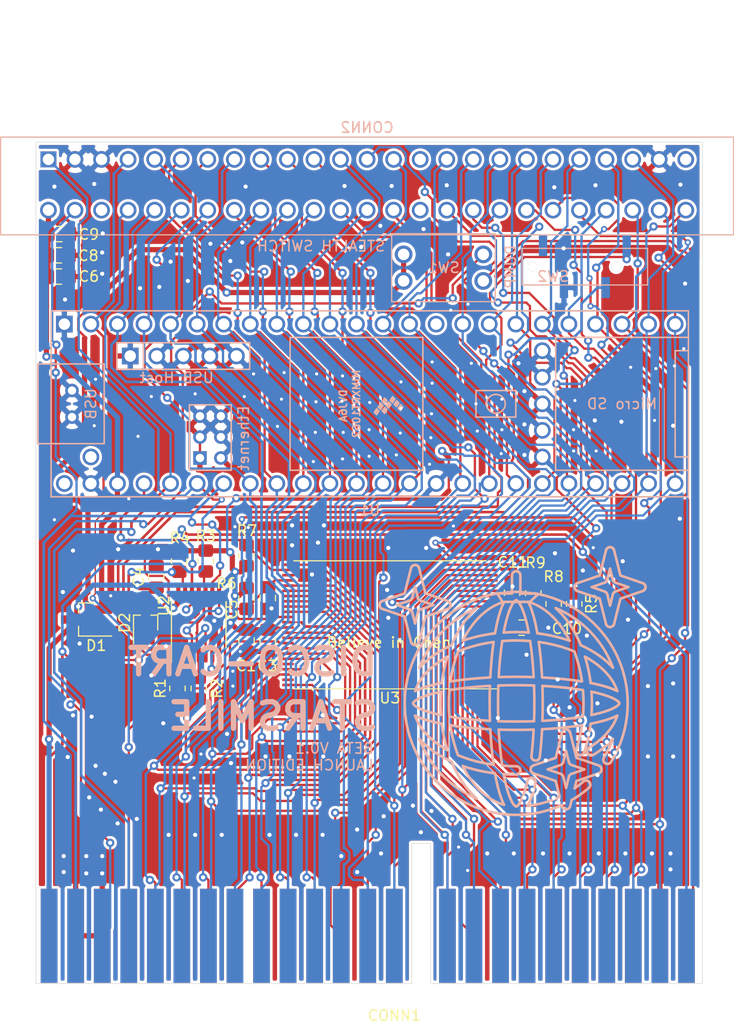
<source format=kicad_pcb>
(kicad_pcb (version 20171130) (host pcbnew "(5.1.9)-1")
  (layers (0 F.Cu signal) (31 B.Cu signal) (34 B.Paste user) (35 F.Paste user) (36 B.SilkS user) (37 F.SilkS user) (38 B.Mask user) (39 F.Mask user) (44 Edge.Cuts user))
  (net 0 "")
  (net 1 /VCC)
  (net 2 GND)
  (net 3 /WE#)
  (net 4 /OE#)
  (net 5 /3V3)
  (net 6 /CE#)
  (net 7 /RST#)
  (net 8 /WP#)
  (net 9 /RAM_RWB)
  (net 10 /DQ3)
  (net 11 /DQ4)
  (net 12 /DQ5)
  (net 13 /DQ6)
  (net 14 /DQ11)
  (net 15 /DQ12)
  (net 16 /DQ13)
  (net 17 /DQ15)
  (net 18 /A0)
  (net 19 /A1)
  (net 20 /A3)
  (net 21 /A5)
  (net 22 /A7)
  (net 23 /A18)
  (net 24 /A9)
  (net 25 /A11)
  (net 26 /A13)
  (net 27 /A15)
  (net 28 /A20)
  (net 29 /EXT_CART)
  (net 30 /VDD_EXT)
  (net 31 /RAM_CSB)
  (net 32 /SENSE)
  (net 33 /ROM_CSB2)
  (net 34 /DQ2)
  (net 35 /DQ1)
  (net 36 /DQ0)
  (net 37 /DQ7)
  (net 38 /DQ10)
  (net 39 /DQ9)
  (net 40 /DQ8)
  (net 41 /DQ14)
  (net 42 /A16)
  (net 43 /A2)
  (net 44 /A4)
  (net 45 /A6)
  (net 46 /A17)
  (net 47 /A8)
  (net 48 /A10)
  (net 49 /A12)
  (net 50 /A14)
  (net 51 /A19)
  (net 52 /A21)
  (net 53 /ROM0_1)
  (net 54 "Net-(CONN2-Pad15)")
  (net 55 "Net-(CONN2-Pad25)")
  (net 56 "Net-(CONN2-Pad28)")
  (net 57 "Net-(CONN2-Pad40)")
  (net 58 /1OE)
  (net 59 /2OE)
  (net 60 /4OE)
  (net 61 "Net-(SW2-Pad4)")
  (net 62 "Net-(U1-Pad49)")
  (net 63 "Net-(U1-Pad48)")
  (net 64 "Net-(U1-Pad15)")
  (module VSmile:logo (layer F.Cu) (at 148.59 115.57)
    (fp_text reference DISCO-CART (at -9 -4.6) (layer B.SilkS) (effects (font (size 2.54 2.54) (thickness 0.508)) (justify mirror)))
    (fp_text value logo)
    (fp_text user STARSMILE (at -7 0.6) (layer B.SilkS) (effects (font (size 2.54 2.54) (thickness 0.508)) (justify mirror)))
  )
  (module Package_SO:TSOP-I-48_18.4x12mm_P0.5mm (layer F.Cu) (at 152.7429 107.4293 180)
    (fp_text reference U3 (at 0 -7) (layer F.SilkS))
    (fp_text value SST39VF6401B)
    (pad 48 smd rect (at 9.75 -5.75 180) (size 1.1 0.25) (layers F.Cu F.Paste F.Mask) (net 42 /A16))
    (pad 47 smd rect (at 9.75 -5.25 180) (size 1.1 0.25) (layers F.Cu F.Paste F.Mask))
    (pad 46 smd rect (at 9.75 -4.75 180) (size 1.1 0.25) (layers F.Cu F.Paste F.Mask) (net 2 GND))
    (pad 45 smd rect (at 9.75 -4.25 180) (size 1.1 0.25) (layers F.Cu F.Paste F.Mask) (net 17 /DQ15))
    (pad 44 smd rect (at 9.75 -3.75 180) (size 1.1 0.25) (layers F.Cu F.Paste F.Mask) (net 37 /DQ7))
    (pad 43 smd rect (at 9.75 -3.25 180) (size 1.1 0.25) (layers F.Cu F.Paste F.Mask) (net 41 /DQ14))
    (pad 42 smd rect (at 9.75 -2.75 180) (size 1.1 0.25) (layers F.Cu F.Paste F.Mask) (net 13 /DQ6))
    (pad 41 smd rect (at 9.75 -2.25 180) (size 1.1 0.25) (layers F.Cu F.Paste F.Mask) (net 16 /DQ13))
    (pad 40 smd rect (at 9.75 -1.75 180) (size 1.1 0.25) (layers F.Cu F.Paste F.Mask) (net 12 /DQ5))
    (pad 39 smd rect (at 9.75 -1.25 180) (size 1.1 0.25) (layers F.Cu F.Paste F.Mask) (net 15 /DQ12))
    (pad 38 smd rect (at 9.75 -0.75 180) (size 1.1 0.25) (layers F.Cu F.Paste F.Mask) (net 11 /DQ4))
    (pad 37 smd rect (at 9.75 -0.25 180) (size 1.1 0.25) (layers F.Cu F.Paste F.Mask) (net 1 /VCC))
    (pad 36 smd rect (at 9.75 0.25 180) (size 1.1 0.25) (layers F.Cu F.Paste F.Mask) (net 14 /DQ11))
    (pad 35 smd rect (at 9.75 0.75 180) (size 1.1 0.25) (layers F.Cu F.Paste F.Mask) (net 10 /DQ3))
    (pad 34 smd rect (at 9.75 1.25 180) (size 1.1 0.25) (layers F.Cu F.Paste F.Mask) (net 38 /DQ10))
    (pad 33 smd rect (at 9.75 1.75 180) (size 1.1 0.25) (layers F.Cu F.Paste F.Mask) (net 34 /DQ2))
    (pad 32 smd rect (at 9.75 2.25 180) (size 1.1 0.25) (layers F.Cu F.Paste F.Mask) (net 39 /DQ9))
    (pad 31 smd rect (at 9.75 2.75 180) (size 1.1 0.25) (layers F.Cu F.Paste F.Mask) (net 35 /DQ1))
    (pad 30 smd rect (at 9.75 3.25 180) (size 1.1 0.25) (layers F.Cu F.Paste F.Mask) (net 40 /DQ8))
    (pad 29 smd rect (at 9.75 3.75 180) (size 1.1 0.25) (layers F.Cu F.Paste F.Mask) (net 36 /DQ0))
    (pad 28 smd rect (at 9.75 4.25 180) (size 1.1 0.25) (layers F.Cu F.Paste F.Mask) (net 4 /OE#))
    (pad 27 smd rect (at 9.75 4.75 180) (size 1.1 0.25) (layers F.Cu F.Paste F.Mask) (net 2 GND))
    (pad 26 smd rect (at 9.75 5.25 180) (size 1.1 0.25) (layers F.Cu F.Paste F.Mask) (net 6 /CE#))
    (pad 24 smd rect (at -9.75 5.75 180) (size 1.1 0.25) (layers F.Cu F.Paste F.Mask) (net 19 /A1))
    (pad 23 smd rect (at -9.75 5.25 180) (size 1.1 0.25) (layers F.Cu F.Paste F.Mask) (net 43 /A2))
    (pad 22 smd rect (at -9.75 4.75 180) (size 1.1 0.25) (layers F.Cu F.Paste F.Mask) (net 20 /A3))
    (pad 21 smd rect (at -9.75 4.25 180) (size 1.1 0.25) (layers F.Cu F.Paste F.Mask) (net 44 /A4))
    (pad 20 smd rect (at -9.75 3.75 180) (size 1.1 0.25) (layers F.Cu F.Paste F.Mask) (net 21 /A5))
    (pad 19 smd rect (at -9.75 3.25 180) (size 1.1 0.25) (layers F.Cu F.Paste F.Mask) (net 45 /A6))
    (pad 18 smd rect (at -9.75 2.75 180) (size 1.1 0.25) (layers F.Cu F.Paste F.Mask) (net 22 /A7))
    (pad 17 smd rect (at -9.75 2.25 180) (size 1.1 0.25) (layers F.Cu F.Paste F.Mask) (net 46 /A17))
    (pad 16 smd rect (at -9.75 1.75 180) (size 1.1 0.25) (layers F.Cu F.Paste F.Mask) (net 23 /A18))
    (pad 15 smd rect (at -9.75 1.25 180) (size 1.1 0.25) (layers F.Cu F.Paste F.Mask))
    (pad 14 smd rect (at -9.75 0.75 180) (size 1.1 0.25) (layers F.Cu F.Paste F.Mask) (net 8 /WP#))
    (pad 13 smd rect (at -9.75 0.25 180) (size 1.1 0.25) (layers F.Cu F.Paste F.Mask) (net 52 /A21))
    (pad 12 smd rect (at -9.75 -0.25 180) (size 1.1 0.25) (layers F.Cu F.Paste F.Mask) (net 7 /RST#))
    (pad 11 smd rect (at -9.75 -0.75 180) (size 1.1 0.25) (layers F.Cu F.Paste F.Mask) (net 3 /WE#))
    (pad 10 smd rect (at -9.75 -1.25 180) (size 1.1 0.25) (layers F.Cu F.Paste F.Mask) (net 28 /A20))
    (pad 9 smd rect (at -9.75 -1.75 180) (size 1.1 0.25) (layers F.Cu F.Paste F.Mask) (net 51 /A19))
    (pad 8 smd rect (at -9.75 -2.25 180) (size 1.1 0.25) (layers F.Cu F.Paste F.Mask) (net 47 /A8))
    (pad 7 smd rect (at -9.75 -2.75 180) (size 1.1 0.25) (layers F.Cu F.Paste F.Mask) (net 24 /A9))
    (pad 6 smd rect (at -9.75 -3.25 180) (size 1.1 0.25) (layers F.Cu F.Paste F.Mask) (net 48 /A10))
    (pad 5 smd rect (at -9.75 -3.75 180) (size 1.1 0.25) (layers F.Cu F.Paste F.Mask) (net 25 /A11))
    (pad 4 smd rect (at -9.75 -4.25 180) (size 1.1 0.25) (layers F.Cu F.Paste F.Mask) (net 49 /A12))
    (pad 3 smd rect (at -9.75 -4.75 180) (size 1.1 0.25) (layers F.Cu F.Paste F.Mask) (net 26 /A13))
    (pad 2 smd rect (at -9.75 -5.25 180) (size 1.1 0.25) (layers F.Cu F.Paste F.Mask) (net 50 /A14))
    (pad 25 smd rect (at 9.75 5.75 180) (size 1.1 0.25) (layers F.Cu F.Paste F.Mask) (net 18 /A0))
    (pad 1 smd rect (at -9.75 -5.75 180) (size 1.1 0.25) (layers F.Cu F.Paste F.Mask) (net 27 /A15))
  )
  (module Resistor_SMD:R_0805_2012Metric_Pad1.20x1.40mm_HandSolder (layer F.Cu) (at 168.402 105.426 270)
    (fp_text reference R8 (at -2.6068 0 180) (layer F.SilkS))
    (fp_text value 10k)
    (pad 2 smd roundrect (at 1 0 270) (size 1.2 1.4) (layers F.Cu F.Paste F.Mask) (roundrect_rratio 0.2083325) (net 7 /RST#))
    (pad 1 smd roundrect (at -1 0 270) (size 1.2 1.4) (layers F.Cu F.Paste F.Mask) (roundrect_rratio 0.2083325) (net 1 /VCC))
  )
  (module Resistor_SMD:R_0805_2012Metric_Pad1.20x1.40mm_HandSolder (layer F.Cu) (at 170.3705 105.426 270)
    (fp_text reference R5 (at 0 -1.65 90) (layer F.SilkS))
    (fp_text value 10k)
    (pad 1 smd roundrect (at -1 0 270) (size 1.2 1.4) (layers F.Cu F.Paste F.Mask) (roundrect_rratio 0.2083325) (net 1 /VCC))
    (pad 2 smd roundrect (at 1 0 270) (size 1.2 1.4) (layers F.Cu F.Paste F.Mask) (roundrect_rratio 0.2083325) (net 3 /WE#))
  )
  (module Capacitor_SMD:C_0805_2012Metric_Pad1.18x1.45mm_HandSolder (layer F.Cu) (at 165.3325 107.696 180)
    (fp_text reference C10 (at -4.3395 -0.1016) (layer F.SilkS))
    (fp_text value 0.1uF)
    (pad 1 smd roundrect (at -1.0375 0 180) (size 1.175 1.45) (layers F.Cu F.Paste F.Mask) (roundrect_rratio 0.2127659574468085) (net 2 GND))
    (pad 2 smd roundrect (at 1.0375 0 180) (size 1.175 1.45) (layers F.Cu F.Paste F.Mask) (roundrect_rratio 0.2127659574468085) (net 7 /RST#))
  )
  (module VSmile:5530843-5 (layer B.Cu) (at 150.5585 65.4685)
    (fp_text reference CONN2 (at 0 -5.588) (layer B.SilkS) (effects (justify mirror)))
    (fp_text value 5530843-5)
    (pad 50 thru_hole circle (at 30.48 2.3114) (size 1.6002 1.6002) (drill 1.0922) (layers *.Cu *.Mask) (net 53 /ROM0_1))
    (pad 49 thru_hole circle (at 27.94 2.3114) (size 1.6002 1.6002) (drill 1.0922) (layers *.Cu *.Mask) (net 52 /A21))
    (pad 48 thru_hole circle (at 25.4 2.3114) (size 1.6002 1.6002) (drill 1.0922) (layers *.Cu *.Mask) (net 51 /A19))
    (pad 47 thru_hole circle (at 22.86 2.3114) (size 1.6002 1.6002) (drill 1.0922) (layers *.Cu *.Mask) (net 50 /A14))
    (pad 46 thru_hole circle (at 20.32 2.3114) (size 1.6002 1.6002) (drill 1.0922) (layers *.Cu *.Mask) (net 49 /A12))
    (pad 45 thru_hole circle (at 17.78 2.3114) (size 1.6002 1.6002) (drill 1.0922) (layers *.Cu *.Mask) (net 48 /A10))
    (pad 44 thru_hole circle (at 15.24 2.3114) (size 1.6002 1.6002) (drill 1.0922) (layers *.Cu *.Mask) (net 47 /A8))
    (pad 43 thru_hole circle (at 12.7 2.3114) (size 1.6002 1.6002) (drill 1.0922) (layers *.Cu *.Mask) (net 46 /A17))
    (pad 42 thru_hole circle (at 10.16 2.3114) (size 1.6002 1.6002) (drill 1.0922) (layers *.Cu *.Mask) (net 45 /A6))
    (pad 41 thru_hole circle (at 7.62 2.3114) (size 1.6002 1.6002) (drill 1.0922) (layers *.Cu *.Mask) (net 44 /A4))
    (pad 40 thru_hole circle (at 5.08 2.3114) (size 1.6002 1.6002) (drill 1.0922) (layers *.Cu *.Mask) (net 57 "Net-(CONN2-Pad40)"))
    (pad 39 thru_hole circle (at 2.54 2.3114) (size 1.6002 1.6002) (drill 1.0922) (layers *.Cu *.Mask) (net 43 /A2))
    (pad 38 thru_hole circle (at 0 2.3114) (size 1.6002 1.6002) (drill 1.0922) (layers *.Cu *.Mask) (net 42 /A16))
    (pad 37 thru_hole circle (at -2.54 2.3114) (size 1.6002 1.6002) (drill 1.0922) (layers *.Cu *.Mask) (net 41 /DQ14))
    (pad 36 thru_hole circle (at -5.08 2.3114) (size 1.6002 1.6002) (drill 1.0922) (layers *.Cu *.Mask) (net 40 /DQ8))
    (pad 35 thru_hole circle (at -7.62 2.3114) (size 1.6002 1.6002) (drill 1.0922) (layers *.Cu *.Mask) (net 39 /DQ9))
    (pad 34 thru_hole circle (at -10.16 2.3114) (size 1.6002 1.6002) (drill 1.0922) (layers *.Cu *.Mask) (net 38 /DQ10))
    (pad 33 thru_hole circle (at -12.7 2.3114) (size 1.6002 1.6002) (drill 1.0922) (layers *.Cu *.Mask) (net 37 /DQ7))
    (pad 32 thru_hole circle (at -15.24 2.3114) (size 1.6002 1.6002) (drill 1.0922) (layers *.Cu *.Mask) (net 36 /DQ0))
    (pad 31 thru_hole circle (at -17.78 2.3114) (size 1.6002 1.6002) (drill 1.0922) (layers *.Cu *.Mask) (net 35 /DQ1))
    (pad 30 thru_hole circle (at -20.32 2.3114) (size 1.6002 1.6002) (drill 1.0922) (layers *.Cu *.Mask) (net 34 /DQ2))
    (pad 29 thru_hole circle (at -22.86 2.3114) (size 1.6002 1.6002) (drill 1.0922) (layers *.Cu *.Mask) (net 33 /ROM_CSB2))
    (pad 28 thru_hole circle (at -25.4 2.3114) (size 1.6002 1.6002) (drill 1.0922) (layers *.Cu *.Mask) (net 56 "Net-(CONN2-Pad28)"))
    (pad 27 thru_hole circle (at -27.94 2.3114) (size 1.6002 1.6002) (drill 1.0922) (layers *.Cu *.Mask) (net 31 /RAM_CSB))
    (pad 26 thru_hole circle (at -30.48 2.3114) (size 1.6002 1.6002) (drill 1.0922) (layers *.Cu *.Mask) (net 5 /3V3))
    (pad 25 thru_hole circle (at 30.48 -2.54) (size 1.6002 1.6002) (drill 1.0922) (layers *.Cu *.Mask) (net 55 "Net-(CONN2-Pad25)"))
    (pad 24 thru_hole circle (at 27.94 -2.54) (size 1.6002 1.6002) (drill 1.0922) (layers *.Cu *.Mask) (net 2 GND))
    (pad 23 thru_hole circle (at 25.4 -2.54) (size 1.6002 1.6002) (drill 1.0922) (layers *.Cu *.Mask) (net 28 /A20))
    (pad 22 thru_hole circle (at 22.86 -2.54) (size 1.6002 1.6002) (drill 1.0922) (layers *.Cu *.Mask) (net 27 /A15))
    (pad 21 thru_hole circle (at 20.32 -2.54) (size 1.6002 1.6002) (drill 1.0922) (layers *.Cu *.Mask) (net 26 /A13))
    (pad 20 thru_hole circle (at 17.78 -2.54) (size 1.6002 1.6002) (drill 1.0922) (layers *.Cu *.Mask) (net 25 /A11))
    (pad 19 thru_hole circle (at 15.24 -2.54) (size 1.6002 1.6002) (drill 1.0922) (layers *.Cu *.Mask) (net 24 /A9))
    (pad 18 thru_hole circle (at 12.7 -2.54) (size 1.6002 1.6002) (drill 1.0922) (layers *.Cu *.Mask) (net 23 /A18))
    (pad 17 thru_hole circle (at 10.16 -2.54) (size 1.6002 1.6002) (drill 1.0922) (layers *.Cu *.Mask) (net 22 /A7))
    (pad 16 thru_hole circle (at 7.62 -2.54) (size 1.6002 1.6002) (drill 1.0922) (layers *.Cu *.Mask) (net 21 /A5))
    (pad 15 thru_hole circle (at 5.08 -2.54) (size 1.6002 1.6002) (drill 1.0922) (layers *.Cu *.Mask) (net 54 "Net-(CONN2-Pad15)"))
    (pad 14 thru_hole circle (at 2.54 -2.54) (size 1.6002 1.6002) (drill 1.0922) (layers *.Cu *.Mask) (net 20 /A3))
    (pad 13 thru_hole circle (at 0 -2.54) (size 1.6002 1.6002) (drill 1.0922) (layers *.Cu *.Mask) (net 19 /A1))
    (pad 12 thru_hole circle (at -2.54 -2.54) (size 1.6002 1.6002) (drill 1.0922) (layers *.Cu *.Mask) (net 18 /A0))
    (pad 11 thru_hole circle (at -5.08 -2.54) (size 1.6002 1.6002) (drill 1.0922) (layers *.Cu *.Mask) (net 17 /DQ15))
    (pad 10 thru_hole circle (at -7.62 -2.54) (size 1.6002 1.6002) (drill 1.0922) (layers *.Cu *.Mask) (net 16 /DQ13))
    (pad 9 thru_hole circle (at -10.16 -2.54) (size 1.6002 1.6002) (drill 1.0922) (layers *.Cu *.Mask) (net 15 /DQ12))
    (pad 8 thru_hole circle (at -12.7 -2.54) (size 1.6002 1.6002) (drill 1.0922) (layers *.Cu *.Mask) (net 14 /DQ11))
    (pad 7 thru_hole circle (at -15.24 -2.54) (size 1.6002 1.6002) (drill 1.0922) (layers *.Cu *.Mask) (net 13 /DQ6))
    (pad 6 thru_hole circle (at -17.78 -2.54) (size 1.6002 1.6002) (drill 1.0922) (layers *.Cu *.Mask) (net 12 /DQ5))
    (pad 5 thru_hole circle (at -20.32 -2.54) (size 1.6002 1.6002) (drill 1.0922) (layers *.Cu *.Mask) (net 11 /DQ4))
    (pad 4 thru_hole circle (at -22.86 -2.54) (size 1.6002 1.6002) (drill 1.0922) (layers *.Cu *.Mask) (net 10 /DQ3))
    (pad 3 thru_hole circle (at -25.4 -2.54) (size 1.6002 1.6002) (drill 1.0922) (layers *.Cu *.Mask) (net 2 GND))
    (pad 2 thru_hole circle (at -27.94 -2.54) (size 1.6002 1.6002) (drill 1.0922) (layers *.Cu *.Mask) (net 2 GND))
    (pad 1 thru_hole rect (at -30.48 -2.54) (size 1.524 1.524) (drill 1.0922) (layers *.Cu *.Mask) (net 9 /RAM_RWB))
  )
  (module Capacitor_SMD:C_0805_2012Metric_Pad1.18x1.45mm_HandSolder (layer F.Cu) (at 139.0269 108.9318 270)
    (fp_text reference C1 (at 2.4218 0.0381 180) (layer F.SilkS))
    (fp_text value 1uF)
    (pad 1 smd roundrect (at -1.0375 0 270) (size 1.175 1.45) (layers F.Cu F.Paste F.Mask) (roundrect_rratio 0.2127659574468085) (net 1 /VCC))
    (pad 2 smd roundrect (at 1.0375 0 270) (size 1.175 1.45) (layers F.Cu F.Paste F.Mask) (roundrect_rratio 0.2127659574468085) (net 2 GND))
  )
  (module Capacitor_SMD:C_0805_2012Metric_Pad1.18x1.45mm_HandSolder (layer F.Cu) (at 141.0589 108.9318 270)
    (fp_text reference C3 (at 2.4218 0.0381 180) (layer F.SilkS))
    (fp_text value 0.1uF)
    (pad 1 smd roundrect (at -1.0375 0 270) (size 1.175 1.45) (layers F.Cu F.Paste F.Mask) (roundrect_rratio 0.2127659574468085) (net 1 /VCC))
    (pad 2 smd roundrect (at 1.0375 0 270) (size 1.175 1.45) (layers F.Cu F.Paste F.Mask) (roundrect_rratio 0.2127659574468085) (net 2 GND))
  )
  (module Capacitor_SMD:C_0805_2012Metric_Pad1.18x1.45mm_HandSolder (layer F.Cu) (at 130.3909 102.8358 90)
    (fp_text reference C4 (at 0 -1.68 90) (layer F.SilkS))
    (fp_text value 0.1uF)
    (pad 2 smd roundrect (at 1.0375 0 90) (size 1.175 1.45) (layers F.Cu F.Paste F.Mask) (roundrect_rratio 0.2127659574468085) (net 2 GND))
    (pad 1 smd roundrect (at -1.0375 0 90) (size 1.175 1.45) (layers F.Cu F.Paste F.Mask) (roundrect_rratio 0.2127659574468085) (net 1 /VCC))
  )
  (module Capacitor_SMD:C_0805_2012Metric_Pad1.18x1.45mm_HandSolder (layer F.Cu) (at 141.0589 104.8678 90)
    (fp_text reference C5 (at -1.101 -3.4417 270) (layer F.SilkS))
    (fp_text value 0.1uF)
    (pad 1 smd roundrect (at -1.0375 0 90) (size 1.175 1.45) (layers F.Cu F.Paste F.Mask) (roundrect_rratio 0.2127659574468085) (net 2 GND))
    (pad 2 smd roundrect (at 1.0375 0 90) (size 1.175 1.45) (layers F.Cu F.Paste F.Mask) (roundrect_rratio 0.2127659574468085) (net 4 /OE#))
  )
  (module Capacitor_SMD:C_0805_2012Metric_Pad1.18x1.45mm_HandSolder (layer F.Cu) (at 121.073 74.1299)
    (fp_text reference C6 (at 2.879 -0.0127 180) (layer F.SilkS))
    (fp_text value 10uF)
    (pad 2 smd roundrect (at 1.0375 0) (size 1.175 1.45) (layers F.Cu F.Paste F.Mask) (roundrect_rratio 0.2127659574468085) (net 2 GND))
    (pad 1 smd roundrect (at -1.0375 0) (size 1.175 1.45) (layers F.Cu F.Paste F.Mask) (roundrect_rratio 0.2127659574468085) (net 5 /3V3))
  )
  (module Capacitor_SMD:C_0805_2012Metric_Pad1.18x1.45mm_HandSolder (layer F.Cu) (at 121.073 72.0979)
    (fp_text reference C8 (at 2.8282 0.0381 180) (layer F.SilkS))
    (fp_text value 1uF)
    (pad 2 smd roundrect (at 1.0375 0) (size 1.175 1.45) (layers F.Cu F.Paste F.Mask) (roundrect_rratio 0.2127659574468085) (net 2 GND))
    (pad 1 smd roundrect (at -1.0375 0) (size 1.175 1.45) (layers F.Cu F.Paste F.Mask) (roundrect_rratio 0.2127659574468085) (net 5 /3V3))
  )
  (module Capacitor_SMD:C_0805_2012Metric_Pad1.18x1.45mm_HandSolder (layer F.Cu) (at 121.116 70.0659)
    (fp_text reference C9 (at 2.836 0.0381) (layer F.SilkS))
    (fp_text value 0.1uF)
    (pad 1 smd roundrect (at -1.0375 0) (size 1.175 1.45) (layers F.Cu F.Paste F.Mask) (roundrect_rratio 0.2127659574468085) (net 5 /3V3))
    (pad 2 smd roundrect (at 1.0375 0) (size 1.175 1.45) (layers F.Cu F.Paste F.Mask) (roundrect_rratio 0.2127659574468085) (net 2 GND))
  )
  (module Capacitor_SMD:C_0805_2012Metric_Pad1.18x1.45mm_HandSolder (layer F.Cu) (at 164.4269 104.3598 270)
    (fp_text reference C11 (at -2.9122 -0.0635 180) (layer F.SilkS))
    (fp_text value 0.1uF)
    (pad 2 smd roundrect (at 1.0375 0 270) (size 1.175 1.45) (layers F.Cu F.Paste F.Mask) (roundrect_rratio 0.2127659574468085) (net 8 /WP#))
    (pad 1 smd roundrect (at -1.0375 0 270) (size 1.175 1.45) (layers F.Cu F.Paste F.Mask) (roundrect_rratio 0.2127659574468085) (net 2 GND))
  )
  (module VSmile:Connector_Cartridge (layer F.Cu) (at 122.682 143.51)
    (fp_text reference CONN1 (at 30.48 1.27) (layer F.SilkS))
    (fp_text value Conn_Cartridge)
    (pad 1 smd rect (at -2.54 -6.35) (size 1.6 9) (layers F.Cu F.Paste F.Mask) (net 9 /RAM_RWB))
    (pad 2 smd rect (at 0 -6.35) (size 1.6 9) (layers F.Cu F.Paste F.Mask) (net 2 GND))
    (pad 3 smd rect (at 2.54 -6.35) (size 1.6 9) (layers F.Cu F.Paste F.Mask) (net 2 GND))
    (pad 4 smd rect (at 5.08 -6.35) (size 1.6 9) (layers F.Cu F.Paste F.Mask) (net 10 /DQ3))
    (pad 5 smd rect (at 7.62 -6.35) (size 1.6 9) (layers F.Cu F.Paste F.Mask) (net 11 /DQ4))
    (pad 6 smd rect (at 10.16 -6.35) (size 1.6 9) (layers F.Cu F.Paste F.Mask) (net 12 /DQ5))
    (pad 7 smd rect (at 12.7 -6.35) (size 1.6 9) (layers F.Cu F.Paste F.Mask) (net 13 /DQ6))
    (pad 8 smd rect (at 15.24 -6.35) (size 1.6 9) (layers F.Cu F.Paste F.Mask) (net 14 /DQ11))
    (pad 9 smd rect (at 17.78 -6.35) (size 1.6 9) (layers F.Cu F.Paste F.Mask) (net 15 /DQ12))
    (pad 10 smd rect (at 20.32 -6.35) (size 1.6 9) (layers F.Cu F.Paste F.Mask) (net 16 /DQ13))
    (pad 11 smd rect (at 22.86 -6.35) (size 1.6 9) (layers F.Cu F.Paste F.Mask) (net 17 /DQ15))
    (pad 12 smd rect (at 25.4 -6.35) (size 1.6 9) (layers F.Cu F.Paste F.Mask) (net 18 /A0))
    (pad 13 smd rect (at 27.94 -6.35) (size 1.6 9) (layers F.Cu F.Paste F.Mask) (net 19 /A1))
    (pad 14 smd rect (at 30.48 -6.35) (size 1.6 9) (layers F.Cu F.Paste F.Mask) (net 20 /A3))
    (pad 15 smd rect (at 35.56 -6.35) (size 1.6 9) (layers F.Cu F.Paste F.Mask) (net 21 /A5))
    (pad 16 smd rect (at 38.1 -6.35) (size 1.6 9) (layers F.Cu F.Paste F.Mask) (net 22 /A7))
    (pad 17 smd rect (at 40.64 -6.35) (size 1.6 9) (layers F.Cu F.Paste F.Mask) (net 23 /A18))
    (pad 18 smd rect (at 43.18 -6.35) (size 1.6 9) (layers F.Cu F.Paste F.Mask) (net 24 /A9))
    (pad 19 smd rect (at 45.72 -6.35) (size 1.6 9) (layers F.Cu F.Paste F.Mask) (net 25 /A11))
    (pad 20 smd rect (at 48.26 -6.35) (size 1.6 9) (layers F.Cu F.Paste F.Mask) (net 26 /A13))
    (pad 21 smd rect (at 50.8 -6.35) (size 1.6 9) (layers F.Cu F.Paste F.Mask) (net 27 /A15))
    (pad 22 smd rect (at 53.34 -6.35) (size 1.6 9) (layers F.Cu F.Paste F.Mask) (net 28 /A20))
    (pad 23 smd rect (at 55.88 -6.35) (size 1.6 9) (layers F.Cu F.Paste F.Mask) (net 2 GND))
    (pad 24 smd rect (at 58.42 -6.35) (size 1.6 9) (layers F.Cu F.Paste F.Mask) (net 29 /EXT_CART))
    (pad 25 smd rect (at -2.54 -6.35) (size 1.6 9) (layers B.Cu B.Paste B.Mask) (net 30 /VDD_EXT))
    (pad 26 smd rect (at 0 -6.35) (size 1.6 9) (layers B.Cu B.Paste B.Mask) (net 31 /RAM_CSB))
    (pad 27 smd rect (at 2.54 -6.35) (size 1.6 9) (layers B.Cu B.Paste B.Mask) (net 32 /SENSE))
    (pad 28 smd rect (at 5.08 -6.35) (size 1.6 9) (layers B.Cu B.Paste B.Mask) (net 33 /ROM_CSB2))
    (pad 29 smd rect (at 7.62 -6.35) (size 1.6 9) (layers B.Cu B.Paste B.Mask) (net 34 /DQ2))
    (pad 30 smd rect (at 10.16 -6.35) (size 1.6 9) (layers B.Cu B.Paste B.Mask) (net 35 /DQ1))
    (pad 31 smd rect (at 12.7 -6.35) (size 1.6 9) (layers B.Cu B.Paste B.Mask) (net 36 /DQ0))
    (pad 32 smd rect (at 15.24 -6.35) (size 1.6 9) (layers B.Cu B.Paste B.Mask) (net 37 /DQ7))
    (pad 33 smd rect (at 17.78 -6.35) (size 1.6 9) (layers B.Cu B.Paste B.Mask) (net 38 /DQ10))
    (pad 34 smd rect (at 20.32 -6.35) (size 1.6 9) (layers B.Cu B.Paste B.Mask) (net 39 /DQ9))
    (pad 35 smd rect (at 22.86 -6.35) (size 1.6 9) (layers B.Cu B.Paste B.Mask) (net 40 /DQ8))
    (pad 36 smd rect (at 25.4 -6.35) (size 1.6 9) (layers B.Cu B.Paste B.Mask) (net 41 /DQ14))
    (pad 37 smd rect (at 27.94 -6.35) (size 1.6 9) (layers B.Cu B.Paste B.Mask) (net 42 /A16))
    (pad 38 smd rect (at 30.48 -6.35) (size 1.6 9) (layers B.Cu B.Paste B.Mask) (net 43 /A2))
    (pad 39 smd rect (at 35.56 -6.35) (size 1.6 9) (layers B.Cu B.Paste B.Mask) (net 44 /A4))
    (pad 40 smd rect (at 38.1 -6.35) (size 1.6 9) (layers B.Cu B.Paste B.Mask) (net 45 /A6))
    (pad 41 smd rect (at 40.64 -6.35) (size 1.6 9) (layers B.Cu B.Paste B.Mask) (net 46 /A17))
    (pad 42 smd rect (at 43.18 -6.35) (size 1.6 9) (layers B.Cu B.Paste B.Mask) (net 47 /A8))
    (pad 43 smd rect (at 45.72 -6.35) (size 1.6 9) (layers B.Cu B.Paste B.Mask) (net 48 /A10))
    (pad 44 smd rect (at 48.26 -6.35) (size 1.6 9) (layers B.Cu B.Paste B.Mask) (net 49 /A12))
    (pad 45 smd rect (at 50.8 -6.35) (size 1.6 9) (layers B.Cu B.Paste B.Mask) (net 50 /A14))
    (pad 46 smd rect (at 53.34 -6.35) (size 1.6 9) (layers B.Cu B.Paste B.Mask) (net 51 /A19))
    (pad 47 smd rect (at 55.88 -6.35) (size 1.6 9) (layers B.Cu B.Paste B.Mask) (net 52 /A21))
    (pad 48 smd rect (at 58.42 -6.35) (size 1.6 9) (layers B.Cu B.Paste B.Mask) (net 53 /ROM0_1))
  )
  (module Package_TO_SOT_SMD:SOT-23_Handsoldering (layer F.Cu) (at 123.722 106.9213 180)
    (fp_text reference D1 (at -0.9285 -2.4892) (layer F.SilkS))
    (fp_text value PMEG2005CT)
    (pad 1 smd rect (at -1.5 -0.95 180) (size 1.9 0.8) (layers F.Cu F.Paste F.Mask) (net 30 /VDD_EXT))
    (pad 2 smd rect (at -1.5 0.95 180) (size 1.9 0.8) (layers F.Cu F.Paste F.Mask) (net 5 /3V3))
    (pad 3 smd rect (at 1.5 0 180) (size 1.9 0.8) (layers F.Cu F.Paste F.Mask) (net 1 /VCC))
  )
  (module Package_TO_SOT_SMD:SOT-323_SC-70_Handsoldering (layer F.Cu) (at 129.3749 107.2353 90)
    (fp_text reference D2 (at 0 -2 90) (layer F.SilkS))
    (fp_text value MMBD717LT1G‎)
    (pad 1 smd rect (at -1.33 -0.65) (size 0.45 1.5) (layers F.Cu F.Paste F.Mask) (net 58 /1OE))
    (pad 2 smd rect (at -1.33 0.65) (size 0.45 1.5) (layers F.Cu F.Paste F.Mask) (net 59 /2OE))
    (pad 3 smd rect (at 1.33 0) (size 0.45 1.5) (layers F.Cu F.Paste F.Mask) (net 60 /4OE))
  )
  (module Resistor_SMD:R_0805_2012Metric_Pad1.20x1.40mm_HandSolder (layer F.Cu) (at 132.4229 113.5093 90)
    (fp_text reference R1 (at 0 -1.65 90) (layer F.SilkS))
    (fp_text value 10k)
    (pad 2 smd roundrect (at 1 0 90) (size 1.2 1.4) (layers F.Cu F.Paste F.Mask) (roundrect_rratio 0.2083325) (net 58 /1OE))
    (pad 1 smd roundrect (at -1 0 90) (size 1.2 1.4) (layers F.Cu F.Paste F.Mask) (roundrect_rratio 0.2083325) (net 1 /VCC))
  )
  (module Resistor_SMD:R_0805_2012Metric_Pad1.20x1.40mm_HandSolder (layer F.Cu) (at 134.4549 113.5093 90)
    (fp_text reference R2 (at 0 1.7399 90) (layer F.SilkS))
    (fp_text value 10k)
    (pad 1 smd roundrect (at -1 0 90) (size 1.2 1.4) (layers F.Cu F.Paste F.Mask) (roundrect_rratio 0.2083325) (net 1 /VCC))
    (pad 2 smd roundrect (at 1 0 90) (size 1.2 1.4) (layers F.Cu F.Paste F.Mask) (roundrect_rratio 0.2083325) (net 59 /2OE))
  )
  (module Resistor_SMD:R_0805_2012Metric_Pad1.20x1.40mm_HandSolder (layer F.Cu) (at 135.128 101.33 270)
    (fp_text reference R3 (at -2.397 0 180) (layer F.SilkS))
    (fp_text value 10k)
    (pad 2 smd roundrect (at 1 0 270) (size 1.2 1.4) (layers F.Cu F.Paste F.Mask) (roundrect_rratio 0.2083325) (net 59 /2OE))
    (pad 1 smd roundrect (at -1 0 270) (size 1.2 1.4) (layers F.Cu F.Paste F.Mask) (roundrect_rratio 0.2083325) (net 1 /VCC))
  )
  (module Resistor_SMD:R_0805_2012Metric_Pad1.20x1.40mm_HandSolder (layer F.Cu) (at 132.588 101.3493 270)
    (fp_text reference R4 (at -2.2258 -0.0635 180) (layer F.SilkS))
    (fp_text value 10k)
    (pad 1 smd roundrect (at -1 0 270) (size 1.2 1.4) (layers F.Cu F.Paste F.Mask) (roundrect_rratio 0.2083325) (net 1 /VCC))
    (pad 2 smd roundrect (at 1 0 270) (size 1.2 1.4) (layers F.Cu F.Paste F.Mask) (roundrect_rratio 0.2083325) (net 60 /4OE))
  )
  (module Resistor_SMD:R_0805_2012Metric_Pad1.20x1.40mm_HandSolder (layer F.Cu) (at 139.0269 104.9053 270)
    (fp_text reference R6 (at -1.4257 1.9177) (layer F.SilkS))
    (fp_text value 10k)
    (pad 2 smd roundrect (at 1 0 270) (size 1.2 1.4) (layers F.Cu F.Paste F.Mask) (roundrect_rratio 0.2083325) (net 4 /OE#))
    (pad 1 smd roundrect (at -1 0 270) (size 1.2 1.4) (layers F.Cu F.Paste F.Mask) (roundrect_rratio 0.2083325) (net 1 /VCC))
  )
  (module Resistor_SMD:R_0805_2012Metric_Pad1.20x1.40mm_HandSolder (layer F.Cu) (at 139.0269 100.8093 90)
    (fp_text reference R7 (at 2.3843 0.0381 180) (layer F.SilkS))
    (fp_text value 10k)
    (pad 1 smd roundrect (at -1 0 90) (size 1.2 1.4) (layers F.Cu F.Paste F.Mask) (roundrect_rratio 0.2083325) (net 1 /VCC))
    (pad 2 smd roundrect (at 1 0 90) (size 1.2 1.4) (layers F.Cu F.Paste F.Mask) (roundrect_rratio 0.2083325) (net 6 /CE#))
  )
  (module Resistor_SMD:R_0805_2012Metric_Pad1.20x1.40mm_HandSolder (layer F.Cu) (at 166.4589 104.3973 270)
    (fp_text reference R9 (at -2.8989 -0.2159 180) (layer F.SilkS))
    (fp_text value 10k)
    (pad 1 smd roundrect (at -1 0 270) (size 1.2 1.4) (layers F.Cu F.Paste F.Mask) (roundrect_rratio 0.2083325) (net 1 /VCC))
    (pad 2 smd roundrect (at 1 0 270) (size 1.2 1.4) (layers F.Cu F.Paste F.Mask) (roundrect_rratio 0.2083325) (net 8 /WP#))
  )
  (module VSmile:DS01-254-S-02BE (layer B.Cu) (at 157.861 73.279 270)
    (fp_text reference SW1 (at 0 -0.0254) (layer B.SilkS) (effects (justify mirror)))
    (fp_text value DS01-254-S-02BE)
    (pad 1 thru_hole circle (at -1.27 3.81 270) (size 1.7 1.7) (drill 1.1) (layers *.Cu *.Mask) (net 30 /VDD_EXT))
    (pad 4 thru_hole circle (at -1.27 -3.81 270) (size 1.7 1.7) (drill 1.1) (layers *.Cu *.Mask) (net 32 /SENSE))
    (pad 3 thru_hole circle (at 1.27 -3.81 270) (size 1.7 1.7) (drill 1.1) (layers *.Cu *.Mask) (net 29 /EXT_CART))
    (pad 2 thru_hole circle (at 1.27 3.81 270) (size 1.7 1.7) (drill 1.1) (layers *.Cu *.Mask) (net 30 /VDD_EXT))
  )
  (module VSmile:CL-SB-13B-01T (layer B.Cu) (at 171.386 73.184 180)
    (fp_text reference SW2 (at 3.0348 -0.9332) (layer B.SilkS) (effects (justify mirror)))
    (fp_text value CL-SB-13B-01T‎)
    (pad 1 smd rect (at -4 2 180) (size 0.8 2) (layers B.Cu B.Paste B.Mask) (net 58 /1OE))
    (pad 4 smd rect (at 4 2 180) (size 0.8 2) (layers B.Cu B.Paste B.Mask) (net 61 "Net-(SW2-Pad4)"))
    (pad 2 smd rect (at -2 -2 180) (size 0.8 2) (layers B.Cu B.Paste B.Mask) (net 59 /2OE))
    (pad 3 smd rect (at 2 -2 180) (size 0.8 2) (layers B.Cu B.Paste B.Mask) (net 2 GND))
    (pad "" thru_hole circle (at -3 0 180) (size 0.9 0.9) (drill 0.9) (layers *.Cu *.Mask))
    (pad "" thru_hole circle (at 5 0 180) (size 0.9 0.9) (drill 0.9) (layers *.Cu *.Mask))
  )
  (module Teensy:Teensy41 (layer B.Cu) (at 150.8125 86.2965)
    (fp_text reference U1 (at 0 10.16) (layer B.SilkS) (effects (justify mirror)))
    (fp_text value Teensy4.1)
    (fp_text user DVJ6A (at -2.54 0.18 90) (layer B.SilkS) (effects (font (size 0.7 0.7)) (justify mirror)))
    (fp_text user MIMXRT1062 (at -1.27 0 90) (layer B.SilkS) (effects (font (size 0.7 0.7)) (justify mirror)))
    (fp_text user "Micro SD" (at 24.13 0) (layer B.SilkS) (effects (justify mirror)))
    (fp_text user USB (at -26.67 0 -270) (layer B.SilkS) (effects (justify mirror)))
    (fp_text user Ethernet (at -12.065 3.2766 -90) (layer B.SilkS) (effects (justify mirror)))
    (fp_text user "USB Host" (at -18.4658 -2.4892) (layer B.SilkS) (effects (justify mirror)))
    (pad 49 thru_hole circle (at -26.67 5.08) (size 1.6 1.6) (drill 1.1) (layers *.Cu *.Mask) (net 62 "Net-(U1-Pad49)"))
    (pad 59 thru_hole circle (at -12.7508 -4.5692) (size 1.6 1.6) (drill 1.1) (layers *.Cu *.Mask) (net 2 GND))
    (pad 58 thru_hole circle (at -15.2908 -4.5692) (size 1.6 1.6) (drill 1.1) (layers *.Cu *.Mask) (net 2 GND))
    (pad 57 thru_hole circle (at -17.8308 -4.5692) (size 1.6 1.6) (drill 1.1) (layers *.Cu *.Mask) (net 2 GND))
    (pad 56 thru_hole circle (at -20.3708 -4.5692) (size 1.6 1.6) (drill 1.1) (layers *.Cu *.Mask) (net 2 GND))
    (pad 55 thru_hole rect (at -22.9108 -4.5692) (size 1.6 1.6) (drill 1.1) (layers *.Cu *.Mask) (net 2 GND))
    (pad 48 thru_hole circle (at -29.21 7.62) (size 1.6 1.6) (drill 1.1) (layers *.Cu *.Mask) (net 63 "Net-(U1-Pad48)"))
    (pad 47 thru_hole circle (at -26.67 7.62) (size 1.6 1.6) (drill 1.1) (layers *.Cu *.Mask) (net 2 GND))
    (pad 46 thru_hole circle (at -24.13 7.62) (size 1.6 1.6) (drill 1.1) (layers *.Cu *.Mask) (net 5 /3V3))
    (pad 45 thru_hole circle (at -21.59 7.62) (size 1.6 1.6) (drill 1.1) (layers *.Cu *.Mask) (net 53 /ROM0_1))
    (pad 44 thru_hole circle (at -19.05 7.62) (size 1.6 1.6) (drill 1.1) (layers *.Cu *.Mask) (net 33 /ROM_CSB2))
    (pad 43 thru_hole circle (at -16.51 7.62) (size 1.6 1.6) (drill 1.1) (layers *.Cu *.Mask) (net 9 /RAM_RWB))
    (pad 42 thru_hole circle (at -13.97 7.62) (size 1.6 1.6) (drill 1.1) (layers *.Cu *.Mask) (net 31 /RAM_CSB))
    (pad 41 thru_hole circle (at -11.43 7.62) (size 1.6 1.6) (drill 1.1) (layers *.Cu *.Mask) (net 11 /DQ4))
    (pad 40 thru_hole circle (at -8.89 7.62) (size 1.6 1.6) (drill 1.1) (layers *.Cu *.Mask) (net 12 /DQ5))
    (pad 39 thru_hole circle (at -6.35 7.62) (size 1.6 1.6) (drill 1.1) (layers *.Cu *.Mask) (net 13 /DQ6))
    (pad 38 thru_hole circle (at -3.81 7.62) (size 1.6 1.6) (drill 1.1) (layers *.Cu *.Mask) (net 37 /DQ7))
    (pad 37 thru_hole circle (at -1.27 7.62) (size 1.6 1.6) (drill 1.1) (layers *.Cu *.Mask) (net 15 /DQ12))
    (pad 36 thru_hole circle (at 1.27 7.62) (size 1.6 1.6) (drill 1.1) (layers *.Cu *.Mask) (net 16 /DQ13))
    (pad 35 thru_hole circle (at 3.81 7.62) (size 1.6 1.6) (drill 1.1) (layers *.Cu *.Mask) (net 17 /DQ15))
    (pad 1 thru_hole rect (at -29.21 -7.62) (size 1.6 1.6) (drill 1.1) (layers *.Cu *.Mask) (net 2 GND))
    (pad 2 thru_hole circle (at -26.67 -7.62) (size 1.6 1.6) (drill 1.1) (layers *.Cu *.Mask) (net 10 /DQ3))
    (pad 3 thru_hole circle (at -24.13 -7.62) (size 1.6 1.6) (drill 1.1) (layers *.Cu *.Mask) (net 34 /DQ2))
    (pad 4 thru_hole circle (at -21.59 -7.62) (size 1.6 1.6) (drill 1.1) (layers *.Cu *.Mask) (net 35 /DQ1))
    (pad 5 thru_hole circle (at -19.05 -7.62) (size 1.6 1.6) (drill 1.1) (layers *.Cu *.Mask) (net 36 /DQ0))
    (pad 6 thru_hole circle (at -16.51 -7.62) (size 1.6 1.6) (drill 1.1) (layers *.Cu *.Mask) (net 14 /DQ11))
    (pad 7 thru_hole circle (at -13.97 -7.62) (size 1.6 1.6) (drill 1.1) (layers *.Cu *.Mask) (net 38 /DQ10))
    (pad 8 thru_hole circle (at -11.43 -7.62) (size 1.6 1.6) (drill 1.1) (layers *.Cu *.Mask) (net 39 /DQ9))
    (pad 9 thru_hole circle (at -8.89 -7.62) (size 1.6 1.6) (drill 1.1) (layers *.Cu *.Mask) (net 40 /DQ8))
    (pad 10 thru_hole circle (at -6.35 -7.62) (size 1.6 1.6) (drill 1.1) (layers *.Cu *.Mask) (net 42 /A16))
    (pad 11 thru_hole circle (at -3.81 -7.62) (size 1.6 1.6) (drill 1.1) (layers *.Cu *.Mask) (net 18 /A0))
    (pad 12 thru_hole circle (at -1.27 -7.62) (size 1.6 1.6) (drill 1.1) (layers *.Cu *.Mask) (net 20 /A3))
    (pad 13 thru_hole circle (at 1.27 -7.62) (size 1.6 1.6) (drill 1.1) (layers *.Cu *.Mask) (net 21 /A5))
    (pad 34 thru_hole circle (at 6.35 7.62) (size 1.6 1.6) (drill 1.1) (layers *.Cu *.Mask) (net 2 GND))
    (pad 33 thru_hole circle (at 8.89 7.62) (size 1.6 1.6) (drill 1.1) (layers *.Cu *.Mask) (net 41 /DQ14))
    (pad 32 thru_hole circle (at 11.43 7.62) (size 1.6 1.6) (drill 1.1) (layers *.Cu *.Mask) (net 43 /A2))
    (pad 31 thru_hole circle (at 13.97 7.62) (size 1.6 1.6) (drill 1.1) (layers *.Cu *.Mask) (net 19 /A1))
    (pad 30 thru_hole circle (at 16.51 7.62) (size 1.6 1.6) (drill 1.1) (layers *.Cu *.Mask) (net 44 /A4))
    (pad 29 thru_hole circle (at 19.05 7.62) (size 1.6 1.6) (drill 1.1) (layers *.Cu *.Mask) (net 45 /A6))
    (pad 28 thru_hole circle (at 21.59 7.62) (size 1.6 1.6) (drill 1.1) (layers *.Cu *.Mask) (net 46 /A17))
    (pad 27 thru_hole circle (at 24.13 7.62) (size 1.6 1.6) (drill 1.1) (layers *.Cu *.Mask) (net 47 /A8))
    (pad 26 thru_hole circle (at 26.67 7.62) (size 1.6 1.6) (drill 1.1) (layers *.Cu *.Mask) (net 48 /A10))
    (pad 25 thru_hole circle (at 29.21 7.62) (size 1.6 1.6) (drill 1.1) (layers *.Cu *.Mask) (net 49 /A12))
    (pad 24 thru_hole circle (at 29.21 -7.62) (size 1.6 1.6) (drill 1.1) (layers *.Cu *.Mask) (net 52 /A21))
    (pad 23 thru_hole circle (at 26.67 -7.62) (size 1.6 1.6) (drill 1.1) (layers *.Cu *.Mask) (net 28 /A20))
    (pad 22 thru_hole circle (at 24.13 -7.62) (size 1.6 1.6) (drill 1.1) (layers *.Cu *.Mask) (net 51 /A19))
    (pad 21 thru_hole circle (at 21.59 -7.62) (size 1.6 1.6) (drill 1.1) (layers *.Cu *.Mask) (net 27 /A15))
    (pad 14 thru_hole circle (at 3.81 -7.62) (size 1.6 1.6) (drill 1.1) (layers *.Cu *.Mask) (net 22 /A7))
    (pad 15 thru_hole circle (at 6.35 -7.62) (size 1.6 1.6) (drill 1.1) (layers *.Cu *.Mask) (net 64 "Net-(U1-Pad15)"))
    (pad 16 thru_hole circle (at 8.89 -7.62) (size 1.6 1.6) (drill 1.1) (layers *.Cu *.Mask) (net 23 /A18))
    (pad 20 thru_hole circle (at 19.05 -7.62) (size 1.6 1.6) (drill 1.1) (layers *.Cu *.Mask) (net 50 /A14))
    (pad 19 thru_hole circle (at 16.51 -7.62) (size 1.6 1.6) (drill 1.1) (layers *.Cu *.Mask) (net 26 /A13))
    (pad 18 thru_hole circle (at 13.97 -7.62) (size 1.6 1.6) (drill 1.1) (layers *.Cu *.Mask) (net 25 /A11))
    (pad 17 thru_hole circle (at 11.43 -7.62) (size 1.6 1.6) (drill 1.1) (layers *.Cu *.Mask) (net 24 /A9))
    (pad 60 thru_hole rect (at -16.24 5.1816) (size 1.3 1.3) (drill 0.8) (layers *.Cu *.Mask) (net 2 GND))
    (pad 65 thru_hole circle (at -14.24 5.1816) (size 1.3 1.3) (drill 0.8) (layers *.Cu *.Mask) (net 2 GND))
    (pad 61 thru_hole circle (at -16.24 3.1816) (size 1.3 1.3) (drill 0.8) (layers *.Cu *.Mask) (net 2 GND))
    (pad 64 thru_hole circle (at -14.24 3.1816) (size 1.3 1.3) (drill 0.8) (layers *.Cu *.Mask) (net 2 GND))
    (pad 63 thru_hole circle (at -14.24 1.1816) (size 1.3 1.3) (drill 0.8) (layers *.Cu *.Mask) (net 2 GND))
    (pad 62 thru_hole circle (at -16.24 1.1816) (size 1.3 1.3) (drill 0.8) (layers *.Cu *.Mask) (net 2 GND))
    (pad 50 thru_hole circle (at 16.51 -5.08) (size 1.6 1.6) (drill 1.1) (layers *.Cu *.Mask) (net 2 GND))
    (pad 51 thru_hole circle (at 16.51 -2.54) (size 1.6 1.6) (drill 1.1) (layers *.Cu *.Mask) (net 2 GND))
    (pad 52 thru_hole circle (at 16.51 0) (size 1.6 1.6) (drill 1.1) (layers *.Cu *.Mask) (net 2 GND))
    (pad 53 thru_hole circle (at 16.51 2.54) (size 1.6 1.6) (drill 1.1) (layers *.Cu *.Mask) (net 2 GND))
    (pad 54 thru_hole circle (at 16.51 5.08) (size 1.6 1.6) (drill 1.1) (layers *.Cu *.Mask) (net 2 GND))
    (pad 67 thru_hole circle (at -28.48 -1.27) (size 1.3 1.3) (drill 0.8) (layers *.Cu *.Mask) (net 2 GND))
    (pad 66 thru_hole circle (at -28.48 1.27) (size 1.3 1.3) (drill 0.8) (layers *.Cu *.Mask) (net 2 GND))
  )
  (module Package_SO:TSSOP-14_4.4x5mm_P0.65mm (layer F.Cu) (at 134.4549 107.4293 90)
    (fp_text reference U2 (at 1.8288 -3.3274 90) (layer F.SilkS))
    (fp_text value SN74CBTLV3125PW)
    (pad 1 smd roundrect (at -2.8625 -1.95 90) (size 1.475 0.4) (layers F.Cu F.Paste F.Mask) (net 58 /1OE))
    (pad 2 smd roundrect (at -2.8625 -1.3 90) (size 1.475 0.4) (layers F.Cu F.Paste F.Mask) (net 2 GND))
    (pad 3 smd roundrect (at -2.8625 -0.65 90) (size 1.475 0.4) (layers F.Cu F.Paste F.Mask) (net 4 /OE#))
    (pad 4 smd roundrect (at -2.8625 0 90) (size 1.475 0.4) (layers F.Cu F.Paste F.Mask) (net 59 /2OE))
    (pad 5 smd roundrect (at -2.8625 0.65 90) (size 1.475 0.4) (layers F.Cu F.Paste F.Mask) (net 9 /RAM_RWB))
    (pad 6 smd roundrect (at -2.8625 1.3 90) (size 1.475 0.4) (layers F.Cu F.Paste F.Mask) (net 3 /WE#))
    (pad 7 smd roundrect (at -2.8625 1.95 90) (size 1.475 0.4) (layers F.Cu F.Paste F.Mask) (net 2 GND))
    (pad 8 smd roundrect (at 2.8625 1.95 90) (size 1.475 0.4) (layers F.Cu F.Paste F.Mask) (net 4 /OE#))
    (pad 9 smd roundrect (at 2.8625 1.3 90) (size 1.475 0.4) (layers F.Cu F.Paste F.Mask) (net 31 /RAM_CSB))
    (pad 10 smd roundrect (at 2.8625 0.65 90) (size 1.475 0.4) (layers F.Cu F.Paste F.Mask) (net 59 /2OE))
    (pad 11 smd roundrect (at 2.8625 0 90) (size 1.475 0.4) (layers F.Cu F.Paste F.Mask) (net 6 /CE#))
    (pad 12 smd roundrect (at 2.8625 -0.65 90) (size 1.475 0.4) (layers F.Cu F.Paste F.Mask) (net 53 /ROM0_1))
    (pad 13 smd roundrect (at 2.8625 -1.3 90) (size 1.475 0.4) (layers F.Cu F.Paste F.Mask) (net 60 /4OE))
    (pad 14 smd roundrect (at 2.8625 -1.95 90) (size 1.475 0.4) (layers F.Cu F.Paste F.Mask) (net 1 /VCC))
  )
  (gr_text "Believe in Chen" (at 152.654 109.1184) (layer F.SilkS) (effects (font (size 1 1))))
  (gr_text "BETA V0.1\nLAUNCH EDITION" (at 151.2824 120.0404) (layer B.SilkS) (effects (font (size 1 1)) (justify left mirror)))
  (gr_text DUMP (at 164.2872 73.2028 90) (layer B.SilkS) (effects (font (size 1 1)) (justify mirror)))
  (gr_text "STEALTH SWITCH" (at 146.1516 71.2216) (layer B.SilkS) (effects (font (size 1 1)) (justify mirror)))
  (gr_line (start 182.5625 49.7205) (end 182.5625 49.7205) (layer Edge.Cuts) (width 0.05))
  (gr_line (start 118.0465 49.7205) (end 118.0465 49.7205) (layer Edge.Cuts) (width 0.05))
  (gr_line (start 118.882 117.482) (end 118.882 61.2775) (layer Edge.Cuts) (width 0.05))
  (gr_line (start 182.626 117.482) (end 182.626 61.2775) (layer Edge.Cuts) (width 0.05))
  (gr_line (start 182.626 117.482) (end 182.626 141.732) (layer Edge.Cuts) (width 0.05))
  (gr_line (start 182.626 141.732) (end 156.632 141.732) (layer Edge.Cuts) (width 0.05))
  (gr_line (start 156.632 141.732) (end 156.632 128.332) (layer Edge.Cuts) (width 0.05))
  (gr_line (start 154.832 128.332) (end 154.832 141.732) (layer Edge.Cuts) (width 0.05))
  (gr_line (start 156.632 128.332) (end 154.832 128.332) (layer Edge.Cuts) (width 0.05))
  (gr_line (start 154.832 141.732) (end 118.882 141.732) (layer Edge.Cuts) (width 0.05))
  (gr_line (start 118.882 141.732) (end 118.882 117.482) (layer Edge.Cuts) (width 0.05))
  (gr_line (start 118.882 61.2775) (end 182.626 61.2775) (layer Edge.Cuts) (width 0.05))
  (segment (start 141.9989 107.6793) (end 142.079898 107.6793) (width 0.22) (layer F.Cu) (net 1))
  (segment (start 141.7839 107.8943) (end 141.9989 107.6793) (width 0.22) (layer F.Cu) (net 1))
  (segment (start 141.0589 107.8943) (end 141.7839 107.8943) (width 0.22) (layer F.Cu) (net 1))
  (segment (start 142.4773 107.6793) (end 142.9929 107.6793) (width 0.127) (layer F.Cu) (net 1))
  (segment (start 141.9989 107.6793) (end 142.4773 107.6793) (width 0.127) (layer F.Cu) (net 1))
  (segment (start 141.0589 107.8943) (end 139.0269 107.8943) (width 0.5) (layer F.Cu) (net 1))
  (via (at 133.35 116.332) (size 0.8) (drill 0.4) (layers F.Cu B.Cu) (net 1))
  (segment (start 133.35 115.4364) (end 132.4229 114.5093) (width 0.5) (layer F.Cu) (net 1))
  (segment (start 133.35 116.332) (end 133.35 115.4364) (width 0.5) (layer F.Cu) (net 1))
  (segment (start 133.5278 115.4364) (end 134.4549 114.5093) (width 0.5) (layer F.Cu) (net 1))
  (segment (start 133.35 115.4364) (end 133.5278 115.4364) (width 0.5) (layer F.Cu) (net 1))
  (via (at 137.922 104.648) (size 0.8) (drill 0.4) (layers F.Cu B.Cu) (net 1))
  (segment (start 138.2842 104.648) (end 139.0269 103.9053) (width 0.5) (layer F.Cu) (net 1))
  (segment (start 137.922 104.648) (end 138.2842 104.648) (width 0.5) (layer F.Cu) (net 1))
  (via (at 137.922 102.362) (size 0.8) (drill 0.4) (layers F.Cu B.Cu) (net 1))
  (segment (start 137.922 104.648) (end 137.922 102.362) (width 0.5) (layer B.Cu) (net 1))
  (segment (start 138.4742 102.362) (end 139.0269 101.8093) (width 0.5) (layer F.Cu) (net 1))
  (segment (start 137.922 102.362) (end 138.4742 102.362) (width 0.5) (layer F.Cu) (net 1))
  (segment (start 132.9309 100.3493) (end 134.9629 100.3493) (width 0.5) (layer F.Cu) (net 1))
  (segment (start 137.1793 100.3493) (end 134.9629 100.3493) (width 0.5) (layer F.Cu) (net 1))
  (segment (start 137.668 100.838) (end 137.1793 100.3493) (width 0.5) (layer F.Cu) (net 1))
  (segment (start 137.668 102.108) (end 137.668 100.838) (width 0.5) (layer F.Cu) (net 1))
  (segment (start 137.922 102.362) (end 137.668 102.108) (width 0.5) (layer F.Cu) (net 1))
  (segment (start 167.3733 103.3973) (end 168.402 104.426) (width 0.5) (layer F.Cu) (net 1))
  (segment (start 166.4589 103.3973) (end 167.3733 103.3973) (width 0.5) (layer F.Cu) (net 1))
  (segment (start 170.18 104.426) (end 168.402 104.426) (width 0.5) (layer F.Cu) (net 1))
  (segment (start 128.824321 103.8733) (end 128.583021 103.632) (width 0.5) (layer F.Cu) (net 1))
  (segment (start 130.3909 103.8733) (end 128.824321 103.8733) (width 0.5) (layer F.Cu) (net 1))
  (via (at 128.583021 103.632) (size 0.8) (drill 0.4) (layers F.Cu B.Cu) (net 1))
  (segment (start 136.652 103.632) (end 128.583021 103.632) (width 0.5) (layer B.Cu) (net 1))
  (segment (start 137.922 102.362) (end 136.652 103.632) (width 0.5) (layer B.Cu) (net 1))
  (via (at 137.491726 107.238638) (size 0.8) (drill 0.4) (layers F.Cu B.Cu) (net 1))
  (segment (start 138.147388 107.8943) (end 137.491726 107.238638) (width 0.5) (layer F.Cu) (net 1))
  (segment (start 137.922 106.808364) (end 137.491726 107.238638) (width 0.5) (layer B.Cu) (net 1))
  (segment (start 139.0269 107.8943) (end 138.147388 107.8943) (width 0.5) (layer F.Cu) (net 1))
  (segment (start 137.922 104.648) (end 137.922 106.808364) (width 0.5) (layer B.Cu) (net 1))
  (segment (start 161.250701 101.004299) (end 161.23571 101.01929) (width 0.5) (layer F.Cu) (net 1))
  (segment (start 164.665899 101.004299) (end 161.250701 101.004299) (width 0.5) (layer F.Cu) (net 1))
  (segment (start 166.4589 102.7973) (end 164.665899 101.004299) (width 0.5) (layer F.Cu) (net 1))
  (segment (start 166.4589 103.3973) (end 166.4589 102.7973) (width 0.5) (layer F.Cu) (net 1))
  (via (at 157.099 99.568) (size 0.6) (drill 0.3) (layers F.Cu B.Cu) (net 1))
  (segment (start 158.544001 101.013001) (end 157.099 99.568) (width 0.22) (layer F.Cu) (net 1))
  (segment (start 161.241999 101.013001) (end 158.544001 101.013001) (width 0.22) (layer F.Cu) (net 1))
  (segment (start 161.250701 101.004299) (end 161.241999 101.013001) (width 0.22) (layer F.Cu) (net 1))
  (via (at 157.735257 90.803743) (size 0.8) (drill 0.4) (layers F.Cu B.Cu) (net 1))
  (segment (start 158.372501 91.440987) (end 158.372501 94.611499) (width 0.22) (layer F.Cu) (net 1))
  (segment (start 157.735257 90.803743) (end 158.372501 91.440987) (width 0.5) (layer F.Cu) (net 1))
  (via (at 138.049 95.321978) (size 0.8) (drill 0.4) (layers F.Cu B.Cu) (net 1))
  (segment (start 157.662022 95.321978) (end 138.049 95.321978) (width 0.5) (layer F.Cu) (net 1))
  (segment (start 158.372501 94.611499) (end 157.662022 95.321978) (width 0.5) (layer F.Cu) (net 1))
  (segment (start 138.049 95.321978) (end 137.17201 96.198968) (width 0.22) (layer B.Cu) (net 1))
  (via (at 137.462 100.480411) (size 0.8) (drill 0.4) (layers F.Cu B.Cu) (net 1))
  (segment (start 137.17201 100.190421) (end 137.462 100.480411) (width 0.22) (layer B.Cu) (net 1))
  (segment (start 137.17201 96.198968) (end 137.17201 100.190421) (width 0.22) (layer B.Cu) (net 1))
  (segment (start 161.657467 96.243916) (end 162.120864 96.243916) (width 0.22) (layer B.Cu) (net 1))
  (segment (start 158.038515 91.107001) (end 157.735257 90.803743) (width 0.22) (layer B.Cu) (net 1))
  (segment (start 159.693723 91.107001) (end 158.038515 91.107001) (width 0.22) (layer B.Cu) (net 1))
  (segment (start 159.852961 91.266239) (end 159.693723 91.107001) (width 0.22) (layer B.Cu) (net 1))
  (segment (start 162.120864 96.243916) (end 163.452501 94.912279) (width 0.22) (layer B.Cu) (net 1))
  (segment (start 158.333383 99.568) (end 161.657467 96.243916) (width 0.22) (layer B.Cu) (net 1))
  (segment (start 157.099 99.568) (end 158.333383 99.568) (width 0.22) (layer B.Cu) (net 1))
  (segment (start 163.452501 93.335699) (end 161.383041 91.266239) (width 0.22) (layer B.Cu) (net 1))
  (segment (start 163.452501 94.912279) (end 163.452501 93.335699) (width 0.22) (layer B.Cu) (net 1))
  (segment (start 161.383041 91.266239) (end 159.852961 91.266239) (width 0.22) (layer B.Cu) (net 1))
  (segment (start 122.7949 106.9213) (end 122.7949 105.802139) (width 0.5) (layer F.Cu) (net 1))
  (segment (start 122.7949 105.802139) (end 122.927855 105.669184) (width 0.5) (layer F.Cu) (net 1))
  (segment (start 128.583021 103.632) (end 124.350029 103.632) (width 0.5) (layer B.Cu) (net 1))
  (segment (start 122.927855 105.054174) (end 122.927855 105.669184) (width 0.5) (layer B.Cu) (net 1))
  (segment (start 124.350029 103.632) (end 122.927855 105.054174) (width 0.5) (layer B.Cu) (net 1))
  (via (at 122.927855 105.669184) (size 0.8) (drill 0.4) (layers F.Cu B.Cu) (net 1))
  (segment (start 137.491726 107.516674) (end 137.491726 107.238638) (width 0.5) (layer B.Cu) (net 1))
  (segment (start 134.7216 110.2868) (end 137.491726 107.516674) (width 0.5) (layer B.Cu) (net 1))
  (segment (start 134.7216 114.9604) (end 134.7216 110.2868) (width 0.5) (layer B.Cu) (net 1))
  (segment (start 133.35 116.332) (end 134.7216 114.9604) (width 0.5) (layer B.Cu) (net 1))
  (segment (start 128.583021 103.632) (end 129.8448 103.632) (width 0.5) (layer B.Cu) (net 1))
  (segment (start 132.40489 105.44071) (end 132.0292 105.8164) (width 0.5) (layer F.Cu) (net 1))
  (via (at 132.0292 105.8164) (size 0.8) (drill 0.4) (layers F.Cu B.Cu) (net 1))
  (segment (start 132.40489 104.5668) (end 132.40489 105.44071) (width 0.5) (layer F.Cu) (net 1))
  (segment (start 129.8448 103.632) (end 132.0292 105.8164) (width 0.5) (layer B.Cu) (net 1))
  (via (at 164.465 103.759) (size 0.8) (drill 0.4) (layers F.Cu B.Cu) (net 2))
  (via (at 138.43 109.982) (size 0.6) (drill 0.3) (layers F.Cu B.Cu) (net 2))
  (segment (start 122.682 137.16) (end 125.222 137.16) (width 0.22) (layer F.Cu) (net 2))
  (via (at 131.064 116.84) (size 0.8) (drill 0.4) (layers F.Cu B.Cu) (net 2))
  (via (at 128.524 125.984) (size 0.8) (drill 0.4) (layers F.Cu B.Cu) (net 2))
  (via (at 131.572 127.508) (size 0.8) (drill 0.4) (layers F.Cu B.Cu) (net 2))
  (via (at 134.112 127.508) (size 0.8) (drill 0.4) (layers F.Cu B.Cu) (net 2))
  (via (at 136.652 127.508) (size 0.8) (drill 0.4) (layers F.Cu B.Cu) (net 2))
  (via (at 141.224 127.508) (size 0.8) (drill 0.4) (layers F.Cu B.Cu) (net 2))
  (via (at 143.764 127.508) (size 0.8) (drill 0.4) (layers F.Cu B.Cu) (net 2))
  (via (at 146.304 127.508) (size 0.8) (drill 0.4) (layers F.Cu B.Cu) (net 2))
  (via (at 151.892 129.286) (size 0.8) (drill 0.4) (layers F.Cu B.Cu) (net 2))
  (via (at 155.702 127.254) (size 0.8) (drill 0.4) (layers F.Cu B.Cu) (net 2))
  (via (at 154.94 124.714) (size 0.8) (drill 0.4) (layers F.Cu B.Cu) (net 2))
  (via (at 162.052 129.286) (size 0.8) (drill 0.4) (layers F.Cu B.Cu) (net 2))
  (via (at 164.592 129.286) (size 0.8) (drill 0.4) (layers F.Cu B.Cu) (net 2))
  (via (at 167.386 129.286) (size 0.8) (drill 0.4) (layers F.Cu B.Cu) (net 2))
  (via (at 169.926 129.286) (size 0.8) (drill 0.4) (layers F.Cu B.Cu) (net 2))
  (via (at 172.72 129.286) (size 0.8) (drill 0.4) (layers F.Cu B.Cu) (net 2))
  (via (at 175.26 129.286) (size 0.8) (drill 0.4) (layers F.Cu B.Cu) (net 2))
  (via (at 177.8 129.286) (size 0.8) (drill 0.4) (layers F.Cu B.Cu) (net 2))
  (via (at 179.578 129.286) (size 0.8) (drill 0.4) (layers F.Cu B.Cu) (net 2))
  (via (at 167.64 120.396) (size 0.8) (drill 0.4) (layers F.Cu B.Cu) (net 2))
  (via (at 163.068 116.332) (size 0.8) (drill 0.4) (layers F.Cu B.Cu) (net 2))
  (via (at 169.926 115.316) (size 0.8) (drill 0.4) (layers F.Cu B.Cu) (net 2))
  (via (at 156.718 125.222) (size 0.8) (drill 0.4) (layers F.Cu B.Cu) (net 2))
  (via (at 148.082 129.54) (size 0.8) (drill 0.4) (layers F.Cu B.Cu) (net 2))
  (via (at 149.606 127) (size 0.8) (drill 0.4) (layers F.Cu B.Cu) (net 2))
  (via (at 149.606 131.064) (size 0.8) (drill 0.4) (layers F.Cu B.Cu) (net 2))
  (via (at 152.146 125.73) (size 0.8) (drill 0.4) (layers F.Cu B.Cu) (net 2))
  (via (at 167.894 107.696) (size 0.8) (drill 0.4) (layers F.Cu B.Cu) (net 2))
  (via (at 131.318 109.474) (size 0.8) (drill 0.4) (layers F.Cu B.Cu) (net 2))
  (via (at 145.288 102.616) (size 0.8) (drill 0.4) (layers F.Cu B.Cu) (net 2))
  (segment (start 145.2247 102.6793) (end 145.288 102.616) (width 0.22) (layer F.Cu) (net 2))
  (segment (start 142.9929 102.6793) (end 145.2247 102.6793) (width 0.22) (layer F.Cu) (net 2))
  (via (at 175.514 106.934) (size 0.8) (drill 0.4) (layers F.Cu B.Cu) (net 2))
  (via (at 175.006 101.346) (size 0.8) (drill 0.4) (layers F.Cu B.Cu) (net 2))
  (via (at 123.698 131.191) (size 0.8) (drill 0.4) (layers F.Cu B.Cu) (net 2))
  (via (at 125.222 131.191) (size 0.8) (drill 0.4) (layers F.Cu B.Cu) (net 2))
  (via (at 123.698 129.54) (size 0.8) (drill 0.4) (layers F.Cu B.Cu) (net 2))
  (via (at 125.222 129.54) (size 0.8) (drill 0.4) (layers F.Cu B.Cu) (net 2))
  (via (at 124.587 120.904) (size 0.8) (drill 0.4) (layers F.Cu B.Cu) (net 2))
  (via (at 125.476 121.666) (size 0.8) (drill 0.4) (layers F.Cu B.Cu) (net 2))
  (via (at 126.492 122.428) (size 0.8) (drill 0.4) (layers F.Cu B.Cu) (net 2))
  (via (at 122.428 100.33) (size 0.8) (drill 0.4) (layers F.Cu B.Cu) (net 2))
  (via (at 126.746 100.203) (size 0.8) (drill 0.4) (layers F.Cu B.Cu) (net 2))
  (via (at 130.556 100.203) (size 0.8) (drill 0.4) (layers F.Cu B.Cu) (net 2))
  (via (at 143.383 99.822) (size 0.8) (drill 0.4) (layers F.Cu B.Cu) (net 2))
  (via (at 146.431 97.917) (size 0.8) (drill 0.4) (layers F.Cu B.Cu) (net 2))
  (via (at 121.539 129.54) (size 0.8) (drill 0.4) (layers F.Cu B.Cu) (net 2))
  (via (at 121.539 131.064) (size 0.8) (drill 0.4) (layers F.Cu B.Cu) (net 2))
  (via (at 122.428 116.078) (size 0.8) (drill 0.4) (layers F.Cu B.Cu) (net 2))
  (via (at 124.206 116.205) (size 0.8) (drill 0.4) (layers F.Cu B.Cu) (net 2))
  (via (at 123.063 109.22) (size 0.8) (drill 0.4) (layers F.Cu B.Cu) (net 2))
  (via (at 146.304 116.078) (size 0.8) (drill 0.4) (layers F.Cu B.Cu) (net 2))
  (via (at 137.16 117.856) (size 0.8) (drill 0.4) (layers F.Cu B.Cu) (net 2))
  (via (at 146.3675 120.015) (size 0.8) (drill 0.4) (layers F.Cu B.Cu) (net 2))
  (via (at 143.129 120.015) (size 0.8) (drill 0.4) (layers F.Cu B.Cu) (net 2))
  (via (at 137.541 120.65) (size 0.8) (drill 0.4) (layers F.Cu B.Cu) (net 2))
  (via (at 140.843 120.015) (size 0.8) (drill 0.4) (layers F.Cu B.Cu) (net 2))
  (via (at 145.8595 99.568) (size 0.8) (drill 0.4) (layers F.Cu B.Cu) (net 2))
  (via (at 152.5905 100.076) (size 0.8) (drill 0.4) (layers F.Cu B.Cu) (net 2))
  (via (at 152.5905 106.7562) (size 0.8) (drill 0.4) (layers F.Cu B.Cu) (net 2))
  (segment (start 142.162698 112.1793) (end 141.605 112.736998) (width 0.22) (layer F.Cu) (net 2))
  (segment (start 142.9929 112.1793) (end 142.162698 112.1793) (width 0.22) (layer F.Cu) (net 2))
  (via (at 137.7188 113.284) (size 0.6) (drill 0.3) (layers F.Cu B.Cu) (net 2))
  (via (at 137.7188 111.8616) (size 0.6) (drill 0.3) (layers F.Cu B.Cu) (net 2))
  (via (at 134.6708 119.7864) (size 0.6) (drill 0.3) (layers F.Cu B.Cu) (net 2))
  (via (at 134.0104 122.0724) (size 0.6) (drill 0.3) (layers F.Cu B.Cu) (net 2))
  (via (at 137.922 98.044) (size 0.6) (drill 0.3) (layers F.Cu B.Cu) (net 2))
  (via (at 120.65 97.3836) (size 0.6) (drill 0.3) (layers F.Cu B.Cu) (net 2))
  (via (at 160.1724 130.9116) (size 0.6) (drill 0.3) (layers F.Cu B.Cu) (net 2))
  (via (at 159.3088 128.6764) (size 0.6) (drill 0.3) (layers F.Cu B.Cu) (net 2))
  (via (at 152.4762 104.0892) (size 0.8) (drill 0.4) (layers F.Cu B.Cu) (net 2))
  (via (at 139.192 98.1202) (size 0.6) (drill 0.3) (layers F.Cu B.Cu) (net 2))
  (via (at 179.578 130.81) (size 0.8) (drill 0.4) (layers F.Cu B.Cu) (net 2))
  (via (at 177.419 120.015) (size 0.8) (drill 0.4) (layers F.Cu B.Cu) (net 2))
  (via (at 179.832 120.015) (size 0.8) (drill 0.4) (layers F.Cu B.Cu) (net 2))
  (via (at 156.21 100.076) (size 0.8) (drill 0.4) (layers F.Cu B.Cu) (net 2))
  (via (at 168.529 100.584) (size 0.8) (drill 0.4) (layers F.Cu B.Cu) (net 2))
  (via (at 171.196 102.235) (size 0.8) (drill 0.4) (layers F.Cu B.Cu) (net 2))
  (via (at 143.383 97.917) (size 0.8) (drill 0.4) (layers F.Cu B.Cu) (net 2))
  (via (at 171.577 108.458) (size 0.8) (drill 0.4) (layers F.Cu B.Cu) (net 2))
  (via (at 168.783 112.649) (size 0.8) (drill 0.4) (layers F.Cu B.Cu) (net 2))
  (via (at 172.593 114.935) (size 0.8) (drill 0.4) (layers F.Cu B.Cu) (net 2))
  (via (at 172.593 121.793) (size 0.8) (drill 0.4) (layers F.Cu B.Cu) (net 2))
  (via (at 177.419 113.284) (size 0.8) (drill 0.4) (layers F.Cu B.Cu) (net 2))
  (via (at 179.832 113.03) (size 0.8) (drill 0.4) (layers F.Cu B.Cu) (net 2))
  (via (at 180.467 97.282) (size 0.8) (drill 0.4) (layers F.Cu B.Cu) (net 2))
  (via (at 165.608 91.186) (size 0.8) (drill 0.4) (layers F.Cu B.Cu) (net 2))
  (via (at 165.608 88.265) (size 0.8) (drill 0.4) (layers F.Cu B.Cu) (net 2))
  (via (at 165.608 85.09) (size 0.8) (drill 0.4) (layers F.Cu B.Cu) (net 2))
  (via (at 172.339 87.884) (size 0.8) (drill 0.4) (layers F.Cu B.Cu) (net 2))
  (via (at 174.879 88.011) (size 0.8) (drill 0.4) (layers F.Cu B.Cu) (net 2))
  (via (at 179.832 88.392) (size 0.8) (drill 0.4) (layers F.Cu B.Cu) (net 2))
  (via (at 129.921 112.268) (size 0.8) (drill 0.4) (layers F.Cu B.Cu) (net 2))
  (via (at 158.8135 97.9805) (size 0.6) (drill 0.3) (layers F.Cu B.Cu) (net 2))
  (via (at 172.1866 100.0506) (size 0.6) (drill 0.3) (layers F.Cu B.Cu) (net 2))
  (via (at 123.9774 123.9266) (size 0.8) (drill 0.4) (layers F.Cu B.Cu) (net 2))
  (via (at 125.095 125.095) (size 0.8) (drill 0.4) (layers F.Cu B.Cu) (net 2))
  (via (at 126.6952 126.4158) (size 0.8) (drill 0.4) (layers F.Cu B.Cu) (net 2))
  (via (at 121.92 120.0658) (size 0.8) (drill 0.4) (layers F.Cu B.Cu) (net 2))
  (via (at 141.4145 105.8545) (size 0.8) (drill 0.4) (layers F.Cu B.Cu) (net 2))
  (via (at 126.0348 104.648) (size 0.6) (drill 0.3) (layers F.Cu B.Cu) (net 2))
  (via (at 121.4628 104.2924) (size 0.8) (drill 0.4) (layers F.Cu B.Cu) (net 2))
  (via (at 125.222 73.8632) (size 0.8) (drill 0.4) (layers F.Cu B.Cu) (net 2))
  (via (at 121.666 76.327) (size 0.8) (drill 0.4) (layers F.Cu B.Cu) (net 2))
  (via (at 120.65 65.532) (size 0.8) (drill 0.4) (layers F.Cu B.Cu) (net 2))
  (via (at 124.46 65.278) (size 0.8) (drill 0.4) (layers F.Cu B.Cu) (net 2))
  (via (at 180.848 81.026) (size 0.6) (drill 0.3) (layers F.Cu B.Cu) (net 2))
  (via (at 179.959 82.677) (size 0.6) (drill 0.3) (layers F.Cu B.Cu) (net 2))
  (via (at 178.181 82.931) (size 0.6) (drill 0.3) (layers F.Cu B.Cu) (net 2))
  (via (at 178.054 87.884) (size 0.6) (drill 0.3) (layers F.Cu B.Cu) (net 2))
  (via (at 175.768 82.804) (size 0.6) (drill 0.3) (layers F.Cu B.Cu) (net 2))
  (via (at 172.466 90.805) (size 0.6) (drill 0.3) (layers F.Cu B.Cu) (net 2))
  (via (at 170.434 85.979) (size 0.6) (drill 0.3) (layers F.Cu B.Cu) (net 2))
  (via (at 170.307 88.773) (size 0.6) (drill 0.3) (layers F.Cu B.Cu) (net 2))
  (via (at 170.307 90.805) (size 0.6) (drill 0.3) (layers F.Cu B.Cu) (net 2))
  (via (at 124.46 88.392) (size 0.6) (drill 0.3) (layers F.Cu B.Cu) (net 2))
  (via (at 128.651 89.408) (size 0.6) (drill 0.3) (layers F.Cu B.Cu) (net 2))
  (via (at 124.587 83.947) (size 0.6) (drill 0.3) (layers F.Cu B.Cu) (net 2))
  (via (at 127.762 95.377) (size 0.6) (drill 0.3) (layers F.Cu B.Cu) (net 2))
  (via (at 129.921 85.598) (size 0.6) (drill 0.3) (layers F.Cu B.Cu) (net 2))
  (via (at 134.112 85.344) (size 0.6) (drill 0.3) (layers F.Cu B.Cu) (net 2))
  (via (at 138.811 85.598) (size 0.6) (drill 0.3) (layers F.Cu B.Cu) (net 2))
  (via (at 139.7 83.439) (size 0.6) (drill 0.3) (layers F.Cu B.Cu) (net 2))
  (via (at 142.367 85.852) (size 0.6) (drill 0.3) (layers F.Cu B.Cu) (net 2))
  (via (at 141.986 88.4555) (size 0.6) (drill 0.3) (layers F.Cu B.Cu) (net 2))
  (via (at 145.6055 89.027) (size 0.6) (drill 0.3) (layers F.Cu B.Cu) (net 2))
  (via (at 148.209 91.567) (size 0.6) (drill 0.3) (layers F.Cu B.Cu) (net 2))
  (via (at 145.415 91.821) (size 0.6) (drill 0.3) (layers F.Cu B.Cu) (net 2))
  (via (at 145.669 86.106) (size 0.6) (drill 0.3) (layers F.Cu B.Cu) (net 2))
  (via (at 142.621 83.312) (size 0.6) (drill 0.3) (layers F.Cu B.Cu) (net 2))
  (via (at 145.7325 83.439) (size 0.6) (drill 0.3) (layers F.Cu B.Cu) (net 2))
  (via (at 148.209 83.6295) (size 0.6) (drill 0.3) (layers F.Cu B.Cu) (net 2))
  (via (at 148.1455 86.0425) (size 0.6) (drill 0.3) (layers F.Cu B.Cu) (net 2))
  (via (at 148.2725 89.027) (size 0.6) (drill 0.3) (layers F.Cu B.Cu) (net 2))
  (via (at 150.749 88.773) (size 0.6) (drill 0.3) (layers F.Cu B.Cu) (net 2))
  (via (at 150.749 91.313) (size 0.6) (drill 0.3) (layers F.Cu B.Cu) (net 2))
  (via (at 150.8125 86.1695) (size 0.6) (drill 0.3) (layers F.Cu B.Cu) (net 2))
  (via (at 153.7335 89.0905) (size 0.6) (drill 0.3) (layers F.Cu B.Cu) (net 2))
  (via (at 153.3525 91.186) (size 0.6) (drill 0.3) (layers F.Cu B.Cu) (net 2))
  (via (at 153.797 86.741) (size 0.6) (drill 0.3) (layers F.Cu B.Cu) (net 2))
  (via (at 153.797 84.201) (size 0.6) (drill 0.3) (layers F.Cu B.Cu) (net 2))
  (via (at 156.6545 89.535) (size 0.6) (drill 0.3) (layers F.Cu B.Cu) (net 2))
  (via (at 156.5275 92.075) (size 0.6) (drill 0.3) (layers F.Cu B.Cu) (net 2))
  (via (at 156.718 87.249) (size 0.6) (drill 0.3) (layers F.Cu B.Cu) (net 2))
  (via (at 156.7815 84.328) (size 0.6) (drill 0.3) (layers F.Cu B.Cu) (net 2))
  (via (at 161.0995 88.9) (size 0.6) (drill 0.3) (layers F.Cu B.Cu) (net 2))
  (via (at 160.9725 86.2965) (size 0.6) (drill 0.3) (layers F.Cu B.Cu) (net 2))
  (via (at 156.7815 82.296) (size 0.6) (drill 0.3) (layers F.Cu B.Cu) (net 2))
  (via (at 160.528 82.423) (size 0.6) (drill 0.3) (layers F.Cu B.Cu) (net 2))
  (via (at 158.5595 77.343) (size 0.6) (drill 0.3) (layers F.Cu B.Cu) (net 2))
  (via (at 160.2105 76.7715) (size 0.6) (drill 0.3) (layers F.Cu B.Cu) (net 2))
  (via (at 163.449 88.773) (size 0.6) (drill 0.3) (layers F.Cu B.Cu) (net 2))
  (via (at 163.449 85.852) (size 0.6) (drill 0.3) (layers F.Cu B.Cu) (net 2))
  (via (at 163.3855 91.059) (size 0.6) (drill 0.3) (layers F.Cu B.Cu) (net 2))
  (via (at 128.8415 75.2475) (size 0.8) (drill 0.4) (layers F.Cu B.Cu) (net 2))
  (via (at 130.683 75.1205) (size 0.8) (drill 0.4) (layers F.Cu B.Cu) (net 2))
  (via (at 131.7625 72.7075) (size 0.8) (drill 0.4) (layers F.Cu B.Cu) (net 2))
  (via (at 133.4135 74.549) (size 0.8) (drill 0.4) (layers F.Cu B.Cu) (net 2))
  (via (at 135.5725 70.993) (size 0.8) (drill 0.4) (layers F.Cu B.Cu) (net 2))
  (via (at 137.4775 72.644) (size 0.8) (drill 0.4) (layers F.Cu B.Cu) (net 2))
  (via (at 138.6205 70.866) (size 0.8) (drill 0.4) (layers F.Cu B.Cu) (net 2))
  (via (at 149.987 71.3105) (size 0.8) (drill 0.4) (layers F.Cu B.Cu) (net 2))
  (via (at 151.8285 69.2785) (size 0.8) (drill 0.4) (layers F.Cu B.Cu) (net 2))
  (via (at 158.3055 72.009) (size 0.8) (drill 0.4) (layers F.Cu B.Cu) (net 2))
  (via (at 155.956 69.596) (size 0.8) (drill 0.4) (layers F.Cu B.Cu) (net 2))
  (via (at 138.938 65.532) (size 0.8) (drill 0.4) (layers F.Cu B.Cu) (net 2))
  (via (at 158.1785 65.405) (size 0.8) (drill 0.4) (layers F.Cu B.Cu) (net 2))
  (via (at 168.4655 65.5955) (size 0.8) (drill 0.4) (layers F.Cu B.Cu) (net 2))
  (via (at 172.4025 65.405) (size 0.8) (drill 0.4) (layers F.Cu B.Cu) (net 2))
  (via (at 180.5305 65.3415) (size 0.8) (drill 0.4) (layers F.Cu B.Cu) (net 2))
  (via (at 169.3545 71.4375) (size 0.8) (drill 0.4) (layers F.Cu B.Cu) (net 2))
  (via (at 180.975 74.803) (size 0.8) (drill 0.4) (layers F.Cu B.Cu) (net 2))
  (via (at 165.0365 82.423) (size 0.8) (drill 0.4) (layers F.Cu B.Cu) (net 2))
  (via (at 152.908 65.4685) (size 0.8) (drill 0.4) (layers F.Cu B.Cu) (net 2))
  (via (at 148.3995 65.4685) (size 0.8) (drill 0.4) (layers F.Cu B.Cu) (net 2))
  (via (at 125.222 71.8312) (size 0.8) (drill 0.4) (layers F.Cu B.Cu) (net 2))
  (via (at 125.2728 70.0024) (size 0.8) (drill 0.4) (layers F.Cu B.Cu) (net 2))
  (via (at 165.8112 110.2868) (size 0.8) (drill 0.4) (layers F.Cu B.Cu) (net 2))
  (segment (start 134.5725 89.4781) (end 134.5725 91.4781) (width 0.22) (layer F.Cu) (net 2))
  (via (at 135.9408 107.0356) (size 0.8) (drill 0.4) (layers F.Cu B.Cu) (net 2))
  (segment (start 131.064 118.986722) (end 131.064 116.84) (width 0.22) (layer F.Cu) (net 2))
  (segment (start 132.856279 120.779001) (end 131.064 118.986722) (width 0.22) (layer F.Cu) (net 2))
  (segment (start 137.411999 120.779001) (end 132.856279 120.779001) (width 0.22) (layer F.Cu) (net 2))
  (segment (start 137.541 120.65) (end 137.411999 120.779001) (width 0.22) (layer F.Cu) (net 2))
  (via (at 135.68249 111.639391) (size 0.8) (drill 0.4) (layers F.Cu B.Cu) (net 3))
  (segment (start 135.7549 110.2918) (end 135.7549 111.566981) (width 0.25) (layer F.Cu) (net 3))
  (segment (start 135.7549 111.566981) (end 135.68249 111.639391) (width 0.25) (layer F.Cu) (net 3))
  (segment (start 172.974 105.156) (end 171.704 106.426) (width 0.25) (layer F.Cu) (net 3))
  (segment (start 139.287002 97.155) (end 169.545 97.155) (width 0.25) (layer F.Cu) (net 3))
  (segment (start 172.974 100.584) (end 172.974 105.156) (width 0.25) (layer F.Cu) (net 3))
  (segment (start 171.704 106.426) (end 170.18 106.426) (width 0.25) (layer F.Cu) (net 3))
  (via (at 138.5824 97.329989) (size 0.6) (drill 0.3) (layers F.Cu B.Cu) (net 3))
  (segment (start 138.757389 97.155) (end 138.5824 97.329989) (width 0.22) (layer F.Cu) (net 3))
  (segment (start 139.287002 97.155) (end 138.757389 97.155) (width 0.22) (layer F.Cu) (net 3))
  (segment (start 138.5824 97.329989) (end 138.5824 98.679) (width 0.22) (layer B.Cu) (net 3))
  (segment (start 138.5824 98.679) (end 138.5824 101.1936) (width 0.22) (layer B.Cu) (net 3))
  (segment (start 138.795001 104.301801) (end 138.58201 104.08881) (width 0.22) (layer B.Cu) (net 3))
  (segment (start 138.795001 107.140499) (end 138.795001 104.301801) (width 0.22) (layer B.Cu) (net 3))
  (segment (start 138.732001 101.343201) (end 138.5824 101.1936) (width 0.22) (layer B.Cu) (net 3))
  (segment (start 138.732001 102.750801) (end 138.732001 101.343201) (width 0.22) (layer B.Cu) (net 3))
  (segment (start 138.58201 102.900792) (end 138.732001 102.750801) (width 0.22) (layer B.Cu) (net 3))
  (segment (start 138.58201 104.08881) (end 138.58201 102.900792) (width 0.22) (layer B.Cu) (net 3))
  (segment (start 170.29072 97.155) (end 172.974 99.83828) (width 0.22) (layer F.Cu) (net 3))
  (segment (start 172.974 99.83828) (end 172.974 100.584) (width 0.22) (layer F.Cu) (net 3))
  (segment (start 169.545 97.155) (end 170.29072 97.155) (width 0.22) (layer F.Cu) (net 3))
  (segment (start 162.4929 108.1793) (end 163.2973 108.1793) (width 0.22) (layer F.Cu) (net 3))
  (segment (start 165.608 109.257) (end 166.07999 108.78501) (width 0.22) (layer F.Cu) (net 3))
  (segment (start 166.07999 108.78501) (end 167.82099 108.78501) (width 0.22) (layer F.Cu) (net 3))
  (segment (start 167.82099 108.78501) (end 170.18 106.426) (width 0.22) (layer F.Cu) (net 3))
  (segment (start 164.375 109.257) (end 164.2364 109.1184) (width 0.22) (layer F.Cu) (net 3))
  (segment (start 165.608 109.257) (end 164.375 109.257) (width 0.22) (layer F.Cu) (net 3))
  (segment (start 163.2973 108.1793) (end 164.2364 109.1184) (width 0.22) (layer F.Cu) (net 3))
  (segment (start 138.795001 107.140499) (end 138.795001 107.168007) (width 0.25) (layer B.Cu) (net 3))
  (segment (start 138.795001 107.168007) (end 135.68249 110.280518) (width 0.25) (layer B.Cu) (net 3))
  (segment (start 135.68249 110.280518) (end 135.68249 111.639391) (width 0.25) (layer B.Cu) (net 3))
  (segment (start 137.7434 105.9053) (end 139.0269 105.9053) (width 0.22) (layer F.Cu) (net 4))
  (segment (start 136.4049 104.5668) (end 137.7434 105.9053) (width 0.22) (layer F.Cu) (net 4))
  (segment (start 139.0269 105.8623) (end 141.0589 103.8303) (width 0.22) (layer F.Cu) (net 4))
  (segment (start 139.0269 105.9053) (end 139.0269 105.8623) (width 0.22) (layer F.Cu) (net 4))
  (segment (start 141.7099 103.1793) (end 142.9929 103.1793) (width 0.22) (layer F.Cu) (net 4))
  (segment (start 141.0589 103.8303) (end 141.7099 103.1793) (width 0.22) (layer F.Cu) (net 4))
  (segment (start 136.4049 106.049212) (end 136.345294 106.108818) (width 0.22) (layer F.Cu) (net 4))
  (segment (start 136.4049 104.5668) (end 136.4049 106.049212) (width 0.22) (layer F.Cu) (net 4))
  (via (at 136.345294 106.108818) (size 0.8) (drill 0.4) (layers F.Cu B.Cu) (net 4))
  (segment (start 136.345294 106.108818) (end 135.176121 106.108818) (width 0.22) (layer B.Cu) (net 4))
  (segment (start 133.8049 108.461607) (end 133.314116 107.970823) (width 0.22) (layer F.Cu) (net 4))
  (segment (start 135.176121 106.108818) (end 133.314116 107.970823) (width 0.22) (layer B.Cu) (net 4))
  (segment (start 133.8049 110.2918) (end 133.8049 108.461607) (width 0.22) (layer F.Cu) (net 4))
  (via (at 133.314116 107.970823) (size 0.8) (drill 0.4) (layers F.Cu B.Cu) (net 4))
  (segment (start 126.6825 96.3295) (end 126.6825 93.9165) (width 0.5) (layer F.Cu) (net 5))
  (segment (start 125.1712 97.8408) (end 126.6825 96.3295) (width 0.5) (layer F.Cu) (net 5))
  (segment (start 125.7949 105.9713) (end 125.1712 105.3476) (width 0.5) (layer F.Cu) (net 5))
  (segment (start 125.1712 105.3476) (end 125.1712 97.8408) (width 0.5) (layer F.Cu) (net 5))
  (via (at 119.888 81.788) (size 0.8) (drill 0.4) (layers F.Cu B.Cu) (net 5))
  (segment (start 120.870002 81.788) (end 119.888 81.788) (width 0.5) (layer B.Cu) (net 5))
  (segment (start 126.6825 87.600498) (end 120.870002 81.788) (width 0.5) (layer B.Cu) (net 5))
  (segment (start 126.6825 93.9165) (end 126.6825 87.600498) (width 0.5) (layer B.Cu) (net 5))
  (segment (start 119.888 74.2774) (end 120.0355 74.1299) (width 0.5) (layer F.Cu) (net 5))
  (segment (start 119.888 81.788) (end 119.888 74.2774) (width 0.5) (layer F.Cu) (net 5))
  (segment (start 120.0355 74.1299) (end 120.0355 72.0979) (width 0.5) (layer F.Cu) (net 5))
  (segment (start 120.0355 70.1089) (end 120.0785 70.0659) (width 0.5) (layer F.Cu) (net 5))
  (segment (start 120.0355 72.0979) (end 120.0355 70.1089) (width 0.5) (layer F.Cu) (net 5))
  (segment (start 120.0785 70.0659) (end 120.0785 67.7799) (width 0.5) (layer F.Cu) (net 5))
  (segment (start 139.0269 99.8093) (end 141.0589 101.8413) (width 0.22) (layer F.Cu) (net 6))
  (segment (start 141.3969 102.1793) (end 142.9929 102.1793) (width 0.22) (layer F.Cu) (net 6))
  (segment (start 141.0589 101.8413) (end 141.3969 102.1793) (width 0.22) (layer F.Cu) (net 6))
  (segment (start 131.572 105.023996) (end 130.914398 105.681598) (width 0.22) (layer F.Cu) (net 6))
  (segment (start 130.914398 105.681598) (end 130.914398 106.510002) (width 0.22) (layer F.Cu) (net 6))
  (segment (start 134.059198 106.732802) (end 134.4549 106.3371) (width 0.22) (layer F.Cu) (net 6))
  (segment (start 129.30189 102.390134) (end 129.661566 102.74981) (width 0.22) (layer F.Cu) (net 6))
  (segment (start 131.083086 102.74981) (end 131.572 103.238724) (width 0.22) (layer F.Cu) (net 6))
  (segment (start 130.29601 99.31999) (end 129.30189 100.31411) (width 0.22) (layer F.Cu) (net 6))
  (segment (start 131.572 103.238724) (end 131.572 105.023996) (width 0.22) (layer F.Cu) (net 6))
  (segment (start 129.661566 102.74981) (end 131.083086 102.74981) (width 0.22) (layer F.Cu) (net 6))
  (segment (start 134.4549 106.3371) (end 134.4549 104.5668) (width 0.22) (layer F.Cu) (net 6))
  (segment (start 138.53759 99.31999) (end 130.29601 99.31999) (width 0.22) (layer F.Cu) (net 6))
  (segment (start 139.0269 99.8093) (end 138.53759 99.31999) (width 0.22) (layer F.Cu) (net 6))
  (segment (start 129.30189 100.31411) (end 129.30189 102.390134) (width 0.22) (layer F.Cu) (net 6))
  (segment (start 131.137198 106.732802) (end 134.059198 106.732802) (width 0.22) (layer F.Cu) (net 6))
  (segment (start 130.914398 106.510002) (end 131.137198 106.732802) (width 0.22) (layer F.Cu) (net 6))
  (segment (start 164.3547 107.6793) (end 164.592 107.442) (width 0.22) (layer F.Cu) (net 7))
  (segment (start 162.4929 107.6793) (end 164.3547 107.6793) (width 0.22) (layer F.Cu) (net 7))
  (segment (start 164.592 107.442) (end 164.846 107.442) (width 0.22) (layer F.Cu) (net 7))
  (segment (start 165.862 106.426) (end 168.402 106.426) (width 0.22) (layer F.Cu) (net 7))
  (segment (start 164.592 107.696) (end 165.862 106.426) (width 0.22) (layer F.Cu) (net 7))
  (segment (start 164.4269 105.575502) (end 164.4269 105.3973) (width 0.22) (layer F.Cu) (net 8))
  (segment (start 163.323102 106.6793) (end 164.4269 105.575502) (width 0.22) (layer F.Cu) (net 8))
  (segment (start 162.4929 106.6793) (end 163.323102 106.6793) (width 0.22) (layer F.Cu) (net 8))
  (segment (start 164.4269 105.3973) (end 166.4589 105.3973) (width 0.22) (layer F.Cu) (net 8))
  (via (at 121.412 109.982) (size 0.8) (drill 0.4) (layers F.Cu B.Cu) (net 9))
  (segment (start 121.285 110.109) (end 121.412 109.982) (width 0.25) (layer F.Cu) (net 9))
  (segment (start 120.142 137.16) (end 120.142 120.142) (width 0.25) (layer F.Cu) (net 9))
  (segment (start 121.412 118.872) (end 121.412 109.982) (width 0.25) (layer F.Cu) (net 9))
  (segment (start 120.142 120.142) (end 121.412 118.872) (width 0.25) (layer F.Cu) (net 9))
  (via (at 136.652 95.4532) (size 0.6) (drill 0.3) (layers F.Cu B.Cu) (net 9))
  (segment (start 135.8392 95.4532) (end 136.652 95.4532) (width 0.22) (layer F.Cu) (net 9))
  (segment (start 134.3025 93.9165) (end 135.8392 95.4532) (width 0.22) (layer F.Cu) (net 9))
  (segment (start 123.782601 66.632601) (end 120.0785 62.9285) (width 0.22) (layer B.Cu) (net 9))
  (segment (start 123.782601 68.338669) (end 123.782601 66.632601) (width 0.22) (layer B.Cu) (net 9))
  (segment (start 122.978499 69.142771) (end 123.782601 68.338669) (width 0.22) (layer B.Cu) (net 9))
  (segment (start 122.978499 81.033413) (end 122.978499 69.142771) (width 0.22) (layer B.Cu) (net 9))
  (segment (start 130.598499 88.653413) (end 122.978499 81.033413) (width 0.22) (layer B.Cu) (net 9))
  (segment (start 130.598499 94.475221) (end 130.598499 88.653413) (width 0.22) (layer B.Cu) (net 9))
  (segment (start 131.203779 95.080501) (end 130.598499 94.475221) (width 0.22) (layer B.Cu) (net 9))
  (segment (start 133.138499 95.080501) (end 131.203779 95.080501) (width 0.22) (layer B.Cu) (net 9))
  (segment (start 134.3025 93.9165) (end 133.138499 95.080501) (width 0.22) (layer B.Cu) (net 9))
  (via (at 128.7272 110.7948) (size 0.8) (drill 0.4) (layers F.Cu B.Cu) (net 9))
  (segment (start 122.2248 110.7948) (end 121.412 109.982) (width 0.22) (layer F.Cu) (net 9))
  (segment (start 128.7272 110.7948) (end 122.2248 110.7948) (width 0.22) (layer F.Cu) (net 9))
  (segment (start 133.484079 102.379001) (end 134.501399 102.379001) (width 0.25) (layer B.Cu) (net 9))
  (segment (start 132.705078 101.6) (end 133.484079 102.379001) (width 0.25) (layer B.Cu) (net 9))
  (segment (start 125.42742 101.6) (end 132.705078 101.6) (width 0.25) (layer B.Cu) (net 9))
  (segment (start 121.412 105.61542) (end 125.42742 101.6) (width 0.25) (layer B.Cu) (net 9))
  (segment (start 121.412 109.982) (end 121.412 105.61542) (width 0.25) (layer B.Cu) (net 9))
  (segment (start 134.8232 97.282) (end 136.652 95.4532) (width 0.22) (layer B.Cu) (net 9))
  (segment (start 134.8232 102.0572) (end 134.8232 97.282) (width 0.22) (layer B.Cu) (net 9))
  (segment (start 134.501399 102.379001) (end 134.8232 102.0572) (width 0.22) (layer B.Cu) (net 9))
  (segment (start 135.1049 107.7745) (end 135.077201 107.746801) (width 0.22) (layer F.Cu) (net 9))
  (segment (start 135.1049 110.2918) (end 135.1049 107.7745) (width 0.22) (layer F.Cu) (net 9))
  (via (at 135.077201 107.746801) (size 0.8) (drill 0.4) (layers F.Cu B.Cu) (net 9))
  (segment (start 128.7272 110.7948) (end 130.812001 108.709999) (width 0.22) (layer B.Cu) (net 9))
  (segment (start 130.812001 108.709999) (end 132.922568 108.709999) (width 0.22) (layer B.Cu) (net 9))
  (segment (start 134.089177 108.734825) (end 135.077201 107.746801) (width 0.22) (layer B.Cu) (net 9))
  (segment (start 132.922568 108.709999) (end 132.947394 108.734825) (width 0.22) (layer B.Cu) (net 9))
  (segment (start 132.947394 108.734825) (end 134.089177 108.734825) (width 0.22) (layer B.Cu) (net 9))
  (via (at 127.762 119.126) (size 0.8) (drill 0.4) (layers F.Cu B.Cu) (net 10))
  (segment (start 127.762 137.16) (end 127.762 119.126) (width 0.22) (layer F.Cu) (net 10))
  (segment (start 136.495489 112.137055) (end 135.133254 113.49929) (width 0.22) (layer F.Cu) (net 10))
  (segment (start 135.133254 113.49929) (end 131.699512 113.49929) (width 0.22) (layer F.Cu) (net 10))
  (segment (start 137.832566 106.37931) (end 137.205524 106.37931) (width 0.22) (layer F.Cu) (net 10))
  (segment (start 136.647876 106.936958) (end 136.647876 108.180771) (width 0.22) (layer F.Cu) (net 10))
  (segment (start 136.96891 108.501805) (end 136.96891 111.121502) (width 0.22) (layer F.Cu) (net 10))
  (segment (start 136.96891 111.121502) (end 136.495489 111.594923) (width 0.22) (layer F.Cu) (net 10))
  (segment (start 136.495489 111.594923) (end 136.495489 112.137055) (width 0.22) (layer F.Cu) (net 10))
  (segment (start 127.762 117.436802) (end 127.762 119.126) (width 0.22) (layer F.Cu) (net 10))
  (segment (start 138.322566 106.86931) (end 137.832566 106.37931) (width 0.22) (layer F.Cu) (net 10))
  (segment (start 136.647876 108.180771) (end 136.96891 108.501805) (width 0.22) (layer F.Cu) (net 10))
  (segment (start 141.775734 106.86931) (end 138.322566 106.86931) (width 0.22) (layer F.Cu) (net 10))
  (segment (start 141.965744 106.6793) (end 141.775734 106.86931) (width 0.22) (layer F.Cu) (net 10))
  (segment (start 142.9929 106.6793) (end 141.965744 106.6793) (width 0.22) (layer F.Cu) (net 10))
  (segment (start 137.205524 106.37931) (end 136.647876 106.936958) (width 0.22) (layer F.Cu) (net 10))
  (segment (start 131.699512 113.49929) (end 127.762 117.436802) (width 0.22) (layer F.Cu) (net 10))
  (via (at 124.32119 104.893441) (size 0.6) (drill 0.3) (layers F.Cu B.Cu) (net 10))
  (segment (start 127.762 119.126) (end 127.762 108.334251) (width 0.22) (layer B.Cu) (net 10))
  (segment (start 124.39739 104.817241) (end 124.32119 104.893441) (width 0.22) (layer F.Cu) (net 10))
  (segment (start 125.349 79.883) (end 125.349 96.729605) (width 0.22) (layer F.Cu) (net 10))
  (segment (start 124.1425 78.6765) (end 125.349 79.883) (width 0.22) (layer F.Cu) (net 10))
  (segment (start 127.762 108.334251) (end 124.32119 104.893441) (width 0.22) (layer B.Cu) (net 10))
  (segment (start 126.322601 64.304399) (end 127.6985 62.9285) (width 0.22) (layer B.Cu) (net 10))
  (segment (start 126.322601 76.496399) (end 126.322601 64.304399) (width 0.22) (layer B.Cu) (net 10))
  (segment (start 124.1425 78.6765) (end 126.322601 76.496399) (width 0.22) (layer B.Cu) (net 10))
  (segment (start 124.55769 97.520915) (end 125.349 96.729605) (width 0.127) (layer F.Cu) (net 10))
  (segment (start 124.32119 104.710271) (end 124.55769 104.473771) (width 0.127) (layer F.Cu) (net 10))
  (segment (start 124.55769 104.473771) (end 124.55769 97.520915) (width 0.127) (layer F.Cu) (net 10))
  (segment (start 124.32119 104.893441) (end 124.32119 104.710271) (width 0.127) (layer F.Cu) (net 10))
  (segment (start 142.9929 108.1793) (end 144.2473 108.1793) (width 0.127) (layer F.Cu) (net 11))
  (via (at 129.792 131.826) (size 0.8) (drill 0.4) (layers F.Cu B.Cu) (net 11))
  (segment (start 129.792 131.826) (end 130.048 131.826) (width 0.22) (layer F.Cu) (net 11))
  (segment (start 130.302 132.08) (end 130.302 137.16) (width 0.22) (layer F.Cu) (net 11))
  (segment (start 130.048 131.826) (end 130.302 132.08) (width 0.22) (layer F.Cu) (net 11))
  (via (at 130.175 120.904) (size 0.8) (drill 0.4) (layers F.Cu B.Cu) (net 11))
  (segment (start 129.392001 121.686999) (end 130.175 120.904) (width 0.22) (layer B.Cu) (net 11))
  (segment (start 129.392001 131.426001) (end 129.392001 121.686999) (width 0.22) (layer B.Cu) (net 11))
  (segment (start 129.792 131.826) (end 129.392001 131.426001) (width 0.22) (layer B.Cu) (net 11))
  (segment (start 147.449001 120.012999) (end 147.449001 120.254721) (width 0.22) (layer F.Cu) (net 11))
  (segment (start 144.2473 108.1793) (end 146.987775 108.1793) (width 0.22) (layer F.Cu) (net 11))
  (segment (start 149.881901 117.580099) (end 147.449001 120.012999) (width 0.22) (layer F.Cu) (net 11))
  (segment (start 146.809999 120.652001) (end 146.177 121.285) (width 0.22) (layer F.Cu) (net 11))
  (segment (start 149.881901 111.073426) (end 149.881901 117.580099) (width 0.22) (layer F.Cu) (net 11))
  (segment (start 130.556 121.285) (end 130.175 120.904) (width 0.22) (layer F.Cu) (net 11))
  (segment (start 147.051721 120.652001) (end 146.809999 120.652001) (width 0.22) (layer F.Cu) (net 11))
  (segment (start 146.177 121.285) (end 130.556 121.285) (width 0.22) (layer F.Cu) (net 11))
  (segment (start 147.449001 120.254721) (end 147.051721 120.652001) (width 0.22) (layer F.Cu) (net 11))
  (segment (start 146.987775 108.1793) (end 149.881901 111.073426) (width 0.22) (layer F.Cu) (net 11))
  (segment (start 136.465489 114.613511) (end 136.465489 110.217732) (width 0.25) (layer B.Cu) (net 11))
  (segment (start 139.954 96.139) (end 139.3825 95.5675) (width 0.25) (layer B.Cu) (net 11))
  (segment (start 139.3825 95.5675) (end 139.3825 93.9165) (width 0.25) (layer B.Cu) (net 11))
  (segment (start 139.954 97.917) (end 139.954 96.139) (width 0.25) (layer B.Cu) (net 11))
  (segment (start 139.953999 106.729223) (end 139.954 97.917) (width 0.25) (layer B.Cu) (net 11))
  (segment (start 136.465489 110.217732) (end 139.953999 106.729223) (width 0.25) (layer B.Cu) (net 11))
  (segment (start 130.175 120.904) (end 136.465489 114.613511) (width 0.25) (layer B.Cu) (net 11))
  (segment (start 137.958101 92.492101) (end 133.631299 92.492101) (width 0.22) (layer B.Cu) (net 11))
  (segment (start 133.558499 87.838499) (end 131.445 85.725) (width 0.22) (layer B.Cu) (net 11))
  (segment (start 139.3825 93.9165) (end 137.958101 92.492101) (width 0.22) (layer B.Cu) (net 11))
  (segment (start 133.631299 92.492101) (end 133.558499 92.419301) (width 0.22) (layer B.Cu) (net 11))
  (segment (start 133.558499 92.419301) (end 133.558499 87.838499) (width 0.22) (layer B.Cu) (net 11))
  (via (at 131.445 85.725) (size 0.8) (drill 0.4) (layers F.Cu B.Cu) (net 11))
  (segment (start 130.598499 78.117779) (end 131.203779 77.512499) (width 0.22) (layer F.Cu) (net 11))
  (segment (start 130.598499 79.235221) (end 130.598499 78.117779) (width 0.22) (layer F.Cu) (net 11))
  (segment (start 130.904778 79.5415) (end 130.598499 79.235221) (width 0.22) (layer F.Cu) (net 11))
  (segment (start 129.277699 81.168579) (end 130.904778 79.5415) (width 0.22) (layer F.Cu) (net 11))
  (segment (start 130.43101 71.951315) (end 130.43101 72.517) (width 0.22) (layer B.Cu) (net 11))
  (segment (start 129.277699 83.557699) (end 129.277699 81.168579) (width 0.22) (layer F.Cu) (net 11))
  (segment (start 131.445 85.725) (end 129.277699 83.557699) (width 0.22) (layer F.Cu) (net 11))
  (segment (start 133.942601 66.632601) (end 133.942601 68.439724) (width 0.22) (layer B.Cu) (net 11))
  (segment (start 130.2385 62.9285) (end 133.942601 66.632601) (width 0.22) (layer B.Cu) (net 11))
  (segment (start 133.942601 68.439724) (end 130.43101 71.951315) (width 0.22) (layer B.Cu) (net 11))
  (via (at 130.43101 72.517) (size 0.8) (drill 0.4) (layers F.Cu B.Cu) (net 11))
  (segment (start 131.826 77.512499) (end 131.826 73.91199) (width 0.22) (layer F.Cu) (net 11))
  (segment (start 131.203779 77.512499) (end 131.826 77.512499) (width 0.22) (layer F.Cu) (net 11))
  (segment (start 131.826 73.91199) (end 130.43101 72.517) (width 0.22) (layer F.Cu) (net 11))
  (via (at 132.332 131.572) (size 0.8) (drill 0.4) (layers F.Cu B.Cu) (net 12))
  (segment (start 132.332 131.572) (end 132.588 131.572) (width 0.22) (layer F.Cu) (net 12))
  (segment (start 132.842 131.826) (end 132.842 137.16) (width 0.22) (layer F.Cu) (net 12))
  (segment (start 132.588 131.572) (end 132.842 131.826) (width 0.22) (layer F.Cu) (net 12))
  (via (at 133.223 120.015) (size 0.8) (drill 0.4) (layers F.Cu B.Cu) (net 12))
  (segment (start 132.332 131.572) (end 132.336001 131.567999) (width 0.22) (layer B.Cu) (net 12))
  (segment (start 132.336001 131.567999) (end 132.336001 127.141279) (width 0.22) (layer B.Cu) (net 12))
  (segment (start 132.336001 127.141279) (end 132.332 127.137278) (width 0.22) (layer B.Cu) (net 12))
  (segment (start 132.332 127.137278) (end 132.332 120.906) (width 0.22) (layer B.Cu) (net 12))
  (segment (start 132.332 120.906) (end 133.223 120.015) (width 0.22) (layer B.Cu) (net 12))
  (segment (start 133.223 119.281552) (end 138.439021 114.065533) (width 0.25) (layer B.Cu) (net 12))
  (segment (start 140.96202 96.52798) (end 141.9225 95.5675) (width 0.25) (layer B.Cu) (net 12))
  (segment (start 141.9225 95.5675) (end 141.9225 93.9165) (width 0.25) (layer B.Cu) (net 12))
  (segment (start 140.96202 98.044) (end 140.96202 96.52798) (width 0.25) (layer B.Cu) (net 12))
  (segment (start 140.96202 102.911244) (end 140.96202 99.68702) (width 0.25) (layer B.Cu) (net 12))
  (segment (start 140.96202 99.68702) (end 140.96202 98.044) (width 0.25) (layer B.Cu) (net 12))
  (segment (start 141.047776 102.997) (end 140.96202 102.911244) (width 0.25) (layer B.Cu) (net 12))
  (segment (start 142.507011 104.456234) (end 141.047776 102.997) (width 0.25) (layer B.Cu) (net 12))
  (segment (start 138.439021 110.939755) (end 142.507011 106.871766) (width 0.25) (layer B.Cu) (net 12))
  (segment (start 142.507011 106.871766) (end 142.507011 104.456234) (width 0.25) (layer B.Cu) (net 12))
  (segment (start 138.439021 112.649) (end 138.439021 110.939755) (width 0.25) (layer B.Cu) (net 12))
  (segment (start 138.439021 114.065533) (end 138.439021 112.649) (width 0.25) (layer B.Cu) (net 12))
  (segment (start 133.223 120.015) (end 133.223 119.281552) (width 0.25) (layer B.Cu) (net 12))
  (segment (start 133.223 117.671315) (end 133.223 120.015) (width 0.22) (layer F.Cu) (net 12))
  (segment (start 135.5725 115.321815) (end 133.223 117.671315) (width 0.22) (layer F.Cu) (net 12))
  (segment (start 136.969499 111.791263) (end 136.969499 112.333396) (width 0.22) (layer F.Cu) (net 12))
  (segment (start 137.44292 111.317843) (end 136.969499 111.791263) (width 0.22) (layer F.Cu) (net 12))
  (segment (start 135.5725 113.730394) (end 135.5725 115.321815) (width 0.22) (layer F.Cu) (net 12))
  (segment (start 137.44292 109.31808) (end 137.44292 111.317843) (width 0.22) (layer F.Cu) (net 12))
  (segment (start 142.06139 109.01779) (end 137.74321 109.01779) (width 0.22) (layer F.Cu) (net 12))
  (segment (start 142.2229 109.1793) (end 142.06139 109.01779) (width 0.22) (layer F.Cu) (net 12))
  (segment (start 136.969499 112.333396) (end 135.5725 113.730394) (width 0.22) (layer F.Cu) (net 12))
  (segment (start 137.74321 109.01779) (end 137.44292 109.31808) (width 0.22) (layer F.Cu) (net 12))
  (segment (start 142.9929 109.1793) (end 142.2229 109.1793) (width 0.22) (layer F.Cu) (net 12))
  (via (at 138.176 77.597) (size 0.8) (drill 0.4) (layers F.Cu B.Cu) (net 12))
  (segment (start 140.758499 81.775221) (end 138.176 79.192722) (width 0.22) (layer F.Cu) (net 12))
  (segment (start 140.758499 92.752499) (end 140.758499 81.775221) (width 0.22) (layer F.Cu) (net 12))
  (segment (start 138.176 79.192722) (end 138.176 77.597) (width 0.22) (layer F.Cu) (net 12))
  (segment (start 141.9225 93.9165) (end 140.758499 92.752499) (width 0.22) (layer F.Cu) (net 12))
  (via (at 138.176 74.041) (size 0.8) (drill 0.4) (layers F.Cu B.Cu) (net 12))
  (segment (start 138.176 77.597) (end 138.176 74.041) (width 0.22) (layer B.Cu) (net 12))
  (segment (start 131.614399 64.092601) (end 132.7785 62.9285) (width 0.22) (layer F.Cu) (net 12))
  (segment (start 131.614399 68.338669) (end 131.614399 64.092601) (width 0.22) (layer F.Cu) (net 12))
  (segment (start 137.31673 74.041) (end 131.614399 68.338669) (width 0.22) (layer F.Cu) (net 12))
  (segment (start 138.176 74.041) (end 137.31673 74.041) (width 0.22) (layer F.Cu) (net 12))
  (via (at 134.872 131.572) (size 0.8) (drill 0.4) (layers F.Cu B.Cu) (net 13))
  (segment (start 134.872 131.572) (end 135.128 131.572) (width 0.22) (layer F.Cu) (net 13))
  (segment (start 135.382 131.826) (end 135.382 137.16) (width 0.22) (layer F.Cu) (net 13))
  (segment (start 135.128 131.572) (end 135.382 131.826) (width 0.22) (layer F.Cu) (net 13))
  (via (at 135.763 119.761) (size 0.8) (drill 0.4) (layers F.Cu B.Cu) (net 13))
  (segment (start 135.763 118.167105) (end 139.447041 114.483067) (width 0.25) (layer B.Cu) (net 13))
  (segment (start 135.763 119.761) (end 135.763 118.167105) (width 0.25) (layer B.Cu) (net 13))
  (segment (start 139.447041 114.483067) (end 139.447041 113.157) (width 0.25) (layer B.Cu) (net 13))
  (segment (start 139.447041 113.157) (end 139.447041 111.357287) (width 0.25) (layer B.Cu) (net 13))
  (segment (start 139.447041 111.357287) (end 140.568328 110.236) (width 0.25) (layer B.Cu) (net 13))
  (segment (start 140.568328 110.236) (end 143.515031 107.2893) (width 0.25) (layer B.Cu) (net 13))
  (segment (start 143.515031 104.0387) (end 141.98201 102.505679) (width 0.25) (layer B.Cu) (net 13))
  (segment (start 143.515031 107.2893) (end 143.515031 104.0387) (width 0.25) (layer B.Cu) (net 13))
  (segment (start 141.98201 102.505679) (end 141.98201 98.30199) (width 0.25) (layer B.Cu) (net 13))
  (segment (start 144.4625 94.3682) (end 144.4625 93.9165) (width 0.25) (layer B.Cu) (net 13))
  (segment (start 141.98201 96.84869) (end 144.4625 94.3682) (width 0.25) (layer B.Cu) (net 13))
  (segment (start 141.98201 98.30199) (end 141.98201 96.84869) (width 0.25) (layer B.Cu) (net 13))
  (segment (start 146.976719 110.1793) (end 148.459868 111.662449) (width 0.22) (layer F.Cu) (net 13))
  (segment (start 148.173648 116.84) (end 143.116724 116.84) (width 0.22) (layer F.Cu) (net 13))
  (segment (start 139.575002 117.968722) (end 139.575002 119.238722) (width 0.22) (layer F.Cu) (net 13))
  (segment (start 139.575002 119.238722) (end 139.052724 119.761) (width 0.22) (layer F.Cu) (net 13))
  (segment (start 143.116724 116.84) (end 142.733722 116.456998) (width 0.22) (layer F.Cu) (net 13))
  (segment (start 139.052724 119.761) (end 135.763 119.761) (width 0.22) (layer F.Cu) (net 13))
  (segment (start 148.459868 116.55378) (end 148.173648 116.84) (width 0.22) (layer F.Cu) (net 13))
  (segment (start 142.9929 110.1793) (end 146.976719 110.1793) (width 0.22) (layer F.Cu) (net 13))
  (segment (start 142.733722 116.456998) (end 141.086726 116.456998) (width 0.22) (layer F.Cu) (net 13))
  (segment (start 148.459868 111.662449) (end 148.459868 116.55378) (width 0.22) (layer F.Cu) (net 13))
  (segment (start 141.086726 116.456998) (end 139.575002 117.968722) (width 0.22) (layer F.Cu) (net 13))
  (segment (start 135.6868 119.8372) (end 135.763 119.761) (width 0.22) (layer B.Cu) (net 13))
  (segment (start 135.6868 120.5484) (end 135.6868 119.8372) (width 0.22) (layer B.Cu) (net 13))
  (segment (start 134.872 127.137278) (end 134.872 121.3632) (width 0.22) (layer B.Cu) (net 13))
  (segment (start 134.876001 127.141279) (end 134.872 127.137278) (width 0.22) (layer B.Cu) (net 13))
  (segment (start 134.876001 127.874721) (end 134.876001 127.141279) (width 0.22) (layer B.Cu) (net 13))
  (segment (start 134.872 127.878722) (end 134.876001 127.874721) (width 0.22) (layer B.Cu) (net 13))
  (segment (start 134.872 131.572) (end 134.872 127.878722) (width 0.22) (layer B.Cu) (net 13))
  (segment (start 134.872 121.3632) (end 135.6868 120.5484) (width 0.22) (layer B.Cu) (net 13))
  (via (at 140.589 77.47) (size 0.8) (drill 0.4) (layers F.Cu B.Cu) (net 13))
  (segment (start 140.589 79.065722) (end 140.589 77.47) (width 0.22) (layer F.Cu) (net 13))
  (segment (start 144.4625 82.939222) (end 140.589 79.065722) (width 0.22) (layer F.Cu) (net 13))
  (segment (start 144.4625 93.9165) (end 144.4625 82.939222) (width 0.22) (layer F.Cu) (net 13))
  (via (at 140.716 73.66) (size 0.8) (drill 0.4) (layers F.Cu B.Cu) (net 13))
  (segment (start 140.589 73.787) (end 140.716 73.66) (width 0.22) (layer B.Cu) (net 13))
  (segment (start 140.589 77.47) (end 140.589 73.787) (width 0.22) (layer B.Cu) (net 13))
  (segment (start 134.154399 64.092601) (end 135.3185 62.9285) (width 0.22) (layer F.Cu) (net 13))
  (segment (start 134.154399 68.338669) (end 134.154399 64.092601) (width 0.22) (layer F.Cu) (net 13))
  (segment (start 139.47573 73.66) (end 134.154399 68.338669) (width 0.22) (layer F.Cu) (net 13))
  (segment (start 140.716 73.66) (end 139.47573 73.66) (width 0.22) (layer F.Cu) (net 13))
  (segment (start 142.9929 107.1793) (end 144.2633 107.1793) (width 0.127) (layer F.Cu) (net 14))
  (via (at 139.32101 131.572) (size 0.8) (drill 0.4) (layers F.Cu B.Cu) (net 14))
  (segment (start 137.922 132.97101) (end 139.32101 131.572) (width 0.22) (layer F.Cu) (net 14))
  (segment (start 137.922 137.16) (end 137.922 132.97101) (width 0.22) (layer F.Cu) (net 14))
  (segment (start 139.319 121.924011) (end 139.194001 122.04901) (width 0.25) (layer B.Cu) (net 14))
  (via (at 139.194001 122.04901) (size 0.8) (drill 0.4) (layers F.Cu B.Cu) (net 14))
  (segment (start 139.32101 131.572) (end 139.32101 122.176019) (width 0.22) (layer B.Cu) (net 14))
  (segment (start 140.959071 113.548929) (end 140.959071 115.109368) (width 0.25) (layer B.Cu) (net 14))
  (segment (start 139.319 116.749439) (end 139.319 121.924011) (width 0.25) (layer B.Cu) (net 14))
  (segment (start 139.32101 122.176019) (end 139.194001 122.04901) (width 0.22) (layer B.Cu) (net 14))
  (segment (start 140.959071 115.109368) (end 139.319 116.749439) (width 0.25) (layer B.Cu) (net 14))
  (segment (start 139.469 121.774011) (end 139.194001 122.04901) (width 0.25) (layer F.Cu) (net 14))
  (segment (start 146.621276 121.774011) (end 139.469 121.774011) (width 0.25) (layer F.Cu) (net 14))
  (segment (start 150.370912 110.684349) (end 150.370912 118.024375) (width 0.25) (layer F.Cu) (net 14))
  (segment (start 147.280963 107.5944) (end 150.370912 110.684349) (width 0.25) (layer F.Cu) (net 14))
  (segment (start 150.370912 118.024375) (end 146.621276 121.774011) (width 0.25) (layer F.Cu) (net 14))
  (segment (start 144.6784 107.5944) (end 147.280963 107.5944) (width 0.25) (layer F.Cu) (net 14))
  (segment (start 144.2633 107.1793) (end 144.6784 107.5944) (width 0.25) (layer F.Cu) (net 14))
  (segment (start 134.3025 78.785378) (end 134.3025 78.6765) (width 0.22) (layer B.Cu) (net 14))
  (segment (start 136.779 81.261878) (end 134.3025 78.785378) (width 0.22) (layer B.Cu) (net 14))
  (segment (start 137.700023 82.891301) (end 137.290981 82.891301) (width 0.22) (layer B.Cu) (net 14))
  (segment (start 137.290981 82.891301) (end 136.779 82.37932) (width 0.22) (layer B.Cu) (net 14))
  (segment (start 148.166501 93.357779) (end 137.700023 82.891301) (width 0.22) (layer B.Cu) (net 14))
  (segment (start 148.166501 94.475221) (end 148.166501 93.357779) (width 0.22) (layer B.Cu) (net 14))
  (segment (start 136.779 82.37932) (end 136.779 81.261878) (width 0.22) (layer B.Cu) (net 14))
  (segment (start 147.066 95.575722) (end 148.166501 94.475221) (width 0.22) (layer B.Cu) (net 14))
  (segment (start 147.066 105.855449) (end 147.066 95.575722) (width 0.22) (layer B.Cu) (net 14))
  (segment (start 140.959071 111.962378) (end 147.066 105.855449) (width 0.22) (layer B.Cu) (net 14))
  (segment (start 140.959071 113.548929) (end 140.959071 111.962378) (width 0.22) (layer B.Cu) (net 14))
  (segment (start 136.694399 68.126871) (end 136.694399 64.092601) (width 0.22) (layer B.Cu) (net 14))
  (segment (start 136.694399 64.092601) (end 137.8585 62.9285) (width 0.22) (layer B.Cu) (net 14))
  (segment (start 134.3025 70.51877) (end 136.694399 68.126871) (width 0.22) (layer B.Cu) (net 14))
  (segment (start 134.3025 78.6765) (end 134.3025 70.51877) (width 0.22) (layer B.Cu) (net 14))
  (segment (start 148.162412 118.537588) (end 140.886609 118.537588) (width 0.22) (layer F.Cu) (net 15))
  (segment (start 149.40789 117.29211) (end 148.162412 118.537588) (width 0.22) (layer F.Cu) (net 15))
  (segment (start 140.886609 118.537588) (end 140.48661 118.137589) (width 0.22) (layer F.Cu) (net 15))
  (via (at 140.48661 118.137589) (size 0.8) (drill 0.4) (layers F.Cu B.Cu) (net 15))
  (segment (start 149.40789 111.269767) (end 149.40789 117.29211) (width 0.22) (layer F.Cu) (net 15))
  (segment (start 146.817423 108.6793) (end 149.40789 111.269767) (width 0.22) (layer F.Cu) (net 15))
  (segment (start 142.9929 108.6793) (end 146.817423 108.6793) (width 0.22) (layer F.Cu) (net 15))
  (segment (start 140.462 137.16) (end 140.462 131.658977) (width 0.22) (layer F.Cu) (net 15))
  (segment (start 140.462 131.658977) (end 140.375023 131.572) (width 0.22) (layer F.Cu) (net 15))
  (via (at 140.375023 131.572) (size 0.8) (drill 0.4) (layers F.Cu B.Cu) (net 15))
  (segment (start 139.958011 130.589303) (end 140.375023 131.006315) (width 0.22) (layer B.Cu) (net 15))
  (segment (start 139.958011 118.666188) (end 139.958011 130.589303) (width 0.22) (layer B.Cu) (net 15))
  (segment (start 140.48661 118.137589) (end 139.958011 118.666188) (width 0.22) (layer B.Cu) (net 15))
  (segment (start 140.375023 131.006315) (end 140.375023 131.572) (width 0.22) (layer B.Cu) (net 15))
  (segment (start 147.54001 95.91899) (end 149.5425 93.9165) (width 0.22) (layer B.Cu) (net 15))
  (segment (start 147.54001 106.05179) (end 147.54001 95.91899) (width 0.22) (layer B.Cu) (net 15))
  (segment (start 142.7979 110.793899) (end 147.54001 106.05179) (width 0.22) (layer B.Cu) (net 15))
  (segment (start 142.7979 113.962103) (end 142.7979 110.793899) (width 0.22) (layer B.Cu) (net 15))
  (segment (start 140.48661 116.273391) (end 142.7979 113.962103) (width 0.22) (layer B.Cu) (net 15))
  (segment (start 140.48661 118.137589) (end 140.48661 116.273391) (width 0.22) (layer B.Cu) (net 15))
  (via (at 145.542 77.47) (size 0.8) (drill 0.4) (layers F.Cu B.Cu) (net 15))
  (segment (start 145.838499 77.766499) (end 145.542 77.47) (width 0.22) (layer F.Cu) (net 15))
  (segment (start 145.838499 79.235221) (end 145.838499 77.766499) (width 0.22) (layer F.Cu) (net 15))
  (segment (start 149.5425 82.939222) (end 145.838499 79.235221) (width 0.22) (layer F.Cu) (net 15))
  (segment (start 149.5425 93.9165) (end 149.5425 82.939222) (width 0.22) (layer F.Cu) (net 15))
  (via (at 145.796 73.787) (size 0.8) (drill 0.4) (layers F.Cu B.Cu) (net 15))
  (segment (start 145.542 74.041) (end 145.796 73.787) (width 0.22) (layer B.Cu) (net 15))
  (segment (start 145.542 77.47) (end 145.542 74.041) (width 0.22) (layer B.Cu) (net 15))
  (segment (start 141.774399 64.304399) (end 140.3985 62.9285) (width 0.22) (layer F.Cu) (net 15))
  (segment (start 141.774399 69.765399) (end 141.774399 64.304399) (width 0.22) (layer F.Cu) (net 15))
  (segment (start 145.796 73.787) (end 141.774399 69.765399) (width 0.22) (layer F.Cu) (net 15))
  (via (at 142.238 131.572) (size 0.8) (drill 0.4) (layers F.Cu B.Cu) (net 16))
  (segment (start 142.238 131.572) (end 142.748 131.572) (width 0.22) (layer F.Cu) (net 16))
  (segment (start 143.002 131.826) (end 143.002 137.16) (width 0.22) (layer F.Cu) (net 16))
  (segment (start 142.748 131.572) (end 143.002 131.826) (width 0.22) (layer F.Cu) (net 16))
  (segment (start 142.642009 117.620999) (end 142.24201 117.221) (width 0.22) (layer F.Cu) (net 16))
  (segment (start 148.063001 117.620999) (end 142.642009 117.620999) (width 0.22) (layer F.Cu) (net 16))
  (segment (start 147.147071 109.6793) (end 148.933879 111.466108) (width 0.22) (layer F.Cu) (net 16))
  (segment (start 142.9929 109.6793) (end 147.147071 109.6793) (width 0.22) (layer F.Cu) (net 16))
  (via (at 142.24201 117.221) (size 0.8) (drill 0.4) (layers F.Cu B.Cu) (net 16))
  (segment (start 142.238 117.22501) (end 142.24201 117.221) (width 0.22) (layer B.Cu) (net 16))
  (segment (start 148.933879 116.750121) (end 148.063001 117.620999) (width 0.22) (layer F.Cu) (net 16))
  (segment (start 142.238 131.572) (end 142.238 117.22501) (width 0.22) (layer B.Cu) (net 16))
  (segment (start 148.933879 111.466108) (end 148.933879 116.750121) (width 0.22) (layer F.Cu) (net 16))
  (segment (start 142.24201 117.221) (end 143.745919 115.717091) (width 0.22) (layer B.Cu) (net 16))
  (segment (start 143.74592 111.186577) (end 148.488028 106.444469) (width 0.22) (layer B.Cu) (net 16))
  (segment (start 149.24519 95.554512) (end 150.297563 95.554511) (width 0.22) (layer B.Cu) (net 16))
  (segment (start 151.935574 93.9165) (end 152.0825 93.9165) (width 0.22) (layer B.Cu) (net 16))
  (segment (start 148.488028 106.444469) (end 148.488029 96.311673) (width 0.22) (layer B.Cu) (net 16))
  (segment (start 148.488029 96.311673) (end 149.24519 95.554512) (width 0.22) (layer B.Cu) (net 16))
  (segment (start 150.297563 95.554511) (end 151.935574 93.9165) (width 0.22) (layer B.Cu) (net 16))
  (segment (start 143.745919 115.717091) (end 143.74592 111.186577) (width 0.22) (layer B.Cu) (net 16))
  (via (at 148.209 77.47) (size 0.8) (drill 0.4) (layers F.Cu B.Cu) (net 16))
  (segment (start 148.209 80.935372) (end 148.209 77.47) (width 0.22) (layer F.Cu) (net 16))
  (segment (start 152.0825 84.808872) (end 148.209 80.935372) (width 0.22) (layer F.Cu) (net 16))
  (segment (start 152.0825 93.9165) (end 152.0825 84.808872) (width 0.22) (layer F.Cu) (net 16))
  (via (at 148.209 73.787) (size 0.8) (drill 0.4) (layers F.Cu B.Cu) (net 16))
  (segment (start 148.209 77.47) (end 148.209 73.787) (width 0.22) (layer B.Cu) (net 16))
  (segment (start 144.314399 64.304399) (end 142.9385 62.9285) (width 0.22) (layer F.Cu) (net 16))
  (segment (start 144.314399 69.892399) (end 144.314399 64.304399) (width 0.22) (layer F.Cu) (net 16))
  (segment (start 148.209 73.787) (end 144.314399 69.892399) (width 0.22) (layer F.Cu) (net 16))
  (via (at 144.778 131.572) (size 0.8) (drill 0.4) (layers F.Cu B.Cu) (net 17))
  (segment (start 144.778 131.572) (end 145.288 131.572) (width 0.22) (layer F.Cu) (net 17))
  (segment (start 145.542 131.826) (end 145.542 137.16) (width 0.22) (layer F.Cu) (net 17))
  (segment (start 145.288 131.572) (end 145.542 131.826) (width 0.22) (layer F.Cu) (net 17))
  (via (at 145.288 112.4153) (size 0.8) (drill 0.4) (layers F.Cu B.Cu) (net 17))
  (segment (start 142.9929 111.6793) (end 144.26201 111.6793) (width 0.22) (layer F.Cu) (net 17))
  (segment (start 144.99801 112.4153) (end 145.288 112.4153) (width 0.22) (layer F.Cu) (net 17))
  (segment (start 144.26201 111.6793) (end 144.99801 112.4153) (width 0.22) (layer F.Cu) (net 17))
  (segment (start 144.778 112.9253) (end 144.778 131.572) (width 0.22) (layer B.Cu) (net 17))
  (segment (start 145.288 112.4153) (end 144.778 112.9253) (width 0.22) (layer B.Cu) (net 17))
  (segment (start 152.837563 95.554511) (end 154.475574 93.9165) (width 0.22) (layer B.Cu) (net 17))
  (segment (start 151.638266 95.554512) (end 152.837563 95.554511) (width 0.22) (layer B.Cu) (net 17))
  (segment (start 150.690247 96.502531) (end 151.638266 95.554512) (width 0.22) (layer B.Cu) (net 17))
  (segment (start 145.288 110.998) (end 149.43605 106.84995) (width 0.22) (layer B.Cu) (net 17))
  (segment (start 145.288 112.4153) (end 145.288 110.998) (width 0.22) (layer B.Cu) (net 17))
  (segment (start 149.43605 106.84995) (end 149.43605 96.704356) (width 0.22) (layer B.Cu) (net 17))
  (segment (start 149.43605 96.704356) (end 149.637874 96.502532) (width 0.22) (layer B.Cu) (net 17))
  (segment (start 149.637874 96.502532) (end 150.690247 96.502531) (width 0.22) (layer B.Cu) (net 17))
  (segment (start 154.475574 93.9165) (end 154.6225 93.9165) (width 0.22) (layer B.Cu) (net 17))
  (via (at 150.876 77.597) (size 0.8) (drill 0.4) (layers F.Cu B.Cu) (net 17))
  (segment (start 150.876 79.192722) (end 150.876 77.597) (width 0.22) (layer F.Cu) (net 17))
  (segment (start 155.786501 84.103223) (end 150.876 79.192722) (width 0.22) (layer F.Cu) (net 17))
  (segment (start 155.786501 92.752499) (end 155.786501 84.103223) (width 0.22) (layer F.Cu) (net 17))
  (segment (start 154.6225 93.9165) (end 155.786501 92.752499) (width 0.22) (layer F.Cu) (net 17))
  (via (at 150.876 73.787) (size 0.8) (drill 0.4) (layers F.Cu B.Cu) (net 17))
  (segment (start 150.876 77.597) (end 150.876 73.787) (width 0.22) (layer B.Cu) (net 17))
  (segment (start 146.854399 69.765399) (end 146.854399 64.304399) (width 0.22) (layer F.Cu) (net 17))
  (segment (start 146.854399 64.304399) (end 145.4785 62.9285) (width 0.22) (layer F.Cu) (net 17))
  (segment (start 150.876 73.787) (end 146.854399 69.765399) (width 0.22) (layer F.Cu) (net 17))
  (segment (start 153.703989 120.698512) (end 149.005414 125.397087) (width 0.22) (layer F.Cu) (net 18))
  (segment (start 147.066 136.144) (end 147.066 127.876722) (width 0.22) (layer F.Cu) (net 18))
  (segment (start 147.508821 127.433901) (end 147.508821 125.397087) (width 0.22) (layer F.Cu) (net 18))
  (segment (start 153.703989 109.303749) (end 153.703989 120.698512) (width 0.22) (layer F.Cu) (net 18))
  (via (at 147.508821 125.397087) (size 0.8) (drill 0.4) (layers F.Cu B.Cu) (net 18))
  (segment (start 149.005414 125.397087) (end 147.508821 125.397087) (width 0.22) (layer F.Cu) (net 18))
  (segment (start 147.066 127.876722) (end 147.508821 127.433901) (width 0.22) (layer F.Cu) (net 18))
  (segment (start 142.9929 101.6793) (end 146.07954 101.6793) (width 0.22) (layer F.Cu) (net 18))
  (segment (start 148.082 137.16) (end 147.066 136.144) (width 0.22) (layer F.Cu) (net 18))
  (segment (start 146.07954 101.6793) (end 152.24812 107.84788) (width 0.22) (layer F.Cu) (net 18))
  (segment (start 152.24812 107.84788) (end 153.703989 109.303749) (width 0.22) (layer F.Cu) (net 18))
  (via (at 152.1206 102.9208) (size 0.8) (drill 0.4) (layers F.Cu B.Cu) (net 18))
  (segment (start 151.826499 102.626699) (end 152.1206 102.9208) (width 0.22) (layer B.Cu) (net 18))
  (segment (start 152.24812 107.84788) (end 151.720601 107.320361) (width 0.22) (layer F.Cu) (net 18))
  (segment (start 151.720601 107.320361) (end 151.720601 103.320799) (width 0.22) (layer F.Cu) (net 18))
  (segment (start 151.720601 103.320799) (end 152.1206 102.9208) (width 0.22) (layer F.Cu) (net 18))
  (segment (start 152.1206 102.9208) (end 152.1206 100.736822) (width 0.22) (layer B.Cu) (net 18))
  (segment (start 152.1206 100.736822) (end 151.826499 100.442721) (width 0.22) (layer B.Cu) (net 18))
  (segment (start 159.601531 96.028521) (end 160.653903 96.028521) (width 0.22) (layer B.Cu) (net 18))
  (segment (start 151.826499 100.442721) (end 151.826499 98.815201) (width 0.22) (layer B.Cu) (net 18))
  (segment (start 151.826499 98.815201) (end 152.68935 97.95235) (width 0.22) (layer B.Cu) (net 18))
  (segment (start 152.68935 97.95235) (end 154.14265 97.95235) (width 0.22) (layer B.Cu) (net 18))
  (segment (start 154.14265 97.95235) (end 154.170442 97.924558) (width 0.22) (layer B.Cu) (net 18))
  (segment (start 154.170442 97.924558) (end 157.705494 97.924558) (width 0.22) (layer B.Cu) (net 18))
  (segment (start 157.705494 97.924558) (end 159.601531 96.028521) (width 0.22) (layer B.Cu) (net 18))
  (via (at 161.798 95.367978) (size 0.8) (drill 0.4) (layers F.Cu B.Cu) (net 18))
  (segment (start 161.137457 96.028521) (end 161.798 95.367978) (width 0.22) (layer B.Cu) (net 18))
  (segment (start 160.653903 96.028521) (end 161.137457 96.028521) (width 0.22) (layer B.Cu) (net 18))
  (segment (start 160.866501 91.080975) (end 160.241763 90.456237) (width 0.22) (layer F.Cu) (net 18))
  (segment (start 158.782237 90.456237) (end 160.241763 90.456237) (width 0.22) (layer B.Cu) (net 18))
  (segment (start 160.866501 94.436479) (end 160.866501 91.080975) (width 0.22) (layer F.Cu) (net 18))
  (segment (start 161.798 95.367978) (end 160.866501 94.436479) (width 0.22) (layer F.Cu) (net 18))
  (segment (start 147.0025 78.6765) (end 158.782237 90.456237) (width 0.22) (layer B.Cu) (net 18))
  (via (at 160.241763 90.456237) (size 0.8) (drill 0.4) (layers F.Cu B.Cu) (net 18))
  (segment (start 147.0025 78.6765) (end 147.0025 72.8345) (width 0.22) (layer B.Cu) (net 18))
  (segment (start 147.0025 72.8345) (end 150.495 69.342) (width 0.22) (layer B.Cu) (net 18))
  (segment (start 151.722601 68.338669) (end 151.722601 66.632601) (width 0.22) (layer B.Cu) (net 18))
  (segment (start 151.722601 66.632601) (end 148.0185 62.9285) (width 0.22) (layer B.Cu) (net 18))
  (segment (start 150.71927 69.342) (end 151.722601 68.338669) (width 0.22) (layer B.Cu) (net 18))
  (segment (start 150.495 69.342) (end 150.71927 69.342) (width 0.22) (layer B.Cu) (net 18))
  (segment (start 162.4929 101.6793) (end 161.662698 101.6793) (width 0.22) (layer F.Cu) (net 19))
  (segment (start 150.622 128.27201) (end 151.38601 127.508) (width 0.22) (layer F.Cu) (net 19))
  (via (at 151.38601 127.508) (size 0.8) (drill 0.4) (layers F.Cu B.Cu) (net 19))
  (segment (start 150.622 137.16) (end 150.622 128.27201) (width 0.22) (layer F.Cu) (net 19))
  (segment (start 162.4929 101.6793) (end 157.6547 101.6793) (width 0.22) (layer F.Cu) (net 19))
  (segment (start 154.178 120.977351) (end 151.38601 123.769341) (width 0.22) (layer F.Cu) (net 19))
  (segment (start 151.38601 123.769341) (end 151.38601 127.508) (width 0.22) (layer F.Cu) (net 19))
  (segment (start 157.6547 101.6793) (end 154.178 105.156) (width 0.22) (layer F.Cu) (net 19))
  (segment (start 154.178 105.156) (end 154.178 120.977351) (width 0.22) (layer F.Cu) (net 19))
  (via (at 152.958796 105.2576) (size 0.8) (drill 0.4) (layers F.Cu B.Cu) (net 19))
  (segment (start 154.178 105.156) (end 153.060396 105.156) (width 0.22) (layer F.Cu) (net 19))
  (segment (start 153.060396 105.156) (end 152.958796 105.2576) (width 0.22) (layer F.Cu) (net 19))
  (segment (start 153.45199 104.764406) (end 152.958796 105.2576) (width 0.22) (layer B.Cu) (net 19))
  (segment (start 153.45199 104.764406) (end 153.934594 104.764406) (width 0.22) (layer B.Cu) (net 19))
  (segment (start 164.7825 94.636238) (end 164.7825 93.9165) (width 0.22) (layer B.Cu) (net 19))
  (segment (start 162.265739 97.152999) (end 164.7825 94.636238) (width 0.22) (layer B.Cu) (net 19))
  (segment (start 161.546001 97.152999) (end 162.265739 97.152999) (width 0.22) (layer B.Cu) (net 19))
  (segment (start 153.934594 104.764406) (end 161.546001 97.152999) (width 0.22) (layer B.Cu) (net 19))
  (via (at 156.083 66.04) (size 0.8) (drill 0.4) (layers F.Cu B.Cu) (net 19))
  (segment (start 156.083 65.24265) (end 156.083 66.04) (width 0.22) (layer B.Cu) (net 19))
  (segment (start 154.262601 63.422251) (end 156.083 65.24265) (width 0.22) (layer B.Cu) (net 19))
  (segment (start 154.262601 62.369731) (end 154.262601 63.422251) (width 0.22) (layer B.Cu) (net 19))
  (segment (start 153.657269 61.764399) (end 154.262601 62.369731) (width 0.22) (layer B.Cu) (net 19))
  (segment (start 151.722601 61.764399) (end 153.657269 61.764399) (width 0.22) (layer B.Cu) (net 19))
  (segment (start 150.5585 62.9285) (end 151.722601 61.764399) (width 0.22) (layer B.Cu) (net 19))
  (segment (start 163.927489 89.277233) (end 164.113001 89.091721) (width 0.22) (layer F.Cu) (net 19))
  (segment (start 162.713488 82.431436) (end 161.684343 81.402291) (width 0.22) (layer B.Cu) (net 19))
  (segment (start 161.036 75.819) (end 161.036 80.601041) (width 0.22) (layer F.Cu) (net 19))
  (segment (start 156.802601 66.759601) (end 156.802601 68.338669) (width 0.22) (layer F.Cu) (net 19))
  (segment (start 161.127349 73.223001) (end 159.783675 74.566675) (width 0.22) (layer F.Cu) (net 19))
  (segment (start 162.253721 70.794999) (end 162.885001 71.426279) (width 0.22) (layer F.Cu) (net 19))
  (segment (start 163.927489 88.268767) (end 163.927489 86.356233) (width 0.22) (layer F.Cu) (net 19))
  (segment (start 164.113001 86.170721) (end 164.113001 83.830949) (width 0.22) (layer F.Cu) (net 19))
  (segment (start 163.927489 86.356233) (end 164.113001 86.170721) (width 0.22) (layer F.Cu) (net 19))
  (segment (start 164.113001 83.830949) (end 162.713488 82.431436) (width 0.22) (layer F.Cu) (net 19))
  (segment (start 159.783675 74.566675) (end 161.036 75.819) (width 0.22) (layer F.Cu) (net 19))
  (via (at 162.713488 82.431436) (size 0.8) (drill 0.4) (layers F.Cu B.Cu) (net 19))
  (segment (start 161.036 80.601041) (end 161.684343 81.249384) (width 0.22) (layer F.Cu) (net 19))
  (segment (start 161.684343 81.402291) (end 161.684343 81.249384) (width 0.22) (layer B.Cu) (net 19))
  (segment (start 163.927489 93.061489) (end 163.927489 91.499733) (width 0.22) (layer F.Cu) (net 19))
  (segment (start 164.049501 90.740279) (end 163.927489 90.618267) (width 0.22) (layer F.Cu) (net 19))
  (segment (start 162.253721 73.223001) (end 161.127349 73.223001) (width 0.22) (layer F.Cu) (net 19))
  (segment (start 162.885001 72.591721) (end 162.253721 73.223001) (width 0.22) (layer F.Cu) (net 19))
  (segment (start 162.885001 71.426279) (end 162.885001 72.591721) (width 0.22) (layer F.Cu) (net 19))
  (segment (start 163.927489 90.618267) (end 163.927489 89.277233) (width 0.22) (layer F.Cu) (net 19))
  (segment (start 159.258931 70.794999) (end 162.253721 70.794999) (width 0.22) (layer F.Cu) (net 19))
  (segment (start 156.802601 68.338669) (end 159.258931 70.794999) (width 0.22) (layer F.Cu) (net 19))
  (segment (start 164.113001 89.091721) (end 164.113001 88.454279) (width 0.22) (layer F.Cu) (net 19))
  (segment (start 156.083 66.04) (end 156.802601 66.759601) (width 0.22) (layer F.Cu) (net 19))
  (segment (start 164.113001 88.454279) (end 163.927489 88.268767) (width 0.22) (layer F.Cu) (net 19))
  (segment (start 164.049501 91.377721) (end 164.049501 90.740279) (width 0.22) (layer F.Cu) (net 19))
  (segment (start 163.927489 91.499733) (end 164.049501 91.377721) (width 0.22) (layer F.Cu) (net 19))
  (segment (start 164.7825 93.9165) (end 163.927489 93.061489) (width 0.22) (layer F.Cu) (net 19))
  (via (at 161.684343 81.249384) (size 0.8) (drill 0.4) (layers F.Cu B.Cu) (net 19))
  (via (at 153.926 123.19) (size 0.8) (drill 0.4) (layers F.Cu B.Cu) (net 20))
  (segment (start 155.194 121.922) (end 153.926 123.19) (width 0.22) (layer F.Cu) (net 20))
  (segment (start 155.194 105.664) (end 155.194 121.922) (width 0.22) (layer F.Cu) (net 20))
  (segment (start 158.1787 102.6793) (end 155.194 105.664) (width 0.22) (layer F.Cu) (net 20))
  (segment (start 162.4929 102.6793) (end 158.1787 102.6793) (width 0.22) (layer F.Cu) (net 20))
  (segment (start 153.926 129.792) (end 153.162 130.556) (width 0.22) (layer F.Cu) (net 20))
  (segment (start 153.162 130.556) (end 153.162 137.16) (width 0.22) (layer F.Cu) (net 20))
  (segment (start 153.926 123.19) (end 153.926 129.792) (width 0.22) (layer F.Cu) (net 20))
  (segment (start 151.003 80.137) (end 149.5425 78.6765) (width 0.22) (layer B.Cu) (net 20))
  (segment (start 162.814 91.948) (end 151.003 80.137) (width 0.22) (layer B.Cu) (net 20))
  (segment (start 153.926 123.19) (end 153.926 106.495722) (width 0.22) (layer B.Cu) (net 20))
  (segment (start 153.926 106.495722) (end 166.116 94.305722) (width 0.22) (layer B.Cu) (net 20))
  (segment (start 166.116 94.305722) (end 166.116 93.527278) (width 0.22) (layer B.Cu) (net 20))
  (segment (start 164.536722 91.948) (end 162.814 91.948) (width 0.22) (layer B.Cu) (net 20))
  (segment (start 166.116 93.527278) (end 164.536722 91.948) (width 0.22) (layer B.Cu) (net 20))
  (segment (start 154.262601 64.092601) (end 153.0985 62.9285) (width 0.22) (layer B.Cu) (net 20))
  (segment (start 154.262601 68.338669) (end 154.262601 64.092601) (width 0.22) (layer B.Cu) (net 20))
  (segment (start 149.5425 73.05877) (end 154.262601 68.338669) (width 0.22) (layer B.Cu) (net 20))
  (segment (start 149.5425 78.6765) (end 149.5425 73.05877) (width 0.22) (layer B.Cu) (net 20))
  (via (at 158.71801 125.984) (size 0.8) (drill 0.4) (layers F.Cu B.Cu) (net 21))
  (segment (start 165.946501 92.540501) (end 152.882499 79.476499) (width 0.22) (layer B.Cu) (net 21))
  (segment (start 167.881221 95.080501) (end 168.486501 94.475221) (width 0.22) (layer B.Cu) (net 21))
  (segment (start 167.669223 92.540501) (end 165.946501 92.540501) (width 0.22) (layer B.Cu) (net 21))
  (segment (start 168.486501 94.475221) (end 168.486501 93.357779) (width 0.22) (layer B.Cu) (net 21))
  (segment (start 166.828849 95.080501) (end 167.881221 95.080501) (width 0.22) (layer B.Cu) (net 21))
  (segment (start 168.486501 93.357779) (end 167.669223 92.540501) (width 0.22) (layer B.Cu) (net 21))
  (segment (start 156.178013 105.731337) (end 166.828849 95.080501) (width 0.22) (layer B.Cu) (net 21))
  (segment (start 152.882499 79.476499) (end 152.0825 78.6765) (width 0.22) (layer B.Cu) (net 21))
  (segment (start 156.178012 123.444002) (end 156.178013 105.731337) (width 0.22) (layer B.Cu) (net 21))
  (segment (start 158.71801 125.984) (end 156.178012 123.444002) (width 0.22) (layer B.Cu) (net 21))
  (segment (start 158.242 129.54) (end 158.242 137.16) (width 0.22) (layer F.Cu) (net 21))
  (segment (start 158.75 129.032) (end 158.242 129.54) (width 0.22) (layer F.Cu) (net 21))
  (segment (start 158.71801 125.984) (end 158.75 126.01599) (width 0.22) (layer F.Cu) (net 21))
  (segment (start 158.75 126.01599) (end 158.75 129.032) (width 0.22) (layer F.Cu) (net 21))
  (segment (start 156.21 106.172) (end 156.21 123.47599) (width 0.22) (layer F.Cu) (net 21))
  (segment (start 158.713699 103.668301) (end 156.21 106.172) (width 0.22) (layer F.Cu) (net 21))
  (segment (start 162.088301 103.668301) (end 158.713699 103.668301) (width 0.22) (layer F.Cu) (net 21))
  (segment (start 162.0993 103.6793) (end 162.088301 103.668301) (width 0.22) (layer F.Cu) (net 21))
  (segment (start 156.21 123.47599) (end 158.71801 125.984) (width 0.22) (layer F.Cu) (net 21))
  (segment (start 162.4929 103.6793) (end 162.0993 103.6793) (width 0.22) (layer F.Cu) (net 21))
  (segment (start 157.014399 73.369334) (end 157.014399 64.092601) (width 0.22) (layer B.Cu) (net 21))
  (segment (start 152.0825 78.6765) (end 152.0825 78.301233) (width 0.22) (layer B.Cu) (net 21))
  (segment (start 157.014399 64.092601) (end 158.1785 62.9285) (width 0.22) (layer B.Cu) (net 21))
  (segment (start 152.0825 78.301233) (end 157.014399 73.369334) (width 0.22) (layer B.Cu) (net 21))
  (via (at 160.784 125.984) (size 0.8) (drill 0.4) (layers F.Cu B.Cu) (net 22))
  (segment (start 157.19201 122.39201) (end 160.784 125.984) (width 0.22) (layer F.Cu) (net 22))
  (segment (start 159.2267 104.6793) (end 157.19201 106.71399) (width 0.22) (layer F.Cu) (net 22))
  (segment (start 162.4929 104.6793) (end 159.2267 104.6793) (width 0.22) (layer F.Cu) (net 22))
  (segment (start 157.19201 106.71399) (end 157.19201 122.39201) (width 0.22) (layer F.Cu) (net 22))
  (segment (start 159.4104 129.6416) (end 159.4104 135.7884) (width 0.22) (layer F.Cu) (net 22))
  (segment (start 159.4104 135.7884) (end 160.782 137.16) (width 0.22) (layer F.Cu) (net 22))
  (segment (start 160.784 128.268) (end 159.4104 129.6416) (width 0.22) (layer F.Cu) (net 22))
  (segment (start 160.784 125.984) (end 160.784 128.268) (width 0.22) (layer F.Cu) (net 22))
  (segment (start 168.317499 90.212499) (end 166.158499 90.212499) (width 0.22) (layer B.Cu) (net 22))
  (segment (start 167.221532 96.02852) (end 169.401989 96.02852) (width 0.22) (layer B.Cu) (net 22))
  (segment (start 171.026501 94.404008) (end 171.026501 92.921501) (width 0.22) (layer B.Cu) (net 22))
  (segment (start 166.158499 90.212499) (end 154.6225 78.6765) (width 0.22) (layer B.Cu) (net 22))
  (segment (start 157.126035 106.124017) (end 167.221532 96.02852) (width 0.22) (layer B.Cu) (net 22))
  (segment (start 171.026501 92.921501) (end 168.317499 90.212499) (width 0.22) (layer B.Cu) (net 22))
  (segment (start 160.784 125.984) (end 157.126034 122.326034) (width 0.22) (layer B.Cu) (net 22))
  (segment (start 169.401989 96.02852) (end 171.026501 94.404008) (width 0.22) (layer B.Cu) (net 22))
  (segment (start 157.126034 122.326034) (end 157.126035 106.124017) (width 0.22) (layer B.Cu) (net 22))
  (segment (start 159.554399 71.874951) (end 159.554399 64.092601) (width 0.22) (layer B.Cu) (net 22))
  (segment (start 155.353481 75.725989) (end 155.703361 75.725989) (width 0.22) (layer B.Cu) (net 22))
  (segment (start 155.703361 75.725989) (end 159.554399 71.874951) (width 0.22) (layer B.Cu) (net 22))
  (segment (start 154.6225 78.6765) (end 154.6225 76.45697) (width 0.22) (layer B.Cu) (net 22))
  (segment (start 159.554399 64.092601) (end 160.7185 62.9285) (width 0.22) (layer B.Cu) (net 22))
  (segment (start 154.6225 76.45697) (end 155.353481 75.725989) (width 0.22) (layer B.Cu) (net 22))
  (via (at 163.832 127.508) (size 0.8) (drill 0.4) (layers F.Cu B.Cu) (net 23))
  (segment (start 163.832 127.508) (end 163.832 130.3) (width 0.22) (layer F.Cu) (net 23))
  (segment (start 163.322 130.81) (end 163.322 137.16) (width 0.22) (layer F.Cu) (net 23))
  (segment (start 163.832 130.3) (end 163.322 130.81) (width 0.22) (layer F.Cu) (net 23))
  (segment (start 158.242 107.004704) (end 158.242 120.281278) (width 0.22) (layer F.Cu) (net 23))
  (segment (start 162.4929 105.6793) (end 159.567404 105.6793) (width 0.22) (layer F.Cu) (net 23))
  (segment (start 159.567404 105.6793) (end 158.242 107.004704) (width 0.22) (layer F.Cu) (net 23))
  (segment (start 163.832 125.871278) (end 163.832 127.508) (width 0.22) (layer F.Cu) (net 23))
  (segment (start 158.242 120.281278) (end 163.832 125.871278) (width 0.22) (layer F.Cu) (net 23))
  (segment (start 162.094399 64.092601) (end 163.2585 62.9285) (width 0.22) (layer B.Cu) (net 23))
  (segment (start 162.094399 68.126871) (end 162.094399 64.092601) (width 0.22) (layer B.Cu) (net 23))
  (segment (start 160.456999 69.764271) (end 162.094399 68.126871) (width 0.22) (layer B.Cu) (net 23))
  (segment (start 160.456999 71.642701) (end 160.456999 69.764271) (width 0.22) (layer B.Cu) (net 23))
  (segment (start 159.7025 72.3972) (end 160.456999 71.642701) (width 0.22) (layer B.Cu) (net 23))
  (segment (start 159.7025 78.6765) (end 159.7025 72.3972) (width 0.22) (layer B.Cu) (net 23))
  (segment (start 167.767 87.63) (end 166.933278 87.63) (width 0.22) (layer B.Cu) (net 23))
  (segment (start 166.933278 87.63) (end 162.498715 83.195437) (width 0.22) (layer B.Cu) (net 23))
  (segment (start 162.498715 83.195437) (end 162.346767 83.195437) (width 0.22) (layer B.Cu) (net 23))
  (segment (start 163.832 127.508) (end 163.832001 125.871279) (width 0.22) (layer B.Cu) (net 23))
  (segment (start 158.074056 106.516698) (end 167.614213 96.976541) (width 0.22) (layer B.Cu) (net 23))
  (segment (start 167.614213 96.976541) (end 169.794672 96.97654) (width 0.22) (layer B.Cu) (net 23))
  (segment (start 159.7025 80.55117) (end 159.7025 78.6765) (width 0.22) (layer B.Cu) (net 23))
  (segment (start 162.346767 83.195437) (end 159.7025 80.55117) (width 0.22) (layer B.Cu) (net 23))
  (segment (start 171.690712 95.080501) (end 172.961221 95.080501) (width 0.22) (layer B.Cu) (net 23))
  (segment (start 158.074056 120.113334) (end 158.074056 106.516698) (width 0.22) (layer B.Cu) (net 23))
  (segment (start 170.971001 90.834001) (end 170.971001 90.486279) (width 0.22) (layer B.Cu) (net 23))
  (segment (start 169.794672 96.97654) (end 171.690712 95.080501) (width 0.22) (layer B.Cu) (net 23))
  (segment (start 173.566501 94.475221) (end 173.566501 93.429501) (width 0.22) (layer B.Cu) (net 23))
  (segment (start 170.277999 90.140999) (end 167.767 87.63) (width 0.22) (layer B.Cu) (net 23))
  (segment (start 170.971001 90.486279) (end 170.625721 90.140999) (width 0.22) (layer B.Cu) (net 23))
  (segment (start 170.625721 90.140999) (end 170.277999 90.140999) (width 0.22) (layer B.Cu) (net 23))
  (segment (start 163.832001 125.871279) (end 158.074056 120.113334) (width 0.22) (layer B.Cu) (net 23))
  (segment (start 173.566501 93.429501) (end 170.971001 90.834001) (width 0.22) (layer B.Cu) (net 23))
  (segment (start 172.961221 95.080501) (end 173.566501 94.475221) (width 0.22) (layer B.Cu) (net 23))
  (via (at 166.37 123.19) (size 0.8) (drill 0.4) (layers F.Cu B.Cu) (net 24))
  (segment (start 165.862 131.32) (end 166.372 130.81) (width 0.22) (layer F.Cu) (net 24))
  (segment (start 165.862 137.16) (end 165.862 131.32) (width 0.22) (layer F.Cu) (net 24))
  (segment (start 166.372 123.192) (end 166.372 130.81) (width 0.22) (layer B.Cu) (net 24))
  (segment (start 166.37 123.19) (end 166.372 123.192) (width 0.22) (layer B.Cu) (net 24))
  (via (at 166.372 130.81) (size 0.8) (drill 0.4) (layers F.Cu B.Cu) (net 24))
  (segment (start 162.4929 110.1793) (end 161.356652 110.1793) (width 0.22) (layer F.Cu) (net 24))
  (segment (start 161.356652 110.1793) (end 160.646041 110.889911) (width 0.22) (layer F.Cu) (net 24))
  (segment (start 160.646041 110.889911) (end 160.646041 119.264988) (width 0.22) (layer F.Cu) (net 24))
  (segment (start 164.571053 123.19) (end 166.37 123.19) (width 0.22) (layer F.Cu) (net 24))
  (segment (start 160.646041 119.264988) (end 164.571053 123.19) (width 0.22) (layer F.Cu) (net 24))
  (segment (start 164.422601 64.304399) (end 165.7985 62.9285) (width 0.22) (layer B.Cu) (net 24))
  (segment (start 164.422601 76.496399) (end 164.422601 64.304399) (width 0.22) (layer B.Cu) (net 24))
  (segment (start 162.2425 78.6765) (end 164.422601 76.496399) (width 0.22) (layer B.Cu) (net 24))
  (segment (start 163.317989 81.964221) (end 163.84227 82.488502) (width 0.22) (layer B.Cu) (net 24))
  (segment (start 162.2425 78.6765) (end 163.317989 79.751989) (width 0.22) (layer B.Cu) (net 24))
  (segment (start 163.317989 79.751989) (end 163.317989 81.964221) (width 0.22) (layer B.Cu) (net 24))
  (segment (start 170.241015 97.924557) (end 168.006895 97.924557) (width 0.22) (layer B.Cu) (net 24))
  (segment (start 174.553201 96.028521) (end 172.137051 96.028521) (width 0.22) (layer B.Cu) (net 24))
  (segment (start 159.022078 115.842078) (end 166.37 123.19) (width 0.22) (layer B.Cu) (net 24))
  (segment (start 159.022078 106.909374) (end 159.022078 115.842078) (width 0.22) (layer B.Cu) (net 24))
  (segment (start 176.106501 93.357779) (end 176.106501 94.475221) (width 0.22) (layer B.Cu) (net 24))
  (segment (start 167.669223 84.920501) (end 176.106501 93.357779) (width 0.22) (layer B.Cu) (net 24))
  (segment (start 168.006895 97.924557) (end 159.022078 106.909374) (width 0.22) (layer B.Cu) (net 24))
  (segment (start 172.137051 96.028521) (end 170.241015 97.924557) (width 0.22) (layer B.Cu) (net 24))
  (segment (start 176.106501 94.475221) (end 174.553201 96.028521) (width 0.22) (layer B.Cu) (net 24))
  (segment (start 166.530277 84.920501) (end 167.669223 84.920501) (width 0.22) (layer B.Cu) (net 24))
  (segment (start 164.098278 82.488502) (end 166.530277 84.920501) (width 0.22) (layer B.Cu) (net 24))
  (segment (start 163.84227 82.488502) (end 164.098278 82.488502) (width 0.22) (layer B.Cu) (net 24))
  (via (at 169.166 130.81) (size 0.8) (drill 0.4) (layers F.Cu B.Cu) (net 25))
  (segment (start 168.402 131.574) (end 168.402 137.16) (width 0.22) (layer F.Cu) (net 25))
  (segment (start 169.166 130.81) (end 168.402 131.574) (width 0.22) (layer F.Cu) (net 25))
  (segment (start 169.166001 127.759999) (end 169.166001 116.336011) (width 0.22) (layer B.Cu) (net 25))
  (segment (start 165.0273 111.1793) (end 168.402 114.554) (width 0.22) (layer F.Cu) (net 25))
  (segment (start 162.4929 111.1793) (end 165.0273 111.1793) (width 0.22) (layer F.Cu) (net 25))
  (segment (start 169.166001 116.336011) (end 168.402 115.57201) (width 0.22) (layer B.Cu) (net 25))
  (segment (start 168.87601 128.04999) (end 169.166001 127.759999) (width 0.22) (layer B.Cu) (net 25))
  (segment (start 168.87601 130.52001) (end 168.87601 128.04999) (width 0.22) (layer B.Cu) (net 25))
  (segment (start 169.166 130.81) (end 168.87601 130.52001) (width 0.22) (layer B.Cu) (net 25))
  (segment (start 168.402 114.554) (end 168.402 115.57201) (width 0.22) (layer F.Cu) (net 25))
  (via (at 168.402 115.57201) (size 0.8) (drill 0.4) (layers F.Cu B.Cu) (net 25))
  (segment (start 167.174399 64.092601) (end 168.3385 62.9285) (width 0.22) (layer B.Cu) (net 25))
  (segment (start 167.174399 68.126871) (end 167.174399 64.092601) (width 0.22) (layer B.Cu) (net 25))
  (segment (start 164.896611 70.404659) (end 167.174399 68.126871) (width 0.22) (layer B.Cu) (net 25))
  (segment (start 164.896611 78.562389) (end 164.896611 70.404659) (width 0.22) (layer B.Cu) (net 25))
  (segment (start 164.7825 78.6765) (end 164.896611 78.562389) (width 0.22) (layer B.Cu) (net 25))
  (segment (start 166.158499 80.052499) (end 164.7825 78.6765) (width 0.22) (layer F.Cu) (net 25))
  (segment (start 166.763779 82.380501) (end 166.158499 81.775221) (width 0.22) (layer F.Cu) (net 25))
  (segment (start 169.644816 82.88744) (end 169.137877 82.380501) (width 0.22) (layer F.Cu) (net 25))
  (segment (start 170.009441 82.887441) (end 169.644816 82.88744) (width 0.22) (layer F.Cu) (net 25))
  (segment (start 168.402 115.57201) (end 173.46301 110.511) (width 0.22) (layer F.Cu) (net 25))
  (segment (start 173.46301 110.511) (end 173.46301 96.62801) (width 0.22) (layer F.Cu) (net 25))
  (segment (start 171.098001 83.976001) (end 170.009441 82.887441) (width 0.22) (layer F.Cu) (net 25))
  (segment (start 171.098001 86.297721) (end 171.098001 83.976001) (width 0.22) (layer F.Cu) (net 25))
  (segment (start 173.46301 96.62801) (end 171.026501 94.191501) (width 0.22) (layer F.Cu) (net 25))
  (segment (start 166.158499 81.775221) (end 166.158499 80.052499) (width 0.22) (layer F.Cu) (net 25))
  (segment (start 171.026501 86.369221) (end 171.098001 86.297721) (width 0.22) (layer F.Cu) (net 25))
  (segment (start 171.026501 94.191501) (end 171.026501 86.369221) (width 0.22) (layer F.Cu) (net 25))
  (segment (start 169.137877 82.380501) (end 166.763779 82.380501) (width 0.22) (layer F.Cu) (net 25))
  (segment (start 162.4929 112.1793) (end 164.5033 112.1793) (width 0.22) (layer F.Cu) (net 26))
  (segment (start 164.5033 112.1793) (end 166.06929 113.74529) (width 0.22) (layer F.Cu) (net 26))
  (via (at 171.706 117.856) (size 0.8) (drill 0.4) (layers F.Cu B.Cu) (net 26))
  (segment (start 168.886927 117.856) (end 171.706 117.856) (width 0.22) (layer F.Cu) (net 26))
  (segment (start 166.06929 115.038363) (end 168.886927 117.856) (width 0.22) (layer F.Cu) (net 26))
  (segment (start 166.06929 113.74529) (end 166.06929 115.038363) (width 0.22) (layer F.Cu) (net 26))
  (via (at 171.706 130.81) (size 0.8) (drill 0.4) (layers F.Cu B.Cu) (net 26))
  (segment (start 171.706 117.856) (end 171.706 130.81) (width 0.22) (layer B.Cu) (net 26))
  (segment (start 171.706 130.81) (end 170.942 131.574) (width 0.22) (layer F.Cu) (net 26))
  (segment (start 170.942 131.574) (end 170.942 137.16) (width 0.22) (layer F.Cu) (net 26))
  (segment (start 169.64022 81.54214) (end 169.64022 80.99422) (width 0.22) (layer F.Cu) (net 26))
  (segment (start 173.566501 85.092992) (end 170.412929 81.93942) (width 0.22) (layer F.Cu) (net 26))
  (segment (start 173.93702 94.633742) (end 173.566501 94.263223) (width 0.22) (layer F.Cu) (net 26))
  (segment (start 171.706 112.93836) (end 173.93702 110.707341) (width 0.22) (layer F.Cu) (net 26))
  (segment (start 170.412929 81.93942) (end 170.0375 81.93942) (width 0.22) (layer F.Cu) (net 26))
  (segment (start 173.566501 94.263223) (end 173.566501 85.092992) (width 0.22) (layer F.Cu) (net 26))
  (segment (start 171.706 117.856) (end 171.706 112.93836) (width 0.22) (layer F.Cu) (net 26))
  (segment (start 169.64022 80.99422) (end 167.3225 78.6765) (width 0.22) (layer F.Cu) (net 26))
  (segment (start 173.93702 110.707341) (end 173.93702 94.633742) (width 0.22) (layer F.Cu) (net 26))
  (segment (start 170.0375 81.93942) (end 169.64022 81.54214) (width 0.22) (layer F.Cu) (net 26))
  (segment (start 169.714399 64.092601) (end 170.8785 62.9285) (width 0.22) (layer B.Cu) (net 26))
  (segment (start 169.714399 69.282753) (end 169.714399 64.092601) (width 0.22) (layer B.Cu) (net 26))
  (segment (start 168.150001 70.847151) (end 169.714399 69.282753) (width 0.22) (layer B.Cu) (net 26))
  (segment (start 167.3225 78.6765) (end 168.150001 77.848999) (width 0.22) (layer B.Cu) (net 26))
  (segment (start 168.150001 77.848999) (end 168.150001 70.847151) (width 0.22) (layer B.Cu) (net 26))
  (segment (start 162.4929 113.1793) (end 164.1626 113.1793) (width 0.22) (layer F.Cu) (net 27))
  (segment (start 164.1626 113.1793) (end 165.12127 114.13797) (width 0.22) (layer F.Cu) (net 27))
  (segment (start 169.324225 119.634) (end 174.246 119.634) (width 0.22) (layer F.Cu) (net 27))
  (segment (start 165.12127 115.431045) (end 169.324225 119.634) (width 0.22) (layer F.Cu) (net 27))
  (via (at 174.246 119.634) (size 0.8) (drill 0.4) (layers F.Cu B.Cu) (net 27))
  (segment (start 165.12127 114.13797) (end 165.12127 115.431045) (width 0.22) (layer F.Cu) (net 27))
  (via (at 174.246 130.81) (size 0.8) (drill 0.4) (layers F.Cu B.Cu) (net 27))
  (segment (start 174.246 130.81) (end 173.484 131.572) (width 0.22) (layer F.Cu) (net 27))
  (segment (start 173.484 137.158) (end 173.482 137.16) (width 0.22) (layer F.Cu) (net 27))
  (segment (start 173.484 131.572) (end 173.484 137.158) (width 0.22) (layer F.Cu) (net 27))
  (segment (start 174.244 130.808) (end 174.246 130.81) (width 0.22) (layer B.Cu) (net 27))
  (segment (start 174.246 119.634) (end 174.244 119.636) (width 0.22) (layer B.Cu) (net 27))
  (segment (start 174.244 119.636) (end 174.244 130.808) (width 0.22) (layer B.Cu) (net 27))
  (segment (start 178.646501 84.920501) (end 172.4025 78.6765) (width 0.22) (layer F.Cu) (net 27))
  (segment (start 178.646501 108.373499) (end 178.646501 84.920501) (width 0.22) (layer F.Cu) (net 27))
  (segment (start 174.246 112.774) (end 178.646501 108.373499) (width 0.22) (layer F.Cu) (net 27))
  (segment (start 174.246 119.634) (end 174.246 112.774) (width 0.22) (layer F.Cu) (net 27))
  (via (at 172.468 73.279) (size 0.8) (drill 0.4) (layers F.Cu B.Cu) (net 27))
  (segment (start 172.593 73.404) (end 172.468 73.279) (width 0.22) (layer F.Cu) (net 27))
  (segment (start 172.593 78.486) (end 172.593 73.404) (width 0.22) (layer F.Cu) (net 27))
  (segment (start 172.4025 78.6765) (end 172.593 78.486) (width 0.22) (layer F.Cu) (net 27))
  (segment (start 172.468 73.279) (end 174.582601 71.164399) (width 0.22) (layer B.Cu) (net 27))
  (segment (start 174.582601 71.164399) (end 174.582601 64.092601) (width 0.22) (layer B.Cu) (net 27))
  (segment (start 174.582601 64.092601) (end 173.4185 62.9285) (width 0.22) (layer B.Cu) (net 27))
  (via (at 176.78601 130.81) (size 0.8) (drill 0.4) (layers F.Cu B.Cu) (net 28))
  (segment (start 176.022 131.57401) (end 176.78601 130.81) (width 0.22) (layer F.Cu) (net 28))
  (segment (start 176.022 137.16) (end 176.022 131.57401) (width 0.22) (layer F.Cu) (net 28))
  (segment (start 176.78601 125.420442) (end 176.294694 124.929126) (width 0.22) (layer B.Cu) (net 28))
  (via (at 176.294694 124.929126) (size 0.8) (drill 0.4) (layers F.Cu B.Cu) (net 28))
  (segment (start 176.78601 130.81) (end 176.78601 125.420442) (width 0.22) (layer B.Cu) (net 28))
  (via (at 177.042001 108.331) (size 0.8) (drill 0.4) (layers F.Cu B.Cu) (net 28))
  (segment (start 176.294694 109.078307) (end 177.042001 108.331) (width 0.22) (layer B.Cu) (net 28))
  (segment (start 176.294694 124.929126) (end 176.294694 109.078307) (width 0.22) (layer B.Cu) (net 28))
  (segment (start 177.546 107.827001) (end 177.546 99.06) (width 0.22) (layer F.Cu) (net 28))
  (segment (start 177.042001 108.331) (end 177.546 107.827001) (width 0.22) (layer F.Cu) (net 28))
  (via (at 177.06927 95.78927) (size 0.8) (drill 0.4) (layers F.Cu B.Cu) (net 28))
  (segment (start 177.546 96.266) (end 177.06927 95.78927) (width 0.22) (layer F.Cu) (net 28))
  (segment (start 177.546 99.06) (end 177.546 96.266) (width 0.22) (layer F.Cu) (net 28))
  (segment (start 175.736903 125.486917) (end 176.294694 124.929126) (width 0.22) (layer F.Cu) (net 28))
  (segment (start 164.856917 125.486917) (end 175.736903 125.486917) (width 0.22) (layer F.Cu) (net 28))
  (segment (start 159.258 119.888) (end 164.856917 125.486917) (width 0.22) (layer F.Cu) (net 28))
  (segment (start 159.22401 110.16839) (end 159.22401 119.888) (width 0.22) (layer F.Cu) (net 28))
  (segment (start 160.7058 108.6866) (end 159.22401 110.16839) (width 0.22) (layer F.Cu) (net 28))
  (segment (start 161.163 108.6866) (end 160.7058 108.6866) (width 0.22) (layer F.Cu) (net 28))
  (segment (start 159.22401 119.888) (end 159.258 119.888) (width 0.22) (layer F.Cu) (net 28))
  (segment (start 161.1703 108.6793) (end 161.163 108.6866) (width 0.22) (layer F.Cu) (net 28))
  (segment (start 162.4929 108.6793) (end 161.1703 108.6793) (width 0.22) (layer F.Cu) (net 28))
  (segment (start 177.292 78.867) (end 177.4825 78.6765) (width 0.22) (layer B.Cu) (net 28))
  (segment (start 177.292 90.932) (end 177.292 78.867) (width 0.22) (layer B.Cu) (net 28))
  (segment (start 178.646501 92.286501) (end 177.292 90.932) (width 0.22) (layer B.Cu) (net 28))
  (segment (start 177.732451 95.389271) (end 178.646501 94.475221) (width 0.22) (layer B.Cu) (net 28))
  (segment (start 178.646501 94.475221) (end 178.646501 92.286501) (width 0.22) (layer B.Cu) (net 28))
  (segment (start 177.469269 95.389271) (end 177.732451 95.389271) (width 0.22) (layer B.Cu) (net 28))
  (segment (start 177.06927 95.78927) (end 177.469269 95.389271) (width 0.22) (layer B.Cu) (net 28))
  (segment (start 177.4825 78.6765) (end 177.4825 74.409722) (width 0.22) (layer B.Cu) (net 28))
  (segment (start 179.832 66.802) (end 175.9585 62.9285) (width 0.22) (layer B.Cu) (net 28))
  (segment (start 179.832 72.060222) (end 179.832 66.802) (width 0.22) (layer B.Cu) (net 28))
  (segment (start 177.4825 74.409722) (end 179.832 72.060222) (width 0.22) (layer B.Cu) (net 28))
  (segment (start 181.739001 136.522999) (end 181.102 137.16) (width 0.22) (layer F.Cu) (net 29))
  (segment (start 181.739001 72.519001) (end 181.739001 136.522999) (width 0.22) (layer F.Cu) (net 29))
  (segment (start 180.88099 71.66099) (end 181.739001 72.519001) (width 0.22) (layer F.Cu) (net 29))
  (segment (start 179.578 70.739) (end 180.49999 71.66099) (width 0.22) (layer F.Cu) (net 29))
  (segment (start 180.49999 71.66099) (end 180.88099 71.66099) (width 0.22) (layer F.Cu) (net 29))
  (segment (start 165.481 70.739) (end 179.578 70.739) (width 0.22) (layer F.Cu) (net 29))
  (segment (start 161.671 74.549) (end 165.481 70.739) (width 0.22) (layer F.Cu) (net 29))
  (via (at 120.142 118.363998) (size 0.8) (drill 0.4) (layers F.Cu B.Cu) (net 30))
  (segment (start 120.142 137.16) (end 120.142 118.363998) (width 0.5) (layer B.Cu) (net 30))
  (segment (start 125.7949 107.8713) (end 121.941015 107.8713) (width 0.5) (layer F.Cu) (net 30))
  (segment (start 121.941015 107.8713) (end 120.142 109.670315) (width 0.5) (layer F.Cu) (net 30))
  (segment (start 120.142 109.670315) (end 120.142 118.363998) (width 0.5) (layer F.Cu) (net 30))
  (segment (start 154.051 72.009) (end 154.051 74.549) (width 0.5) (layer F.Cu) (net 30))
  (via (at 137.126599 75.658599) (size 0.8) (drill 0.4) (layers F.Cu B.Cu) (net 30))
  (segment (start 122.945301 78.095699) (end 124.079 76.962) (width 0.22) (layer F.Cu) (net 30))
  (segment (start 127.568499 73.472501) (end 124.079 76.962) (width 0.5) (layer F.Cu) (net 30))
  (segment (start 127.568499 72.619699) (end 128.626699 71.561499) (width 0.5) (layer F.Cu) (net 30))
  (segment (start 123.561699 79.886501) (end 122.932499 79.257301) (width 0.22) (layer F.Cu) (net 30))
  (segment (start 133.029499 71.561499) (end 137.126599 75.658599) (width 0.5) (layer F.Cu) (net 30))
  (segment (start 122.932499 78.095699) (end 122.945301 78.095699) (width 0.22) (layer F.Cu) (net 30))
  (segment (start 128.626699 71.561499) (end 133.029499 71.561499) (width 0.5) (layer F.Cu) (net 30))
  (segment (start 122.932499 79.257301) (end 122.932499 78.095699) (width 0.22) (layer F.Cu) (net 30))
  (segment (start 127.568499 73.459699) (end 127.568499 72.619699) (width 0.5) (layer F.Cu) (net 30))
  (segment (start 127.568499 73.459699) (end 127.568499 73.472501) (width 0.5) (layer F.Cu) (net 30))
  (segment (start 152.941401 75.658599) (end 154.051 74.549) (width 0.5) (layer F.Cu) (net 30))
  (segment (start 137.126599 75.658599) (end 152.941401 75.658599) (width 0.5) (layer F.Cu) (net 30))
  (segment (start 123.532501 80.026501) (end 123.561699 80.026501) (width 0.5) (layer F.Cu) (net 30))
  (segment (start 125.222 107.8713) (end 124.052 107.8713) (width 0.5) (layer F.Cu) (net 30))
  (segment (start 124.052 107.8713) (end 123.788988 107.608288) (width 0.5) (layer F.Cu) (net 30))
  (segment (start 123.788988 107.608288) (end 123.788988 105.412043) (width 0.5) (layer F.Cu) (net 30))
  (segment (start 122.932499 95.498437) (end 121.186435 95.498437) (width 0.5) (layer F.Cu) (net 30))
  (segment (start 123.788988 105.412043) (end 123.611188 105.234243) (width 0.5) (layer F.Cu) (net 30))
  (segment (start 123.861999 104.301828) (end 123.861999 96.427937) (width 0.5) (layer F.Cu) (net 30))
  (segment (start 123.611188 105.234243) (end 123.611188 104.552639) (width 0.5) (layer F.Cu) (net 30))
  (segment (start 120.252499 93.268499) (end 123.532501 89.988497) (width 0.5) (layer F.Cu) (net 30))
  (segment (start 123.611188 104.552639) (end 123.861999 104.301828) (width 0.5) (layer F.Cu) (net 30))
  (segment (start 123.861999 96.427937) (end 122.932499 95.498437) (width 0.5) (layer F.Cu) (net 30))
  (segment (start 120.252499 94.564501) (end 120.252499 93.268499) (width 0.5) (layer F.Cu) (net 30))
  (segment (start 121.186435 95.498437) (end 120.252499 94.564501) (width 0.5) (layer F.Cu) (net 30))
  (segment (start 123.532501 89.988497) (end 123.532501 80.026501) (width 0.5) (layer F.Cu) (net 30))
  (segment (start 133.731 97.028) (end 136.8425 93.9165) (width 0.25) (layer B.Cu) (net 31))
  (segment (start 122.174 97.028) (end 133.731 97.028) (width 0.25) (layer B.Cu) (net 31))
  (segment (start 119.634 99.568) (end 122.174 97.028) (width 0.25) (layer B.Cu) (net 31))
  (segment (start 119.634 116.634996) (end 119.634 99.568) (width 0.25) (layer B.Cu) (net 31))
  (segment (start 122.682 119.682996) (end 119.634 116.634996) (width 0.25) (layer B.Cu) (net 31))
  (segment (start 122.682 137.16) (end 122.682 119.682996) (width 0.25) (layer B.Cu) (net 31))
  (via (at 120.777 83.312) (size 0.8) (drill 0.4) (layers F.Cu B.Cu) (net 31))
  (segment (start 120.777 91.368278) (end 120.777 83.312) (width 0.22) (layer B.Cu) (net 31))
  (segment (start 122.766501 93.357779) (end 120.777 91.368278) (width 0.22) (layer B.Cu) (net 31))
  (segment (start 122.766501 96.435499) (end 122.766501 93.357779) (width 0.22) (layer B.Cu) (net 31))
  (segment (start 122.174 97.028) (end 122.766501 96.435499) (width 0.22) (layer B.Cu) (net 31))
  (via (at 120.838 80.645) (size 0.8) (drill 0.4) (layers F.Cu B.Cu) (net 31))
  (segment (start 120.777 80.706) (end 120.838 80.645) (width 0.22) (layer F.Cu) (net 31))
  (segment (start 120.777 83.312) (end 120.777 80.706) (width 0.22) (layer F.Cu) (net 31))
  (segment (start 120.438001 69.960399) (end 122.6185 67.7799) (width 0.22) (layer B.Cu) (net 31))
  (segment (start 120.438001 80.245001) (end 120.438001 69.960399) (width 0.22) (layer B.Cu) (net 31))
  (segment (start 120.838 80.645) (end 120.438001 80.245001) (width 0.22) (layer B.Cu) (net 31))
  (via (at 136.4996 101.7524) (size 0.8) (drill 0.4) (layers F.Cu B.Cu) (net 31))
  (segment (start 136.4996 102.626744) (end 136.4996 101.7524) (width 0.22) (layer F.Cu) (net 31))
  (segment (start 135.7549 103.371444) (end 136.4996 102.626744) (width 0.22) (layer F.Cu) (net 31))
  (segment (start 135.7549 104.5668) (end 135.7549 103.371444) (width 0.22) (layer F.Cu) (net 31))
  (via (at 135.7376 97.8408) (size 0.8) (drill 0.4) (layers F.Cu B.Cu) (net 31))
  (segment (start 136.4996 98.6028) (end 135.7376 97.8408) (width 0.22) (layer B.Cu) (net 31))
  (segment (start 136.4996 101.7524) (end 136.4996 98.6028) (width 0.22) (layer B.Cu) (net 31))
  (via (at 133.8072 97.6376) (size 0.8) (drill 0.4) (layers F.Cu B.Cu) (net 31))
  (segment (start 134.0104 97.8408) (end 133.8072 97.6376) (width 0.22) (layer F.Cu) (net 31))
  (segment (start 135.7376 97.8408) (end 134.0104 97.8408) (width 0.22) (layer F.Cu) (net 31))
  (segment (start 133.731 97.5614) (end 133.731 97.028) (width 0.22) (layer B.Cu) (net 31))
  (segment (start 133.8072 97.6376) (end 133.731 97.5614) (width 0.22) (layer B.Cu) (net 31))
  (via (at 125.984 128.27) (size 0.8) (drill 0.4) (layers F.Cu B.Cu) (net 32))
  (segment (start 125.986001 128.272001) (end 125.984 128.27) (width 0.22) (layer B.Cu) (net 32))
  (segment (start 125.986001 136.395999) (end 125.986001 128.272001) (width 0.22) (layer B.Cu) (net 32))
  (segment (start 125.222 137.16) (end 125.986001 136.395999) (width 0.22) (layer B.Cu) (net 32))
  (via (at 122.191 115.050991) (size 0.8) (drill 0.4) (layers F.Cu B.Cu) (net 32))
  (segment (start 123.192001 115.711279) (end 122.531713 115.050991) (width 0.22) (layer F.Cu) (net 32))
  (segment (start 123.192001 125.478001) (end 123.192001 115.711279) (width 0.22) (layer F.Cu) (net 32))
  (segment (start 122.531713 115.050991) (end 122.191 115.050991) (width 0.22) (layer F.Cu) (net 32))
  (segment (start 125.984 128.27) (end 123.192001 125.478001) (width 0.22) (layer F.Cu) (net 32))
  (segment (start 122.590999 114.646563) (end 120.143989 112.199553) (width 0.22) (layer B.Cu) (net 32))
  (segment (start 122.590999 114.650992) (end 122.590999 114.646563) (width 0.22) (layer B.Cu) (net 32))
  (segment (start 122.191 115.050991) (end 122.590999 114.650992) (width 0.22) (layer B.Cu) (net 32))
  (segment (start 120.143989 112.199553) (end 120.14399 100.144446) (width 0.22) (layer B.Cu) (net 32))
  (segment (start 120.14399 100.144446) (end 122.771426 97.51701) (width 0.22) (layer B.Cu) (net 32))
  (segment (start 122.771426 97.51701) (end 127.10801 97.51701) (width 0.22) (layer B.Cu) (net 32))
  (via (at 129.159 97.807) (size 0.8) (drill 0.4) (layers F.Cu B.Cu) (net 32))
  (segment (start 128.86901 97.51701) (end 129.159 97.807) (width 0.22) (layer B.Cu) (net 32))
  (segment (start 127.10801 97.51701) (end 128.86901 97.51701) (width 0.22) (layer B.Cu) (net 32))
  (via (at 135.509 75.565) (size 0.8) (drill 0.4) (layers F.Cu B.Cu) (net 32))
  (segment (start 133.138499 77.935501) (end 135.509 75.565) (width 0.22) (layer F.Cu) (net 32))
  (segment (start 131.817699 82.286021) (end 131.817699 80.344023) (width 0.22) (layer F.Cu) (net 32))
  (segment (start 132.926501 83.394823) (end 131.817699 82.286021) (width 0.22) (layer F.Cu) (net 32))
  (segment (start 133.138499 79.023223) (end 133.138499 77.935501) (width 0.22) (layer F.Cu) (net 32))
  (segment (start 131.817699 80.344023) (end 133.138499 79.023223) (width 0.22) (layer F.Cu) (net 32))
  (segment (start 132.926501 94.475221) (end 132.926501 83.394823) (width 0.22) (layer F.Cu) (net 32))
  (segment (start 129.594722 97.807) (end 132.926501 94.475221) (width 0.22) (layer F.Cu) (net 32))
  (segment (start 129.159 97.807) (end 129.594722 97.807) (width 0.22) (layer F.Cu) (net 32))
  (segment (start 161.330198 72.349802) (end 161.671 72.009) (width 0.22) (layer F.Cu) (net 32))
  (via (at 158.75 76.2) (size 0.8) (drill 0.4) (layers F.Cu B.Cu) (net 32))
  (segment (start 158.75 74.93) (end 161.671 72.009) (width 0.22) (layer F.Cu) (net 32))
  (segment (start 158.75 76.2) (end 158.75 74.93) (width 0.22) (layer F.Cu) (net 32))
  (segment (start 158.75 76.2) (end 155.980486 76.2) (width 0.22) (layer B.Cu) (net 32))
  (segment (start 136.644507 76.700507) (end 155.479979 76.700507) (width 0.22) (layer F.Cu) (net 32))
  (via (at 155.479979 76.700507) (size 0.8) (drill 0.4) (layers F.Cu B.Cu) (net 32))
  (segment (start 135.509 75.565) (end 136.644507 76.700507) (width 0.22) (layer F.Cu) (net 32))
  (segment (start 155.980486 76.2) (end 155.479979 76.700507) (width 0.22) (layer B.Cu) (net 32))
  (via (at 128.016 98.552) (size 0.8) (drill 0.4) (layers F.Cu B.Cu) (net 33))
  (segment (start 128.016 97.663) (end 128.016 98.552) (width 0.25) (layer F.Cu) (net 33))
  (segment (start 131.7625 93.9165) (end 128.016 97.663) (width 0.25) (layer F.Cu) (net 33))
  (segment (start 122.682 98.298) (end 127.762 98.298) (width 0.25) (layer B.Cu) (net 33))
  (segment (start 127.762 126.374922) (end 123.207001 121.819923) (width 0.25) (layer B.Cu) (net 33))
  (segment (start 120.632999 111.996999) (end 120.632999 100.347001) (width 0.25) (layer B.Cu) (net 33))
  (segment (start 127.762 137.16) (end 127.762 126.374922) (width 0.25) (layer B.Cu) (net 33))
  (segment (start 127.762 98.298) (end 128.016 98.552) (width 0.25) (layer B.Cu) (net 33))
  (segment (start 123.207001 121.819923) (end 123.207001 114.571001) (width 0.25) (layer B.Cu) (net 33))
  (segment (start 123.207001 114.571001) (end 120.632999 111.996999) (width 0.25) (layer B.Cu) (net 33))
  (segment (start 120.632999 100.347001) (end 122.682 98.298) (width 0.25) (layer B.Cu) (net 33))
  (segment (start 126.898401 76.590949) (end 126.898401 68.579999) (width 0.22) (layer B.Cu) (net 33))
  (segment (start 125.518499 77.970851) (end 126.898401 76.590949) (width 0.22) (layer B.Cu) (net 33))
  (segment (start 131.7625 93.9165) (end 131.7625 89.147064) (width 0.22) (layer B.Cu) (net 33))
  (segment (start 131.7625 89.147064) (end 125.518499 82.903063) (width 0.22) (layer B.Cu) (net 33))
  (segment (start 125.518499 82.903063) (end 125.518499 77.970851) (width 0.22) (layer B.Cu) (net 33))
  (segment (start 126.898401 68.579999) (end 127.6985 67.7799) (width 0.22) (layer B.Cu) (net 33))
  (via (at 130.809998 123.063) (size 0.8) (drill 0.4) (layers F.Cu B.Cu) (net 34))
  (segment (start 130.701999 123.170999) (end 130.809998 123.063) (width 0.22) (layer B.Cu) (net 34))
  (segment (start 130.701999 132.040001) (end 130.701999 123.170999) (width 0.22) (layer B.Cu) (net 34))
  (segment (start 130.302 132.44) (end 130.701999 132.040001) (width 0.22) (layer B.Cu) (net 34))
  (segment (start 130.302 137.16) (end 130.302 132.44) (width 0.22) (layer B.Cu) (net 34))
  (segment (start 146.72778 105.6793) (end 151.333934 110.285454) (width 0.22) (layer F.Cu) (net 34))
  (segment (start 141.211732 123.317023) (end 140.093299 123.317023) (width 0.22) (layer F.Cu) (net 34))
  (segment (start 141.791722 122.737033) (end 141.211732 123.317023) (width 0.22) (layer F.Cu) (net 34))
  (segment (start 140.093299 123.317023) (end 139.839276 123.063) (width 0.22) (layer F.Cu) (net 34))
  (segment (start 142.9929 105.6793) (end 146.72778 105.6793) (width 0.22) (layer F.Cu) (net 34))
  (segment (start 151.333934 110.285454) (end 151.333933 118.423271) (width 0.22) (layer F.Cu) (net 34))
  (segment (start 139.839276 123.063) (end 130.809998 123.063) (width 0.22) (layer F.Cu) (net 34))
  (segment (start 151.333933 118.423271) (end 147.020171 122.737033) (width 0.22) (layer F.Cu) (net 34))
  (segment (start 147.020171 122.737033) (end 141.791722 122.737033) (width 0.22) (layer F.Cu) (net 34))
  (segment (start 140.45801 106.93799) (end 140.45801 98.04799) (width 0.25) (layer B.Cu) (net 34))
  (segment (start 126.111 80.645) (end 126.6825 80.0735) (width 0.25) (layer B.Cu) (net 34))
  (segment (start 126.6825 80.0735) (end 126.6825 78.6765) (width 0.25) (layer B.Cu) (net 34))
  (segment (start 126.111 82.804) (end 126.111 80.645) (width 0.25) (layer B.Cu) (net 34))
  (segment (start 140.45801 98.04799) (end 140.45801 94.563712) (width 0.25) (layer B.Cu) (net 34))
  (segment (start 140.45801 94.563712) (end 140.546501 94.475221) (width 0.25) (layer B.Cu) (net 34))
  (segment (start 140.546501 94.475221) (end 140.546501 89.951379) (width 0.25) (layer B.Cu) (net 34))
  (segment (start 140.546501 89.951379) (end 134.796122 84.201) (width 0.25) (layer B.Cu) (net 34))
  (segment (start 134.796122 84.201) (end 127.508 84.201) (width 0.25) (layer B.Cu) (net 34))
  (segment (start 127.508 84.201) (end 126.111 82.804) (width 0.25) (layer B.Cu) (net 34))
  (segment (start 136.9695 114.822276) (end 136.9695 110.4265) (width 0.25) (layer B.Cu) (net 34))
  (segment (start 130.809998 123.063) (end 131.209997 122.663001) (width 0.25) (layer B.Cu) (net 34))
  (segment (start 131.209997 122.663001) (end 131.209997 120.581779) (width 0.25) (layer B.Cu) (net 34))
  (segment (start 131.209997 120.581779) (end 136.9695 114.822276) (width 0.25) (layer B.Cu) (net 34))
  (segment (start 136.9695 110.4265) (end 140.45801 106.93799) (width 0.25) (layer B.Cu) (net 34))
  (segment (start 126.111 79.248) (end 126.6825 78.6765) (width 0.22) (layer B.Cu) (net 34))
  (segment (start 128.143 69.8754) (end 130.2385 67.7799) (width 0.22) (layer B.Cu) (net 34))
  (segment (start 126.6825 78.6765) (end 128.143 77.216) (width 0.22) (layer B.Cu) (net 34))
  (segment (start 128.143 77.216) (end 128.143 69.8754) (width 0.22) (layer B.Cu) (net 34))
  (segment (start 133.096 136.906) (end 133.096 123.82701) (width 0.22) (layer B.Cu) (net 35))
  (segment (start 132.842 137.16) (end 133.096 136.906) (width 0.22) (layer B.Cu) (net 35))
  (via (at 133.096 123.82701) (size 0.8) (drill 0.4) (layers F.Cu B.Cu) (net 35))
  (segment (start 141.478 102.714446) (end 141.478 98.40092) (width 0.25) (layer B.Cu) (net 35))
  (segment (start 134.831473 83.566) (end 130.557678 83.566) (width 0.25) (layer B.Cu) (net 35))
  (segment (start 130.557678 83.566) (end 129.2225 82.230822) (width 0.25) (layer B.Cu) (net 35))
  (segment (start 129.2225 82.230822) (end 129.2225 78.6765) (width 0.25) (layer B.Cu) (net 35))
  (segment (start 141.478 98.40092) (end 141.478 96.68235) (width 0.25) (layer B.Cu) (net 35))
  (segment (start 141.478 96.68235) (end 143.086501 95.073849) (width 0.25) (layer B.Cu) (net 35))
  (segment (start 143.086501 95.073849) (end 143.086501 91.821028) (width 0.25) (layer B.Cu) (net 35))
  (segment (start 143.086501 91.821028) (end 134.831473 83.566) (width 0.25) (layer B.Cu) (net 35))
  (segment (start 133.096 123.82701) (end 133.096 121.175001) (width 0.25) (layer B.Cu) (net 35))
  (segment (start 133.096 121.175001) (end 133.477 120.794001) (width 0.25) (layer B.Cu) (net 35))
  (segment (start 143.011021 104.247467) (end 141.478 102.714446) (width 0.25) (layer B.Cu) (net 35))
  (segment (start 133.477 120.794001) (end 133.596921 120.794001) (width 0.25) (layer B.Cu) (net 35))
  (segment (start 133.596921 120.794001) (end 134.002001 120.388921) (width 0.25) (layer B.Cu) (net 35))
  (segment (start 143.011021 107.080533) (end 143.011021 104.247467) (width 0.25) (layer B.Cu) (net 35))
  (segment (start 134.002001 120.388921) (end 134.002001 119.215327) (width 0.25) (layer B.Cu) (net 35))
  (segment (start 134.002001 119.215327) (end 134.853328 118.364) (width 0.25) (layer B.Cu) (net 35))
  (segment (start 134.853328 118.364) (end 138.943031 114.2743) (width 0.25) (layer B.Cu) (net 35))
  (segment (start 138.943031 111.148521) (end 143.011021 107.080533) (width 0.25) (layer B.Cu) (net 35))
  (segment (start 138.943031 114.2743) (end 138.943031 111.148521) (width 0.25) (layer B.Cu) (net 35))
  (segment (start 147.068484 104.6793) (end 152.281956 109.892772) (width 0.22) (layer F.Cu) (net 35))
  (segment (start 148.348945 123.685055) (end 143.948712 123.685055) (width 0.22) (layer F.Cu) (net 35))
  (segment (start 142.9929 104.6793) (end 147.068484 104.6793) (width 0.22) (layer F.Cu) (net 35))
  (segment (start 140.370969 124.265045) (end 139.642935 123.537011) (width 0.22) (layer F.Cu) (net 35))
  (segment (start 143.368722 124.265045) (end 140.370969 124.265045) (width 0.22) (layer F.Cu) (net 35))
  (segment (start 143.948712 123.685055) (end 143.368722 124.265045) (width 0.22) (layer F.Cu) (net 35))
  (segment (start 139.642935 123.537011) (end 133.385999 123.537011) (width 0.22) (layer F.Cu) (net 35))
  (segment (start 152.281956 109.892772) (end 152.281956 119.752044) (width 0.22) (layer F.Cu) (net 35))
  (segment (start 133.385999 123.537011) (end 133.096 123.82701) (width 0.22) (layer F.Cu) (net 35))
  (segment (start 152.281956 119.752044) (end 148.348945 123.685055) (width 0.22) (layer F.Cu) (net 35))
  (segment (start 129.667 78.232) (end 129.667 70.8914) (width 0.22) (layer B.Cu) (net 35))
  (segment (start 129.667 70.8914) (end 132.7785 67.7799) (width 0.22) (layer B.Cu) (net 35))
  (segment (start 129.2225 78.6765) (end 129.667 78.232) (width 0.22) (layer B.Cu) (net 35))
  (segment (start 135.636 136.906) (end 135.636 124.301021) (width 0.22) (layer B.Cu) (net 36))
  (segment (start 135.382 137.16) (end 135.636 136.906) (width 0.22) (layer B.Cu) (net 36))
  (via (at 135.636 124.301021) (size 0.8) (drill 0.4) (layers F.Cu B.Cu) (net 36))
  (segment (start 148.924923 124.633077) (end 146.488712 124.633077) (width 0.22) (layer F.Cu) (net 36))
  (segment (start 153.229978 120.328022) (end 148.924923 124.633077) (width 0.22) (layer F.Cu) (net 36))
  (segment (start 136.548046 125.213067) (end 136.035999 124.70102) (width 0.22) (layer F.Cu) (net 36))
  (segment (start 153.229978 109.50009) (end 153.229978 120.328022) (width 0.22) (layer F.Cu) (net 36))
  (segment (start 146.488712 124.633077) (end 145.908722 125.213067) (width 0.22) (layer F.Cu) (net 36))
  (segment (start 142.9929 103.6793) (end 147.409188 103.6793) (width 0.22) (layer F.Cu) (net 36))
  (segment (start 145.908722 125.213067) (end 136.548046 125.213067) (width 0.22) (layer F.Cu) (net 36))
  (segment (start 136.035999 124.70102) (end 135.636 124.301021) (width 0.22) (layer F.Cu) (net 36))
  (segment (start 147.409188 103.6793) (end 153.229978 109.50009) (width 0.22) (layer F.Cu) (net 36))
  (segment (start 134.145701 82.286021) (end 134.145701 81.168579) (width 0.25) (layer B.Cu) (net 36))
  (segment (start 135.160023 82.891301) (end 134.750981 82.891301) (width 0.25) (layer B.Cu) (net 36))
  (segment (start 142.48602 97.615702) (end 145.626501 94.475221) (width 0.25) (layer B.Cu) (net 36))
  (segment (start 142.48602 98.30598) (end 142.48602 97.615702) (width 0.25) (layer B.Cu) (net 36))
  (segment (start 134.750981 82.891301) (end 134.145701 82.286021) (width 0.25) (layer B.Cu) (net 36))
  (segment (start 142.48602 101.97302) (end 142.48602 98.30598) (width 0.25) (layer B.Cu) (net 36))
  (segment (start 135.636 121.290764) (end 137.760989 119.165775) (width 0.25) (layer B.Cu) (net 36))
  (segment (start 142.494 101.981) (end 142.48602 101.97302) (width 0.25) (layer B.Cu) (net 36))
  (segment (start 145.626501 93.357779) (end 135.160023 82.891301) (width 0.25) (layer B.Cu) (net 36))
  (segment (start 144.019041 103.633041) (end 142.494 102.108) (width 0.25) (layer B.Cu) (net 36))
  (segment (start 144.019041 107.498067) (end 144.019041 103.633041) (width 0.25) (layer B.Cu) (net 36))
  (segment (start 139.951051 111.566053) (end 144.019041 107.498067) (width 0.25) (layer B.Cu) (net 36))
  (segment (start 137.939001 116.703882) (end 139.951051 114.691834) (width 0.25) (layer B.Cu) (net 36))
  (segment (start 137.939001 118.229921) (end 137.939001 116.703882) (width 0.25) (layer B.Cu) (net 36))
  (segment (start 142.494 102.108) (end 142.494 101.981) (width 0.25) (layer B.Cu) (net 36))
  (segment (start 145.626501 94.475221) (end 145.626501 93.357779) (width 0.25) (layer B.Cu) (net 36))
  (segment (start 135.636 124.301021) (end 135.636 121.290764) (width 0.25) (layer B.Cu) (net 36))
  (segment (start 139.951051 114.691834) (end 139.951051 111.566053) (width 0.25) (layer B.Cu) (net 36))
  (segment (start 137.760989 119.165775) (end 137.760989 118.407933) (width 0.25) (layer B.Cu) (net 36))
  (segment (start 137.760989 118.407933) (end 137.939001 118.229921) (width 0.25) (layer B.Cu) (net 36))
  (segment (start 134.145701 81.168579) (end 133.495122 80.518) (width 0.25) (layer B.Cu) (net 36))
  (segment (start 133.495122 80.518) (end 132.207 80.518) (width 0.25) (layer B.Cu) (net 36))
  (segment (start 132.207 80.518) (end 131.7625 80.0735) (width 0.25) (layer B.Cu) (net 36))
  (segment (start 131.7625 80.0735) (end 131.7625 78.6765) (width 0.25) (layer B.Cu) (net 36))
  (segment (start 132.588 70.5104) (end 135.3185 67.7799) (width 0.22) (layer B.Cu) (net 36))
  (segment (start 132.588 77.851) (end 132.588 70.5104) (width 0.22) (layer B.Cu) (net 36))
  (segment (start 131.7625 78.6765) (end 132.588 77.851) (width 0.22) (layer B.Cu) (net 36))
  (segment (start 138.53999 114.802008) (end 138.53999 118.872) (width 0.22) (layer F.Cu) (net 37))
  (segment (start 142.162698 111.1793) (end 138.53999 114.802008) (width 0.22) (layer F.Cu) (net 37))
  (segment (start 142.9929 111.1793) (end 142.162698 111.1793) (width 0.22) (layer F.Cu) (net 37))
  (via (at 138.53999 118.872) (size 0.8) (drill 0.4) (layers F.Cu B.Cu) (net 37))
  (segment (start 138.53999 131.82201) (end 138.53999 122.525723) (width 0.22) (layer B.Cu) (net 37))
  (segment (start 138.429999 118.981991) (end 138.53999 118.872) (width 0.22) (layer B.Cu) (net 37))
  (segment (start 138.53999 122.525723) (end 138.429999 122.415732) (width 0.22) (layer B.Cu) (net 37))
  (segment (start 137.922 132.44) (end 138.53999 131.82201) (width 0.22) (layer B.Cu) (net 37))
  (segment (start 137.922 137.16) (end 137.922 132.44) (width 0.22) (layer B.Cu) (net 37))
  (segment (start 138.429999 122.415732) (end 138.429999 118.981991) (width 0.22) (layer B.Cu) (net 37))
  (segment (start 138.53999 116.815672) (end 138.53999 118.872) (width 0.25) (layer B.Cu) (net 37))
  (segment (start 140.455061 114.900601) (end 138.53999 116.815672) (width 0.25) (layer B.Cu) (net 37))
  (segment (start 144.526 107.703885) (end 140.455061 111.774824) (width 0.25) (layer B.Cu) (net 37))
  (segment (start 144.526 103.006922) (end 144.526 107.703885) (width 0.25) (layer B.Cu) (net 37))
  (segment (start 144.508999 97.934001) (end 144.508999 102.989921) (width 0.25) (layer B.Cu) (net 37))
  (segment (start 144.508999 96.410001) (end 147.0025 93.9165) (width 0.25) (layer B.Cu) (net 37))
  (segment (start 144.508999 102.989921) (end 144.526 103.006922) (width 0.25) (layer B.Cu) (net 37))
  (segment (start 144.508999 97.934001) (end 144.508999 96.410001) (width 0.25) (layer B.Cu) (net 37))
  (segment (start 140.455061 111.774824) (end 140.455061 114.900601) (width 0.25) (layer B.Cu) (net 37))
  (via (at 143.129 77.47) (size 0.8) (drill 0.4) (layers F.Cu B.Cu) (net 37))
  (segment (start 143.129 79.065722) (end 143.129 77.47) (width 0.22) (layer F.Cu) (net 37))
  (segment (start 147.0025 82.939222) (end 143.129 79.065722) (width 0.22) (layer F.Cu) (net 37))
  (segment (start 147.0025 93.9165) (end 147.0025 82.939222) (width 0.22) (layer F.Cu) (net 37))
  (via (at 143.256 73.66) (size 0.8) (drill 0.4) (layers F.Cu B.Cu) (net 37))
  (segment (start 143.129 73.787) (end 143.256 73.66) (width 0.22) (layer B.Cu) (net 37))
  (segment (start 143.129 77.47) (end 143.129 73.787) (width 0.22) (layer B.Cu) (net 37))
  (segment (start 137.8585 68.2625) (end 137.8585 67.7799) (width 0.22) (layer F.Cu) (net 37))
  (segment (start 143.256 73.66) (end 137.8585 68.2625) (width 0.22) (layer F.Cu) (net 37))
  (segment (start 142.9929 106.1793) (end 146.557428 106.1793) (width 0.22) (layer F.Cu) (net 38))
  (segment (start 150.859923 118.226929) (end 146.82383 122.263022) (width 0.22) (layer F.Cu) (net 38))
  (via (at 140.84501 122.553021) (size 0.8) (drill 0.4) (layers F.Cu B.Cu) (net 38))
  (segment (start 146.82383 122.263022) (end 141.135009 122.263022) (width 0.22) (layer F.Cu) (net 38))
  (segment (start 141.135009 122.263022) (end 140.84501 122.553021) (width 0.22) (layer F.Cu) (net 38))
  (segment (start 146.557428 106.1793) (end 150.859923 110.481795) (width 0.22) (layer F.Cu) (net 38))
  (segment (start 150.859923 110.481795) (end 150.859923 118.226929) (width 0.22) (layer F.Cu) (net 38))
  (segment (start 140.462 137.16) (end 140.462 132.615747) (width 0.22) (layer B.Cu) (net 38))
  (segment (start 140.462 132.615747) (end 141.139025 131.938722) (width 0.22) (layer B.Cu) (net 38))
  (segment (start 141.139025 131.938722) (end 141.139025 128.553747) (width 0.22) (layer B.Cu) (net 38))
  (segment (start 141.139025 128.553747) (end 140.445011 127.859733) (width 0.22) (layer B.Cu) (net 38))
  (segment (start 140.445011 122.95302) (end 140.84501 122.553021) (width 0.22) (layer B.Cu) (net 38))
  (segment (start 140.445011 127.859733) (end 140.445011 122.95302) (width 0.22) (layer B.Cu) (net 38))
  (segment (start 148.014019 96.115331) (end 149.048849 95.080501) (width 0.22) (layer B.Cu) (net 38))
  (segment (start 143.271909 114.158445) (end 143.27191 110.990235) (width 0.22) (layer B.Cu) (net 38))
  (segment (start 148.014018 106.248127) (end 148.014019 96.115331) (width 0.22) (layer B.Cu) (net 38))
  (segment (start 150.706501 94.475221) (end 150.706501 92.540501) (width 0.22) (layer B.Cu) (net 38))
  (segment (start 140.84501 122.553021) (end 141.607001 121.79103) (width 0.22) (layer B.Cu) (net 38))
  (segment (start 150.706501 92.540501) (end 136.8425 78.6765) (width 0.22) (layer B.Cu) (net 38))
  (segment (start 141.607001 119.648279) (end 141.478 119.519278) (width 0.22) (layer B.Cu) (net 38))
  (segment (start 150.101221 95.080501) (end 150.706501 94.475221) (width 0.22) (layer B.Cu) (net 38))
  (segment (start 141.478 115.952354) (end 143.271909 114.158445) (width 0.22) (layer B.Cu) (net 38))
  (segment (start 141.478 119.519278) (end 141.478 115.952354) (width 0.22) (layer B.Cu) (net 38))
  (segment (start 141.607001 121.79103) (end 141.607001 119.648279) (width 0.22) (layer B.Cu) (net 38))
  (segment (start 149.048849 95.080501) (end 150.101221 95.080501) (width 0.22) (layer B.Cu) (net 38))
  (segment (start 143.27191 110.990235) (end 148.014018 106.248127) (width 0.22) (layer B.Cu) (net 38))
  (segment (start 136.316598 71.861802) (end 140.3985 67.7799) (width 0.22) (layer B.Cu) (net 38))
  (segment (start 136.316598 78.150598) (end 136.316598 71.861802) (width 0.22) (layer B.Cu) (net 38))
  (segment (start 136.8425 78.6765) (end 136.316598 78.150598) (width 0.22) (layer B.Cu) (net 38))
  (segment (start 151.807945 110.089113) (end 151.807945 118.619611) (width 0.22) (layer F.Cu) (net 39))
  (segment (start 142.999999 123.503044) (end 143.002 123.501043) (width 0.22) (layer B.Cu) (net 39))
  (segment (start 143.291999 123.211044) (end 143.002 123.501043) (width 0.22) (layer F.Cu) (net 39))
  (segment (start 142.999999 127.874721) (end 142.999999 123.503044) (width 0.22) (layer B.Cu) (net 39))
  (segment (start 147.216512 123.211044) (end 143.291999 123.211044) (width 0.22) (layer F.Cu) (net 39))
  (segment (start 143.002 137.16) (end 143.002 127.876722) (width 0.22) (layer B.Cu) (net 39))
  (segment (start 143.002 127.876722) (end 142.999999 127.874721) (width 0.22) (layer B.Cu) (net 39))
  (via (at 143.002 123.501043) (size 0.8) (drill 0.4) (layers F.Cu B.Cu) (net 39))
  (segment (start 142.9929 105.1793) (end 146.898132 105.1793) (width 0.22) (layer F.Cu) (net 39))
  (segment (start 146.898132 105.1793) (end 151.807945 110.089113) (width 0.22) (layer F.Cu) (net 39))
  (segment (start 151.807945 118.619611) (end 147.216512 123.211044) (width 0.22) (layer F.Cu) (net 39))
  (segment (start 150.493905 96.028521) (end 151.441925 95.080501) (width 0.22) (layer B.Cu) (net 39))
  (segment (start 151.441925 95.080501) (end 152.641221 95.080501) (width 0.22) (layer B.Cu) (net 39))
  (segment (start 143.002 123.501043) (end 144.21993 122.283113) (width 0.22) (layer B.Cu) (net 39))
  (segment (start 144.21993 111.382919) (end 148.962039 106.64081) (width 0.22) (layer B.Cu) (net 39))
  (segment (start 148.962039 106.64081) (end 148.962039 96.508015) (width 0.22) (layer B.Cu) (net 39))
  (segment (start 144.21993 122.283113) (end 144.21993 111.382919) (width 0.22) (layer B.Cu) (net 39))
  (segment (start 149.441533 96.028521) (end 150.493905 96.028521) (width 0.22) (layer B.Cu) (net 39))
  (segment (start 152.641221 95.080501) (end 153.246501 94.475221) (width 0.22) (layer B.Cu) (net 39))
  (segment (start 153.246501 92.540501) (end 139.3825 78.6765) (width 0.22) (layer B.Cu) (net 39))
  (segment (start 153.246501 94.475221) (end 153.246501 92.540501) (width 0.22) (layer B.Cu) (net 39))
  (segment (start 148.962039 96.508015) (end 149.441533 96.028521) (width 0.22) (layer B.Cu) (net 39))
  (segment (start 139.3825 71.3359) (end 142.9385 67.7799) (width 0.22) (layer B.Cu) (net 39))
  (segment (start 139.3825 78.6765) (end 139.3825 71.3359) (width 0.22) (layer B.Cu) (net 39))
  (segment (start 145.539999 127.874721) (end 145.539999 124.451066) (width 0.22) (layer B.Cu) (net 40))
  (segment (start 148.636934 124.159066) (end 145.831999 124.159066) (width 0.22) (layer F.Cu) (net 40))
  (segment (start 152.755967 120.040033) (end 148.636934 124.159066) (width 0.22) (layer F.Cu) (net 40))
  (segment (start 147.238836 104.1793) (end 152.755967 109.696431) (width 0.22) (layer F.Cu) (net 40))
  (segment (start 152.755967 109.696431) (end 152.755967 120.040033) (width 0.22) (layer F.Cu) (net 40))
  (segment (start 145.539999 124.451066) (end 145.542 124.449065) (width 0.22) (layer B.Cu) (net 40))
  (segment (start 145.542 127.876722) (end 145.539999 127.874721) (width 0.22) (layer B.Cu) (net 40))
  (via (at 145.542 124.449065) (size 0.8) (drill 0.4) (layers F.Cu B.Cu) (net 40))
  (segment (start 142.9929 104.1793) (end 147.238836 104.1793) (width 0.22) (layer F.Cu) (net 40))
  (segment (start 145.542 137.16) (end 145.542 127.876722) (width 0.22) (layer B.Cu) (net 40))
  (segment (start 145.831999 124.159066) (end 145.542 124.449065) (width 0.22) (layer F.Cu) (net 40))
  (segment (start 155.786501 94.475221) (end 155.786501 92.540501) (width 0.22) (layer B.Cu) (net 40))
  (segment (start 154.233202 96.02852) (end 155.786501 94.475221) (width 0.22) (layer B.Cu) (net 40))
  (segment (start 150.92746 96.97654) (end 151.87548 96.02852) (width 0.22) (layer B.Cu) (net 40))
  (segment (start 150.654179 96.97654) (end 150.92746 96.97654) (width 0.22) (layer B.Cu) (net 40))
  (segment (start 149.91006 97.720659) (end 150.654179 96.97654) (width 0.22) (layer B.Cu) (net 40))
  (segment (start 155.786501 92.540501) (end 141.9225 78.6765) (width 0.22) (layer B.Cu) (net 40))
  (segment (start 149.91006 107.046291) (end 149.91006 97.720659) (width 0.22) (layer B.Cu) (net 40))
  (segment (start 146.052001 110.904349) (end 149.91006 107.046291) (width 0.22) (layer B.Cu) (net 40))
  (segment (start 146.052001 112.782021) (end 146.052001 110.904349) (width 0.22) (layer B.Cu) (net 40))
  (segment (start 145.539999 113.294023) (end 146.052001 112.782021) (width 0.22) (layer B.Cu) (net 40))
  (segment (start 145.539999 124.447064) (end 145.539999 113.294023) (width 0.22) (layer B.Cu) (net 40))
  (segment (start 151.87548 96.02852) (end 154.233202 96.02852) (width 0.22) (layer B.Cu) (net 40))
  (segment (start 145.542 124.449065) (end 145.539999 124.447064) (width 0.22) (layer B.Cu) (net 40))
  (segment (start 141.9225 71.3359) (end 145.4785 67.7799) (width 0.22) (layer B.Cu) (net 40))
  (segment (start 141.9225 78.6765) (end 141.9225 71.3359) (width 0.22) (layer B.Cu) (net 40))
  (segment (start 142.9929 110.6793) (end 145.959858 110.6793) (width 0.22) (layer F.Cu) (net 41))
  (segment (start 145.959858 110.6793) (end 147.695858 112.4153) (width 0.22) (layer F.Cu) (net 41))
  (via (at 147.695858 112.4153) (size 0.8) (drill 0.4) (layers F.Cu B.Cu) (net 41))
  (segment (start 148.448721 130.304001) (end 148.846001 129.906721) (width 0.22) (layer B.Cu) (net 41))
  (segment (start 148.336 117.340864) (end 146.931857 115.936721) (width 0.22) (layer B.Cu) (net 41))
  (segment (start 148.846001 129.173279) (end 148.448721 128.775999) (width 0.22) (layer B.Cu) (net 41))
  (segment (start 148.336 130.304001) (end 148.448721 130.304001) (width 0.22) (layer B.Cu) (net 41))
  (segment (start 148.336 132.186) (end 148.336 130.304001) (width 0.22) (layer B.Cu) (net 41))
  (segment (start 148.082 132.44) (end 148.336 132.186) (width 0.22) (layer B.Cu) (net 41))
  (segment (start 148.082 137.16) (end 148.082 132.44) (width 0.22) (layer B.Cu) (net 41))
  (segment (start 148.448721 128.775999) (end 148.336 128.775999) (width 0.22) (layer B.Cu) (net 41))
  (segment (start 146.931857 115.936721) (end 146.931857 113.179301) (width 0.22) (layer B.Cu) (net 41))
  (segment (start 146.931857 113.179301) (end 147.695858 112.4153) (width 0.22) (layer B.Cu) (net 41))
  (segment (start 148.846001 129.906721) (end 148.846001 129.173279) (width 0.22) (layer B.Cu) (net 41))
  (segment (start 148.336 128.775999) (end 148.336 117.340864) (width 0.22) (layer B.Cu) (net 41))
  (segment (start 152.07182 96.50253) (end 157.11647 96.50253) (width 0.22) (layer B.Cu) (net 41))
  (segment (start 157.11647 96.50253) (end 159.7025 93.9165) (width 0.22) (layer B.Cu) (net 41))
  (segment (start 150.38407 98.19028) (end 152.07182 96.50253) (width 0.22) (layer B.Cu) (net 41))
  (segment (start 147.695858 109.930842) (end 150.38407 107.242632) (width 0.22) (layer B.Cu) (net 41))
  (segment (start 150.38407 107.242632) (end 150.38407 98.19028) (width 0.22) (layer B.Cu) (net 41))
  (segment (start 147.695858 112.4153) (end 147.695858 109.930842) (width 0.22) (layer B.Cu) (net 41))
  (segment (start 150.5966 70.358) (end 148.0185 67.7799) (width 0.22) (layer F.Cu) (net 41))
  (segment (start 156.243989 72.337187) (end 154.264802 70.358) (width 0.22) (layer F.Cu) (net 41))
  (segment (start 156.243989 77.54201) (end 156.243989 72.337187) (width 0.22) (layer F.Cu) (net 41))
  (segment (start 155.998499 79.235221) (end 155.998499 77.7875) (width 0.22) (layer F.Cu) (net 41))
  (segment (start 156.7815 80.01) (end 156.773278 80.01) (width 0.22) (layer F.Cu) (net 41))
  (segment (start 154.264802 70.358) (end 150.5966 70.358) (width 0.22) (layer F.Cu) (net 41))
  (segment (start 156.7815 80.018222) (end 156.7815 80.01) (width 0.22) (layer F.Cu) (net 41))
  (segment (start 155.998499 77.7875) (end 156.243989 77.54201) (width 0.22) (layer F.Cu) (net 41))
  (segment (start 159.477762 82.714484) (end 156.7815 80.018222) (width 0.22) (layer F.Cu) (net 41))
  (segment (start 159.477762 93.691762) (end 159.477762 82.714484) (width 0.22) (layer F.Cu) (net 41))
  (segment (start 156.773278 80.01) (end 155.998499 79.235221) (width 0.22) (layer F.Cu) (net 41))
  (segment (start 159.7025 93.9165) (end 159.477762 93.691762) (width 0.22) (layer F.Cu) (net 41))
  (segment (start 150.622 118.496142) (end 150.622 128.917278) (width 0.22) (layer B.Cu) (net 42))
  (segment (start 150.116001 131.828001) (end 150.622 132.334) (width 0.22) (layer B.Cu) (net 42))
  (segment (start 150.622 132.334) (end 150.622 137.16) (width 0.22) (layer B.Cu) (net 42))
  (segment (start 142.9929 113.1793) (end 145.305158 113.1793) (width 0.22) (layer F.Cu) (net 42))
  (segment (start 145.305158 113.1793) (end 147.695858 115.57) (width 0.22) (layer F.Cu) (net 42))
  (via (at 147.695858 115.57) (size 0.8) (drill 0.4) (layers F.Cu B.Cu) (net 42))
  (segment (start 149.239279 131.828001) (end 150.116001 131.828001) (width 0.22) (layer B.Cu) (net 42))
  (segment (start 148.841999 131.430721) (end 149.239279 131.828001) (width 0.22) (layer B.Cu) (net 42))
  (segment (start 148.841999 130.697279) (end 148.841999 131.430721) (width 0.22) (layer B.Cu) (net 42))
  (segment (start 150.622 128.917278) (end 148.841999 130.697279) (width 0.22) (layer B.Cu) (net 42))
  (segment (start 147.695858 115.57) (end 150.622 118.496142) (width 0.22) (layer B.Cu) (net 42))
  (segment (start 150.85808 98.442918) (end 152.324459 96.976539) (width 0.22) (layer B.Cu) (net 42))
  (segment (start 157.312812 96.976539) (end 159.20885 95.080501) (width 0.22) (layer B.Cu) (net 42))
  (segment (start 160.866501 93.357779) (end 159.140792 91.63207) (width 0.22) (layer B.Cu) (net 42))
  (segment (start 160.866501 94.475221) (end 160.866501 93.357779) (width 0.22) (layer B.Cu) (net 42))
  (segment (start 152.324459 96.976539) (end 157.312812 96.976539) (width 0.22) (layer B.Cu) (net 42))
  (segment (start 159.140792 91.63207) (end 157.41807 91.63207) (width 0.22) (layer B.Cu) (net 42))
  (segment (start 150.85808 112.407778) (end 150.85808 98.442918) (width 0.22) (layer B.Cu) (net 42))
  (segment (start 160.261221 95.080501) (end 160.866501 94.475221) (width 0.22) (layer B.Cu) (net 42))
  (segment (start 159.20885 95.080501) (end 160.261221 95.080501) (width 0.22) (layer B.Cu) (net 42))
  (segment (start 147.695858 115.57) (end 150.85808 112.407778) (width 0.22) (layer B.Cu) (net 42))
  (segment (start 157.41807 91.63207) (end 144.4625 78.6765) (width 0.22) (layer B.Cu) (net 42))
  (segment (start 144.4625 73.8759) (end 150.5585 67.7799) (width 0.22) (layer B.Cu) (net 42))
  (segment (start 144.4625 78.6765) (end 144.4625 73.8759) (width 0.22) (layer B.Cu) (net 42))
  (via (at 153.162 124.714) (size 0.8) (drill 0.4) (layers F.Cu B.Cu) (net 43))
  (segment (start 153.162 124.714) (end 153.162 137.16) (width 0.22) (layer B.Cu) (net 43))
  (segment (start 157.9167 102.1793) (end 154.719989 105.376011) (width 0.22) (layer F.Cu) (net 43))
  (segment (start 162.4929 102.1793) (end 157.9167 102.1793) (width 0.22) (layer F.Cu) (net 43))
  (segment (start 154.719989 105.376011) (end 154.719989 121.105715) (width 0.22) (layer F.Cu) (net 43))
  (segment (start 154.719989 121.105715) (end 153.162 122.663704) (width 0.22) (layer F.Cu) (net 43))
  (segment (start 153.162 122.663704) (end 153.162 124.714) (width 0.22) (layer F.Cu) (net 43))
  (segment (start 161.340511 93.9165) (end 162.2425 93.9165) (width 0.22) (layer B.Cu) (net 43))
  (segment (start 161.340511 94.671562) (end 161.340511 93.9165) (width 0.22) (layer B.Cu) (net 43))
  (segment (start 160.457562 95.554511) (end 161.340511 94.671562) (width 0.22) (layer B.Cu) (net 43))
  (segment (start 159.405191 95.554511) (end 160.457562 95.554511) (width 0.22) (layer B.Cu) (net 43))
  (segment (start 157.509153 97.450549) (end 159.405191 95.554511) (width 0.22) (layer B.Cu) (net 43))
  (segment (start 152.5208 97.45055) (end 157.509153 97.450549) (width 0.22) (layer B.Cu) (net 43))
  (segment (start 151.33209 98.63926) (end 152.5208 97.45055) (width 0.22) (layer B.Cu) (net 43))
  (segment (start 153.162 124.714) (end 151.33209 122.88409) (width 0.22) (layer B.Cu) (net 43))
  (segment (start 151.33209 122.88409) (end 151.33209 98.63926) (width 0.22) (layer B.Cu) (net 43))
  (segment (start 153.0985 68.2625) (end 153.0985 67.7799) (width 0.22) (layer F.Cu) (net 43))
  (segment (start 156.718 71.882) (end 153.0985 68.2625) (width 0.22) (layer F.Cu) (net 43))
  (segment (start 156.718 76.509278) (end 156.718 71.882) (width 0.22) (layer F.Cu) (net 43))
  (segment (start 158.4325 79.129222) (end 158.4325 78.223778) (width 0.22) (layer F.Cu) (net 43))
  (segment (start 158.4325 78.223778) (end 156.718 76.509278) (width 0.22) (layer F.Cu) (net 43))
  (segment (start 161.475476 82.994498) (end 161.475476 82.172198) (width 0.22) (layer F.Cu) (net 43))
  (segment (start 161.475476 82.172198) (end 158.4325 79.129222) (width 0.22) (layer F.Cu) (net 43))
  (segment (start 162.2425 83.761522) (end 161.475476 82.994498) (width 0.22) (layer F.Cu) (net 43))
  (segment (start 162.2425 93.9165) (end 162.2425 83.761522) (width 0.22) (layer F.Cu) (net 43))
  (via (at 157.98599 127.508) (size 0.8) (drill 0.4) (layers F.Cu B.Cu) (net 44))
  (segment (start 158.242 127.76401) (end 157.98599 127.508) (width 0.22) (layer B.Cu) (net 44))
  (segment (start 158.242 137.16) (end 158.242 127.76401) (width 0.22) (layer B.Cu) (net 44))
  (segment (start 155.735989 125.257999) (end 157.98599 127.508) (width 0.22) (layer F.Cu) (net 44))
  (segment (start 155.735989 105.884011) (end 155.735989 125.257999) (width 0.22) (layer F.Cu) (net 44))
  (segment (start 158.4407 103.1793) (end 155.735989 105.884011) (width 0.22) (layer F.Cu) (net 44))
  (segment (start 162.4929 103.1793) (end 158.4407 103.1793) (width 0.22) (layer F.Cu) (net 44))
  (segment (start 164.338 96.901) (end 167.3225 93.9165) (width 0.22) (layer B.Cu) (net 44))
  (segment (start 155.704001 105.534999) (end 164.338 96.901) (width 0.22) (layer B.Cu) (net 44))
  (segment (start 155.704001 125.338723) (end 155.704001 105.534999) (width 0.22) (layer B.Cu) (net 44))
  (segment (start 157.873278 127.508) (end 155.704001 125.338723) (width 0.22) (layer B.Cu) (net 44))
  (segment (start 157.98599 127.508) (end 157.873278 127.508) (width 0.22) (layer B.Cu) (net 44))
  (via (at 167.022365 69.359365) (size 0.8) (drill 0.4) (layers F.Cu B.Cu) (net 44))
  (segment (start 160.6296 70.231) (end 158.1785 67.7799) (width 0.22) (layer F.Cu) (net 44))
  (segment (start 166.15073 70.231) (end 160.6296 70.231) (width 0.22) (layer F.Cu) (net 44))
  (segment (start 167.022365 69.359365) (end 166.15073 70.231) (width 0.22) (layer F.Cu) (net 44))
  (segment (start 165.946501 78.117779) (end 165.946501 79.337098) (width 0.22) (layer B.Cu) (net 44))
  (segment (start 165.946501 79.337098) (end 164.840193 80.443406) (width 0.22) (layer B.Cu) (net 44))
  (segment (start 167.022365 69.359365) (end 165.370621 71.011109) (width 0.22) (layer B.Cu) (net 44))
  (segment (start 165.370621 77.541899) (end 165.946501 78.117779) (width 0.22) (layer B.Cu) (net 44))
  (segment (start 164.840193 80.443406) (end 164.274508 80.443406) (width 0.22) (layer B.Cu) (net 44))
  (segment (start 165.370621 71.011109) (end 165.370621 77.541899) (width 0.22) (layer B.Cu) (net 44))
  (via (at 164.274508 80.443406) (size 0.8) (drill 0.4) (layers F.Cu B.Cu) (net 44))
  (segment (start 164.846 81.014898) (end 164.274508 80.443406) (width 0.22) (layer F.Cu) (net 44))
  (segment (start 165.684488 81.853386) (end 164.846 81.014898) (width 0.22) (layer F.Cu) (net 44))
  (segment (start 165.684488 81.971562) (end 165.684488 81.853386) (width 0.22) (layer F.Cu) (net 44))
  (segment (start 166.534602 82.821676) (end 165.684488 81.971562) (width 0.22) (layer F.Cu) (net 44))
  (segment (start 166.158499 84.315221) (end 166.158499 83.197779) (width 0.22) (layer F.Cu) (net 44))
  (segment (start 166.763779 84.920501) (end 166.158499 84.315221) (width 0.22) (layer F.Cu) (net 44))
  (segment (start 167.669223 84.920501) (end 166.763779 84.920501) (width 0.22) (layer F.Cu) (net 44))
  (segment (start 168.486501 85.737779) (end 167.669223 84.920501) (width 0.22) (layer F.Cu) (net 44))
  (segment (start 167.3225 93.9165) (end 168.486501 92.752499) (width 0.22) (layer F.Cu) (net 44))
  (segment (start 168.486501 92.752499) (end 168.486501 85.737779) (width 0.22) (layer F.Cu) (net 44))
  (segment (start 166.158499 83.197779) (end 166.534602 82.821676) (width 0.22) (layer F.Cu) (net 44))
  (via (at 160.02 127.508) (size 0.8) (drill 0.4) (layers F.Cu B.Cu) (net 45))
  (segment (start 160.782 128.27) (end 160.02 127.508) (width 0.22) (layer B.Cu) (net 45))
  (segment (start 160.782 137.16) (end 160.782 128.27) (width 0.22) (layer B.Cu) (net 45))
  (segment (start 160.02 125.984) (end 156.718 122.682) (width 0.22) (layer F.Cu) (net 45))
  (segment (start 156.718 122.682) (end 156.718 106.426) (width 0.22) (layer F.Cu) (net 45))
  (segment (start 161.3293 104.1793) (end 162.4929 104.1793) (width 0.22) (layer F.Cu) (net 45))
  (segment (start 160.02 127.508) (end 160.02 125.984) (width 0.22) (layer F.Cu) (net 45))
  (segment (start 156.718 106.426) (end 158.9647 104.1793) (width 0.22) (layer F.Cu) (net 45))
  (segment (start 158.9647 104.1793) (end 161.3293 104.1793) (width 0.22) (layer F.Cu) (net 45))
  (segment (start 169.8625 94.897659) (end 169.8625 93.9165) (width 0.22) (layer B.Cu) (net 45))
  (segment (start 169.205648 95.554511) (end 169.8625 94.897659) (width 0.22) (layer B.Cu) (net 45))
  (segment (start 167.02519 95.554512) (end 169.205648 95.554511) (width 0.22) (layer B.Cu) (net 45))
  (segment (start 156.652023 105.927679) (end 167.02519 95.554512) (width 0.22) (layer B.Cu) (net 45))
  (segment (start 156.652023 122.787291) (end 156.652023 105.927679) (width 0.22) (layer B.Cu) (net 45))
  (segment (start 160.02 126.155268) (end 156.652023 122.787291) (width 0.22) (layer B.Cu) (net 45))
  (segment (start 160.02 127.508) (end 160.02 126.155268) (width 0.22) (layer B.Cu) (net 45))
  (via (at 163.578 75.692) (size 0.8) (drill 0.4) (layers F.Cu B.Cu) (net 45))
  (via (at 162.814 69.467) (size 0.8) (drill 0.4) (layers F.Cu B.Cu) (net 45))
  (segment (start 163.578 70.231) (end 162.814 69.467) (width 0.22) (layer B.Cu) (net 45))
  (segment (start 163.578 75.692) (end 163.578 70.231) (width 0.22) (layer B.Cu) (net 45))
  (segment (start 162.814 69.467) (end 161.542 69.467) (width 0.22) (layer F.Cu) (net 45))
  (segment (start 160.7185 68.6435) (end 160.7185 67.7799) (width 0.22) (layer F.Cu) (net 45))
  (segment (start 161.542 69.467) (end 160.7185 68.6435) (width 0.22) (layer F.Cu) (net 45))
  (via (at 169.366154 83.598819) (size 0.8) (drill 0.4) (layers F.Cu B.Cu) (net 45))
  (segment (start 169.366154 82.213486) (end 169.366154 83.598819) (width 0.22) (layer B.Cu) (net 45))
  (segment (start 168.486501 78.117779) (end 168.486501 79.170149) (width 0.22) (layer F.Cu) (net 45))
  (via (at 170.404221 81.175419) (size 0.8) (drill 0.4) (layers F.Cu B.Cu) (net 45))
  (segment (start 168.486501 79.170149) (end 170.404221 81.087869) (width 0.22) (layer F.Cu) (net 45))
  (segment (start 166.060722 75.692) (end 168.486501 78.117779) (width 0.22) (layer F.Cu) (net 45))
  (segment (start 163.578 75.692) (end 166.060722 75.692) (width 0.22) (layer F.Cu) (net 45))
  (segment (start 170.404221 81.087869) (end 170.404221 81.175419) (width 0.22) (layer F.Cu) (net 45))
  (segment (start 170.404221 81.175419) (end 169.366154 82.213486) (width 0.22) (layer B.Cu) (net 45))
  (segment (start 169.672 83.904665) (end 169.366154 83.598819) (width 0.22) (layer F.Cu) (net 45))
  (segment (start 169.672 93.726) (end 169.672 83.904665) (width 0.22) (layer F.Cu) (net 45))
  (segment (start 169.8625 93.9165) (end 169.672 93.726) (width 0.22) (layer F.Cu) (net 45))
  (via (at 163.068 126.238) (size 0.8) (drill 0.4) (layers F.Cu B.Cu) (net 46))
  (segment (start 163.068 136.906) (end 163.322 137.16) (width 0.22) (layer B.Cu) (net 46))
  (segment (start 157.676341 106.900011) (end 157.676341 120.846341) (width 0.22) (layer F.Cu) (net 46))
  (segment (start 162.4929 105.1793) (end 159.397052 105.1793) (width 0.22) (layer F.Cu) (net 46))
  (segment (start 159.397052 105.1793) (end 157.676341 106.900011) (width 0.22) (layer F.Cu) (net 46))
  (segment (start 157.676341 120.846341) (end 163.068 126.238) (width 0.22) (layer F.Cu) (net 46))
  (segment (start 163.068 126.238) (end 162.179 126.238) (width 0.22) (layer B.Cu) (net 46))
  (segment (start 163.322 137.16) (end 163.322 132.9436) (width 0.22) (layer B.Cu) (net 46))
  (segment (start 161.287999 127.129001) (end 162.179 126.238) (width 0.22) (layer B.Cu) (net 46))
  (segment (start 161.287999 130.909599) (end 161.287999 127.129001) (width 0.22) (layer B.Cu) (net 46))
  (segment (start 163.322 132.9436) (end 161.287999 130.909599) (width 0.22) (layer B.Cu) (net 46))
  (segment (start 172.184361 93.9165) (end 172.4025 93.9165) (width 0.22) (layer B.Cu) (net 46))
  (segment (start 169.59833 96.50253) (end 172.184361 93.9165) (width 0.22) (layer B.Cu) (net 46))
  (segment (start 157.600046 106.320356) (end 167.417872 96.50253) (width 0.22) (layer B.Cu) (net 46))
  (segment (start 162.179 126.238) (end 157.600045 121.659045) (width 0.22) (layer B.Cu) (net 46))
  (segment (start 167.417872 96.50253) (end 169.59833 96.50253) (width 0.22) (layer B.Cu) (net 46))
  (segment (start 157.600045 121.659045) (end 157.600046 106.320356) (width 0.22) (layer B.Cu) (net 46))
  (via (at 163.07 76.615501) (size 0.8) (drill 0.4) (layers F.Cu B.Cu) (net 46))
  (segment (start 162.049999 68.988401) (end 163.2585 67.7799) (width 0.22) (layer B.Cu) (net 46))
  (segment (start 162.049999 69.833721) (end 162.049999 68.988401) (width 0.22) (layer B.Cu) (net 46))
  (segment (start 162.885001 70.668723) (end 162.049999 69.833721) (width 0.22) (layer B.Cu) (net 46))
  (segment (start 162.885001 75.131721) (end 162.885001 70.668723) (width 0.22) (layer B.Cu) (net 46))
  (segment (start 162.433 75.583722) (end 162.885001 75.131721) (width 0.22) (layer B.Cu) (net 46))
  (segment (start 162.433 75.978501) (end 162.433 75.583722) (width 0.22) (layer B.Cu) (net 46))
  (segment (start 163.07 76.615501) (end 162.433 75.978501) (width 0.22) (layer B.Cu) (net 46))
  (segment (start 170.216588 82.413431) (end 169.841158 82.41343) (width 0.22) (layer F.Cu) (net 46))
  (segment (start 171.574999 83.771842) (end 170.216588 82.413431) (width 0.22) (layer F.Cu) (net 46))
  (segment (start 169.166209 81.363052) (end 167.643658 79.840501) (width 0.22) (layer F.Cu) (net 46))
  (segment (start 165.788122 76.615501) (end 163.635685 76.615501) (width 0.22) (layer F.Cu) (net 46))
  (segment (start 169.841158 82.41343) (end 169.166209 81.738481) (width 0.22) (layer F.Cu) (net 46))
  (segment (start 166.134621 76.962) (end 165.788122 76.615501) (width 0.22) (layer F.Cu) (net 46))
  (segment (start 166.134621 79.211343) (end 166.134621 76.962) (width 0.22) (layer F.Cu) (net 46))
  (segment (start 167.643658 79.840501) (end 166.763779 79.840501) (width 0.22) (layer F.Cu) (net 46))
  (segment (start 166.763779 79.840501) (end 166.134621 79.211343) (width 0.22) (layer F.Cu) (net 46))
  (segment (start 163.635685 76.615501) (end 163.07 76.615501) (width 0.22) (layer F.Cu) (net 46))
  (segment (start 171.574999 93.088999) (end 171.574999 83.771842) (width 0.22) (layer F.Cu) (net 46))
  (segment (start 172.4025 93.9165) (end 171.574999 93.088999) (width 0.22) (layer F.Cu) (net 46))
  (segment (start 169.166209 81.738481) (end 169.166209 81.363052) (width 0.22) (layer F.Cu) (net 46))
  (via (at 165.608 123.958917) (size 0.8) (drill 0.4) (layers F.Cu B.Cu) (net 47))
  (segment (start 165.608 136.906) (end 165.862 137.16) (width 0.22) (layer B.Cu) (net 47))
  (segment (start 165.608 123.958917) (end 165.608 136.906) (width 0.22) (layer B.Cu) (net 47))
  (segment (start 173.304488 95.554512) (end 174.9425 93.9165) (width 0.22) (layer B.Cu) (net 47))
  (segment (start 171.88705 95.554512) (end 172.389512 95.554512) (width 0.22) (layer B.Cu) (net 47))
  (segment (start 169.991013 97.450549) (end 171.88705 95.554512) (width 0.22) (layer B.Cu) (net 47))
  (segment (start 167.810554 97.45055) (end 169.991013 97.450549) (width 0.22) (layer B.Cu) (net 47))
  (segment (start 158.548067 106.713037) (end 167.810554 97.45055) (width 0.22) (layer B.Cu) (net 47))
  (segment (start 158.548067 116.898984) (end 158.548067 106.713037) (width 0.22) (layer B.Cu) (net 47))
  (segment (start 165.608 123.958917) (end 158.548067 116.898984) (width 0.22) (layer B.Cu) (net 47))
  (segment (start 172.389512 95.554512) (end 173.304488 95.554512) (width 0.22) (layer B.Cu) (net 47))
  (segment (start 172.288488 95.554512) (end 172.389512 95.554512) (width 0.22) (layer B.Cu) (net 47))
  (segment (start 160.17203 110.69357) (end 160.17203 119.461329) (width 0.22) (layer F.Cu) (net 47))
  (segment (start 160.528 110.3219) (end 160.528 110.3376) (width 0.22) (layer F.Cu) (net 47))
  (segment (start 164.669618 123.958917) (end 165.608 123.958917) (width 0.22) (layer F.Cu) (net 47))
  (segment (start 160.17203 119.461329) (end 164.669618 123.958917) (width 0.22) (layer F.Cu) (net 47))
  (segment (start 161.1706 109.6793) (end 160.528 110.3219) (width 0.22) (layer F.Cu) (net 47))
  (segment (start 160.528 110.3376) (end 160.17203 110.69357) (width 0.22) (layer F.Cu) (net 47))
  (segment (start 162.4929 109.6793) (end 161.1706 109.6793) (width 0.22) (layer F.Cu) (net 47))
  (via (at 171.704 80.264) (size 0.8) (drill 0.4) (layers F.Cu B.Cu) (net 47))
  (segment (start 171.72522 80.28522) (end 171.704 80.264) (width 0.22) (layer B.Cu) (net 47))
  (segment (start 171.72522 81.886781) (end 171.72522 80.28522) (width 0.22) (layer B.Cu) (net 47))
  (segment (start 174.9425 93.9165) (end 175.742499 93.116501) (width 0.22) (layer F.Cu) (net 47))
  (segment (start 175.742499 93.116501) (end 175.742499 85.28479) (width 0.22) (layer F.Cu) (net 47))
  (segment (start 175.742499 85.28479) (end 172.34449 81.886781) (width 0.22) (layer F.Cu) (net 47))
  (segment (start 172.34449 81.886781) (end 171.72522 81.886781) (width 0.22) (layer F.Cu) (net 47))
  (via (at 171.72522 81.886781) (size 0.8) (drill 0.4) (layers F.Cu B.Cu) (net 47))
  (segment (start 165.7985 67.7799) (end 166.61563 67.7799) (width 0.22) (layer F.Cu) (net 47))
  (segment (start 166.61563 67.7799) (end 168.503015 69.667285) (width 0.22) (layer F.Cu) (net 47))
  (via (at 170.460591 69.667285) (size 0.8) (drill 0.4) (layers F.Cu B.Cu) (net 47))
  (segment (start 168.503015 69.667285) (end 170.460591 69.667285) (width 0.22) (layer F.Cu) (net 47))
  (segment (start 171.704 80.264) (end 171.085989 79.645989) (width 0.22) (layer F.Cu) (net 47))
  (segment (start 170.460591 72.871409) (end 170.30499 73.02701) (width 0.22) (layer B.Cu) (net 47))
  (segment (start 170.460591 69.667285) (end 170.460591 72.871409) (width 0.22) (layer B.Cu) (net 47))
  (via (at 170.30499 73.02701) (size 0.8) (drill 0.4) (layers F.Cu B.Cu) (net 47))
  (segment (start 171.085989 79.645989) (end 171.085989 73.808009) (width 0.22) (layer F.Cu) (net 47))
  (segment (start 171.085989 73.808009) (end 170.30499 73.02701) (width 0.22) (layer F.Cu) (net 47))
  (segment (start 161.662698 110.6793) (end 161.12005 111.221948) (width 0.22) (layer F.Cu) (net 48))
  (segment (start 162.4929 110.6793) (end 161.662698 110.6793) (width 0.22) (layer F.Cu) (net 48))
  (segment (start 161.12005 111.221948) (end 161.12005 119.068649) (width 0.22) (layer F.Cu) (net 48))
  (segment (start 161.12005 119.068649) (end 163.971401 121.92) (width 0.22) (layer F.Cu) (net 48))
  (via (at 168.402 123.952) (size 0.8) (drill 0.4) (layers F.Cu B.Cu) (net 48))
  (segment (start 168.262722 123.952) (end 168.402 123.952) (width 0.22) (layer F.Cu) (net 48))
  (segment (start 166.230722 121.92) (end 168.262722 123.952) (width 0.22) (layer F.Cu) (net 48))
  (segment (start 163.971401 121.92) (end 166.230722 121.92) (width 0.22) (layer F.Cu) (net 48))
  (segment (start 168.402 123.952) (end 168.402 137.16) (width 0.22) (layer B.Cu) (net 48))
  (segment (start 174.896469 96.502531) (end 177.4825 93.9165) (width 0.22) (layer B.Cu) (net 48))
  (segment (start 172.737469 96.502531) (end 174.896469 96.502531) (width 0.22) (layer B.Cu) (net 48))
  (segment (start 172.681172 96.502532) (end 172.737469 96.502531) (width 0.22) (layer B.Cu) (net 48))
  (segment (start 168.402 123.952) (end 159.496089 115.046089) (width 0.22) (layer B.Cu) (net 48))
  (segment (start 159.496089 115.046089) (end 159.496089 107.112261) (width 0.22) (layer B.Cu) (net 48))
  (segment (start 167.386 99.22235) (end 169.613574 99.22235) (width 0.22) (layer B.Cu) (net 48))
  (segment (start 172.333393 96.502531) (end 172.737469 96.502531) (width 0.22) (layer B.Cu) (net 48))
  (segment (start 169.613574 99.22235) (end 172.333393 96.502531) (width 0.22) (layer B.Cu) (net 48))
  (segment (start 159.496089 107.112261) (end 167.386 99.22235) (width 0.22) (layer B.Cu) (net 48))
  (via (at 172.974 80.645) (size 0.8) (drill 0.4) (layers F.Cu B.Cu) (net 48))
  (via (at 171.929 76.962) (size 0.6) (drill 0.3) (layers F.Cu B.Cu) (net 48))
  (segment (start 172.410722 76.962) (end 171.929 76.962) (width 0.22) (layer B.Cu) (net 48))
  (segment (start 173.566501 78.117779) (end 172.410722 76.962) (width 0.22) (layer B.Cu) (net 48))
  (segment (start 173.566501 80.052499) (end 173.566501 78.117779) (width 0.22) (layer B.Cu) (net 48))
  (segment (start 172.974 80.645) (end 173.566501 80.052499) (width 0.22) (layer B.Cu) (net 48))
  (via (at 171.831 74.295) (size 0.6) (drill 0.3) (layers F.Cu B.Cu) (net 48))
  (segment (start 171.929 74.393) (end 171.831 74.295) (width 0.22) (layer F.Cu) (net 48))
  (segment (start 171.929 76.962) (end 171.929 74.393) (width 0.22) (layer F.Cu) (net 48))
  (segment (start 172.974 81.026) (end 172.974 80.645) (width 0.22) (layer F.Cu) (net 48))
  (segment (start 177.292 85.344) (end 172.974 81.026) (width 0.22) (layer F.Cu) (net 48))
  (segment (start 177.292 93.726) (end 177.292 85.344) (width 0.22) (layer F.Cu) (net 48))
  (segment (start 177.4825 93.9165) (end 177.292 93.726) (width 0.22) (layer F.Cu) (net 48))
  (segment (start 171.703999 74.167999) (end 171.703999 71.120001) (width 0.22) (layer B.Cu) (net 48))
  (segment (start 169.502601 66.615799) (end 168.3385 67.7799) (width 0.22) (layer F.Cu) (net 48))
  (segment (start 174.582601 67.221131) (end 173.977269 66.615799) (width 0.22) (layer F.Cu) (net 48))
  (segment (start 173.228 69.596) (end 173.652264 69.596) (width 0.22) (layer F.Cu) (net 48))
  (via (at 173.228 69.596) (size 0.6) (drill 0.3) (layers F.Cu B.Cu) (net 48))
  (segment (start 171.831 74.295) (end 171.703999 74.167999) (width 0.22) (layer B.Cu) (net 48))
  (segment (start 171.703999 71.120001) (end 173.228 69.596) (width 0.22) (layer B.Cu) (net 48))
  (segment (start 173.977269 66.615799) (end 169.502601 66.615799) (width 0.22) (layer F.Cu) (net 48))
  (segment (start 174.582601 68.665663) (end 174.582601 67.221131) (width 0.22) (layer F.Cu) (net 48))
  (segment (start 173.652264 69.596) (end 174.582601 68.665663) (width 0.22) (layer F.Cu) (net 48))
  (via (at 170.942 116.586) (size 0.8) (drill 0.4) (layers F.Cu B.Cu) (net 49))
  (segment (start 170.942 116.586) (end 170.942 137.16) (width 0.22) (layer B.Cu) (net 49))
  (segment (start 168.287278 116.586) (end 170.942 116.586) (width 0.22) (layer F.Cu) (net 49))
  (segment (start 166.5433 114.842022) (end 168.287278 116.586) (width 0.22) (layer F.Cu) (net 49))
  (segment (start 166.5433 113.4573) (end 166.5433 114.842022) (width 0.22) (layer F.Cu) (net 49))
  (segment (start 164.7653 111.6793) (end 166.5433 113.4573) (width 0.22) (layer F.Cu) (net 49))
  (segment (start 162.4929 111.6793) (end 164.7653 111.6793) (width 0.22) (layer F.Cu) (net 49))
  (segment (start 170.942 116.586) (end 170.942 115.186999) (width 0.22) (layer B.Cu) (net 49))
  (segment (start 170.942 115.186999) (end 170.307 114.551999) (width 0.22) (layer B.Cu) (net 49))
  (segment (start 170.307 114.551999) (end 170.307 99.199276) (width 0.22) (layer B.Cu) (net 49))
  (segment (start 170.307 99.199276) (end 172.529735 96.976541) (width 0.22) (layer B.Cu) (net 49))
  (segment (start 176.962459 96.976541) (end 180.0225 93.9165) (width 0.22) (layer B.Cu) (net 49))
  (segment (start 172.529735 96.976541) (end 176.962459 96.976541) (width 0.22) (layer B.Cu) (net 49))
  (via (at 181.229 70.866) (size 0.6) (drill 0.3) (layers F.Cu B.Cu) (net 49))
  (segment (start 180.623001 70.260001) (end 172.909279 70.260001) (width 0.22) (layer F.Cu) (net 49))
  (segment (start 181.229 70.866) (end 180.623001 70.260001) (width 0.22) (layer F.Cu) (net 49))
  (segment (start 172.909279 70.260001) (end 170.8785 68.229222) (width 0.22) (layer F.Cu) (net 49))
  (segment (start 170.8785 68.229222) (end 170.8785 67.7799) (width 0.22) (layer F.Cu) (net 49))
  (segment (start 181.229 71.333574) (end 181.229 70.866) (width 0.22) (layer B.Cu) (net 49))
  (segment (start 178.858499 73.704075) (end 181.229 71.333574) (width 0.22) (layer B.Cu) (net 49))
  (segment (start 178.858499 91.621129) (end 178.858499 73.704075) (width 0.22) (layer B.Cu) (net 49))
  (segment (start 180.0225 92.78513) (end 178.858499 91.621129) (width 0.22) (layer B.Cu) (net 49))
  (segment (start 180.0225 93.9165) (end 180.0225 92.78513) (width 0.22) (layer B.Cu) (net 49))
  (segment (start 163.4187 112.6793) (end 163.44469 112.65331) (width 0.22) (layer F.Cu) (net 50))
  (segment (start 162.4929 112.6793) (end 163.4187 112.6793) (width 0.22) (layer F.Cu) (net 50))
  (segment (start 163.44469 112.65331) (end 164.30696 112.65331) (width 0.22) (layer F.Cu) (net 50))
  (segment (start 164.30696 112.65331) (end 165.59528 113.94163) (width 0.22) (layer F.Cu) (net 50))
  (via (at 173.482 118.618) (size 0.8) (drill 0.4) (layers F.Cu B.Cu) (net 50))
  (segment (start 173.479999 118.620001) (end 173.482 118.618) (width 0.22) (layer F.Cu) (net 50))
  (segment (start 168.980577 118.620001) (end 173.479999 118.620001) (width 0.22) (layer F.Cu) (net 50))
  (segment (start 165.59528 115.234704) (end 168.980577 118.620001) (width 0.22) (layer F.Cu) (net 50))
  (segment (start 165.59528 113.94163) (end 165.59528 115.234704) (width 0.22) (layer F.Cu) (net 50))
  (segment (start 173.482 118.618) (end 173.482 137.16) (width 0.22) (layer B.Cu) (net 50))
  (segment (start 173.482 111.83271) (end 176.278001 109.036709) (width 0.22) (layer F.Cu) (net 50))
  (segment (start 173.482 118.618) (end 173.482 111.83271) (width 0.22) (layer F.Cu) (net 50))
  (segment (start 176.278001 85.092001) (end 172.214002 81.028002) (width 0.22) (layer F.Cu) (net 50))
  (segment (start 176.278001 109.036709) (end 176.278001 85.092001) (width 0.22) (layer F.Cu) (net 50))
  (segment (start 169.8625 79.553224) (end 169.8625 78.6765) (width 0.22) (layer F.Cu) (net 50))
  (segment (start 171.337278 81.028002) (end 169.8625 79.553224) (width 0.22) (layer F.Cu) (net 50))
  (segment (start 172.214002 81.028002) (end 171.337278 81.028002) (width 0.22) (layer F.Cu) (net 50))
  (segment (start 171.069 70.1294) (end 173.4185 67.7799) (width 0.22) (layer B.Cu) (net 50))
  (segment (start 171.069 76.016436) (end 171.069 70.1294) (width 0.22) (layer B.Cu) (net 50))
  (segment (start 169.8625 78.6765) (end 169.8625 77.222936) (width 0.22) (layer B.Cu) (net 50))
  (segment (start 169.8625 77.222936) (end 171.069 76.016436) (width 0.22) (layer B.Cu) (net 50))
  (via (at 175.00801 124.722917) (size 0.8) (drill 0.4) (layers F.Cu B.Cu) (net 51))
  (segment (start 176.022 125.736907) (end 175.00801 124.722917) (width 0.22) (layer B.Cu) (net 51))
  (segment (start 176.022 137.16) (end 176.022 125.736907) (width 0.22) (layer B.Cu) (net 51))
  (segment (start 181.186501 84.920501) (end 174.9425 78.6765) (width 0.22) (layer F.Cu) (net 51))
  (segment (start 180.932501 95.080501) (end 181.186501 94.826501) (width 0.22) (layer F.Cu) (net 51))
  (segment (start 180.128499 95.080501) (end 180.932501 95.080501) (width 0.22) (layer F.Cu) (net 51))
  (segment (start 179.197 108.49335) (end 179.197 96.012) (width 0.22) (layer F.Cu) (net 51))
  (segment (start 175.408009 112.282341) (end 179.197 108.49335) (width 0.22) (layer F.Cu) (net 51))
  (segment (start 175.408009 124.322918) (end 175.408009 112.282341) (width 0.22) (layer F.Cu) (net 51))
  (segment (start 175.00801 124.722917) (end 175.408009 124.322918) (width 0.22) (layer F.Cu) (net 51))
  (segment (start 179.197 96.012) (end 180.128499 95.080501) (width 0.22) (layer F.Cu) (net 51))
  (segment (start 181.186501 94.826501) (end 181.186501 84.920501) (width 0.22) (layer F.Cu) (net 51))
  (segment (start 164.763269 124.722917) (end 175.00801 124.722917) (width 0.22) (layer F.Cu) (net 51))
  (segment (start 159.698021 110.456379) (end 159.698021 119.657669) (width 0.22) (layer F.Cu) (net 51))
  (segment (start 160.9751 109.1793) (end 159.698021 110.456379) (width 0.22) (layer F.Cu) (net 51))
  (segment (start 159.698021 119.657669) (end 164.763269 124.722917) (width 0.22) (layer F.Cu) (net 51))
  (segment (start 162.4929 109.1793) (end 160.9751 109.1793) (width 0.22) (layer F.Cu) (net 51))
  (segment (start 176.440002 68.261402) (end 176.440002 72.871502) (width 0.22) (layer B.Cu) (net 51))
  (segment (start 174.9425 78.6765) (end 176.440002 77.178998) (width 0.22) (layer F.Cu) (net 51))
  (segment (start 176.440002 77.178998) (end 176.440002 72.871502) (width 0.22) (layer F.Cu) (net 51))
  (segment (start 175.9585 67.7799) (end 176.440002 68.261402) (width 0.22) (layer B.Cu) (net 51))
  (via (at 176.440002 72.871502) (size 0.8) (drill 0.4) (layers F.Cu B.Cu) (net 51))
  (via (at 178.562 126.492) (size 0.8) (drill 0.4) (layers F.Cu B.Cu) (net 52))
  (segment (start 178.562 126.492) (end 178.562 137.16) (width 0.22) (layer B.Cu) (net 52))
  (via (at 179.705 110.617) (size 0.8) (drill 0.4) (layers F.Cu B.Cu) (net 52))
  (segment (start 178.562 111.76) (end 179.705 110.617) (width 0.22) (layer B.Cu) (net 52))
  (segment (start 178.562 126.492) (end 178.562 111.76) (width 0.22) (layer B.Cu) (net 52))
  (via (at 180.975 108.204) (size 0.8) (drill 0.4) (layers F.Cu B.Cu) (net 52))
  (segment (start 180.975 109.347) (end 180.975 108.204) (width 0.22) (layer F.Cu) (net 52))
  (segment (start 179.705 110.617) (end 180.975 109.347) (width 0.22) (layer F.Cu) (net 52))
  (segment (start 181.186501 107.992499) (end 181.186501 82.888501) (width 0.22) (layer B.Cu) (net 52))
  (segment (start 180.975 108.204) (end 181.186501 107.992499) (width 0.22) (layer B.Cu) (net 52))
  (segment (start 180.0225 81.7245) (end 180.0225 78.6765) (width 0.22) (layer B.Cu) (net 52))
  (segment (start 181.186501 82.888501) (end 180.0225 81.7245) (width 0.22) (layer B.Cu) (net 52))
  (segment (start 177.996315 126.492) (end 178.562 126.492) (width 0.22) (layer F.Cu) (net 52))
  (segment (start 165.123073 126.492) (end 177.996315 126.492) (width 0.22) (layer F.Cu) (net 52))
  (segment (start 158.75 120.118927) (end 165.123073 126.492) (width 0.22) (layer F.Cu) (net 52))
  (segment (start 158.75 109.9566) (end 158.75 120.118927) (width 0.22) (layer F.Cu) (net 52))
  (segment (start 161.5273 107.1793) (end 158.75 109.9566) (width 0.22) (layer F.Cu) (net 52))
  (segment (start 162.4929 107.1793) (end 161.5273 107.1793) (width 0.22) (layer F.Cu) (net 52))
  (segment (start 180.0225 78.6765) (end 180.0225 73.914) (width 0.22) (layer F.Cu) (net 52))
  (via (at 178.435 72.3265) (size 0.8) (drill 0.4) (layers F.Cu B.Cu) (net 52))
  (segment (start 179.298599 71.462901) (end 178.435 72.3265) (width 0.22) (layer B.Cu) (net 52))
  (segment (start 178.4985 67.7799) (end 179.298599 68.579999) (width 0.22) (layer B.Cu) (net 52))
  (segment (start 180.0225 73.914) (end 178.435 72.3265) (width 0.22) (layer F.Cu) (net 52))
  (segment (start 179.298599 68.579999) (end 179.298599 71.462901) (width 0.22) (layer B.Cu) (net 52))
  (via (at 132.842 98.298) (size 0.8) (drill 0.4) (layers F.Cu B.Cu) (net 53))
  (via (at 171.196 100.457) (size 0.8) (drill 0.4) (layers F.Cu B.Cu) (net 53))
  (segment (start 169.538789 98.799789) (end 171.196 100.457) (width 0.25) (layer F.Cu) (net 53))
  (segment (start 181.102 137.16) (end 181.102 110.363) (width 0.25) (layer B.Cu) (net 53))
  (segment (start 181.102 110.363) (end 171.196 100.457) (width 0.25) (layer B.Cu) (net 53))
  (segment (start 132.842 98.298) (end 133.343789 98.799789) (width 0.25) (layer F.Cu) (net 53))
  (segment (start 133.343789 98.799789) (end 169.538789 98.799789) (width 0.25) (layer F.Cu) (net 53))
  (via (at 133.858 101.6) (size 0.8) (drill 0.4) (layers F.Cu B.Cu) (net 53))
  (segment (start 133.8049 101.6531) (end 133.858 101.6) (width 0.25) (layer F.Cu) (net 53))
  (segment (start 133.8049 104.5668) (end 133.8049 101.6531) (width 0.25) (layer F.Cu) (net 53))
  (segment (start 133.858 101.6) (end 133.858 99.949) (width 0.25) (layer B.Cu) (net 53))
  (segment (start 132.842 98.933) (end 132.842 98.298) (width 0.25) (layer B.Cu) (net 53))
  (segment (start 133.858 99.949) (end 132.842 98.933) (width 0.25) (layer B.Cu) (net 53))
  (segment (start 132.842 98.298) (end 131.808999 99.331001) (width 0.25) (layer B.Cu) (net 53))
  (segment (start 127 97.27037) (end 127 99.07701) (width 0.25) (layer F.Cu) (net 53))
  (segment (start 129.2225 93.9165) (end 129.2225 95.04787) (width 0.25) (layer F.Cu) (net 53))
  (via (at 127 99.07701) (size 0.8) (drill 0.4) (layers F.Cu B.Cu) (net 53))
  (segment (start 129.2225 95.04787) (end 127 97.27037) (width 0.25) (layer F.Cu) (net 53))
  (segment (start 127.253991 99.331001) (end 127 99.07701) (width 0.25) (layer B.Cu) (net 53))
  (segment (start 131.808999 99.331001) (end 127.253991 99.331001) (width 0.25) (layer B.Cu) (net 53))
  (segment (start 171.196 100.457) (end 171.196 99.4664) (width 0.22) (layer B.Cu) (net 53))
  (segment (start 171.196 99.4664) (end 172.466 98.1964) (width 0.22) (layer B.Cu) (net 53))
  (via (at 172.466 98.1964) (size 0.8) (drill 0.4) (layers F.Cu B.Cu) (net 53))
  (segment (start 168.666817 84.338681) (end 168.666817 84.387406) (width 0.22) (layer B.Cu) (net 53))
  (segment (start 169.350101 95.080501) (end 169.303779 95.080501) (width 0.22) (layer F.Cu) (net 53))
  (segment (start 169.066816 84.787405) (end 168.666817 84.387406) (width 0.22) (layer F.Cu) (net 53))
  (segment (start 168.698499 84.306999) (end 168.666817 84.338681) (width 0.22) (layer B.Cu) (net 53))
  (segment (start 169.303779 95.080501) (end 168.698499 94.475221) (width 0.22) (layer F.Cu) (net 53))
  (segment (start 168.698499 94.475221) (end 168.698499 93.357779) (width 0.22) (layer F.Cu) (net 53))
  (via (at 168.666817 84.387406) (size 0.8) (drill 0.4) (layers F.Cu B.Cu) (net 53))
  (segment (start 172.466 98.1964) (end 169.350101 95.080501) (width 0.22) (layer F.Cu) (net 53))
  (segment (start 169.066816 92.989462) (end 169.066816 84.787405) (width 0.22) (layer F.Cu) (net 53))
  (segment (start 168.698499 93.357779) (end 169.066816 92.989462) (width 0.22) (layer F.Cu) (net 53))
  (segment (start 181.0385 67.7799) (end 179.4764 69.342) (width 0.22) (layer F.Cu) (net 53))
  (segment (start 179.4764 69.342) (end 177.960557 69.342) (width 0.22) (layer F.Cu) (net 53))
  (segment (start 177.269721 71.949001) (end 177.269721 70.032836) (width 0.22) (layer B.Cu) (net 53))
  (segment (start 177.269721 70.032836) (end 177.960557 69.342) (width 0.22) (layer B.Cu) (net 53))
  (via (at 177.960557 69.342) (size 0.8) (drill 0.4) (layers F.Cu B.Cu) (net 53))
  (segment (start 177.269721 73.184201) (end 176.303499 74.150423) (width 0.25) (layer B.Cu) (net 53))
  (segment (start 176.303499 79.060423) (end 170.976516 84.387406) (width 0.25) (layer B.Cu) (net 53))
  (segment (start 176.303499 74.150423) (end 176.303499 79.060423) (width 0.25) (layer B.Cu) (net 53))
  (segment (start 170.976516 84.387406) (end 168.666817 84.387406) (width 0.25) (layer B.Cu) (net 53))
  (segment (start 177.269721 71.949001) (end 177.269721 73.184201) (width 0.25) (layer B.Cu) (net 53))
  (segment (start 133.8049 104.5668) (end 133.8049 105.4123) (width 0.22) (layer F.Cu) (net 53))
  (segment (start 133.8049 105.4123) (end 133.2484 105.9688) (width 0.22) (layer F.Cu) (net 53))
  (via (at 133.2484 105.9688) (size 0.8) (drill 0.4) (layers F.Cu B.Cu) (net 53))
  (segment (start 132.4229 110.3738) (end 132.5049 110.2918) (width 0.22) (layer F.Cu) (net 58))
  (segment (start 132.4229 112.5093) (end 132.4229 110.3738) (width 0.22) (layer F.Cu) (net 58))
  (segment (start 129.4814 110.2918) (end 132.5049 110.2918) (width 0.22) (layer F.Cu) (net 58))
  (segment (start 128.7249 109.5353) (end 129.4814 110.2918) (width 0.22) (layer F.Cu) (net 58))
  (segment (start 128.7249 108.5653) (end 128.7249 109.5353) (width 0.22) (layer F.Cu) (net 58))
  (segment (start 126.749989 101.461667) (end 132.064678 96.146978) (width 0.25) (layer F.Cu) (net 58))
  (segment (start 128.7249 108.5653) (end 128.2499 108.5653) (width 0.25) (layer F.Cu) (net 58))
  (segment (start 128.2499 108.5653) (end 126.74999 107.06539) (width 0.25) (layer F.Cu) (net 58))
  (segment (start 126.74999 107.06539) (end 126.749989 101.461667) (width 0.25) (layer F.Cu) (net 58))
  (segment (start 132.064678 96.146978) (end 162.933022 96.146978) (width 0.25) (layer F.Cu) (net 58))
  (via (at 175.386304 72.464785) (size 0.8) (drill 0.4) (layers F.Cu B.Cu) (net 58))
  (segment (start 175.386 71.184) (end 175.386 72.464481) (width 0.22) (layer B.Cu) (net 58))
  (segment (start 175.386 72.464481) (end 175.386304 72.464785) (width 0.22) (layer B.Cu) (net 58))
  (segment (start 161.949487 82.798157) (end 161.949487 82.093289) (width 0.22) (layer F.Cu) (net 58))
  (segment (start 162.306 77.017278) (end 162.306 75.710722) (width 0.22) (layer F.Cu) (net 58))
  (segment (start 162.7505 90.711278) (end 162.7505 83.59917) (width 0.22) (layer F.Cu) (net 58))
  (segment (start 161.949487 82.093289) (end 163.406501 80.636275) (width 0.22) (layer F.Cu) (net 58))
  (segment (start 162.721499 90.740279) (end 162.7505 90.711278) (width 0.22) (layer F.Cu) (net 58))
  (segment (start 163.068 96.012) (end 163.068 94.813722) (width 0.22) (layer F.Cu) (net 58))
  (segment (start 163.406501 93.357779) (end 162.7505 92.701778) (width 0.22) (layer F.Cu) (net 58))
  (segment (start 163.406501 94.475221) (end 163.406501 93.357779) (width 0.22) (layer F.Cu) (net 58))
  (segment (start 162.306 75.710722) (end 162.885001 75.131721) (width 0.22) (layer F.Cu) (net 58))
  (segment (start 162.885001 74.985999) (end 165.608 72.263) (width 0.22) (layer F.Cu) (net 58))
  (segment (start 162.7505 92.701778) (end 162.7505 91.406722) (width 0.22) (layer F.Cu) (net 58))
  (segment (start 163.406501 78.117779) (end 162.306 77.017278) (width 0.22) (layer F.Cu) (net 58))
  (segment (start 175.184519 72.263) (end 175.386304 72.464785) (width 0.22) (layer F.Cu) (net 58))
  (segment (start 162.7505 91.406722) (end 162.721499 91.377721) (width 0.22) (layer F.Cu) (net 58))
  (segment (start 163.406501 80.636275) (end 163.406501 78.117779) (width 0.22) (layer F.Cu) (net 58))
  (segment (start 162.721499 91.377721) (end 162.721499 90.740279) (width 0.22) (layer F.Cu) (net 58))
  (segment (start 162.7505 83.59917) (end 161.949487 82.798157) (width 0.22) (layer F.Cu) (net 58))
  (segment (start 162.933022 96.146978) (end 163.068 96.012) (width 0.22) (layer F.Cu) (net 58))
  (segment (start 165.608 72.263) (end 175.184519 72.263) (width 0.22) (layer F.Cu) (net 58))
  (segment (start 162.885001 75.131721) (end 162.885001 74.985999) (width 0.22) (layer F.Cu) (net 58))
  (segment (start 163.068 94.813722) (end 163.406501 94.475221) (width 0.22) (layer F.Cu) (net 58))
  (segment (start 134.4549 112.5093) (end 134.4549 110.2918) (width 0.22) (layer F.Cu) (net 59))
  (segment (start 135.1049 103.823088) (end 135.1049 104.5668) (width 0.22) (layer F.Cu) (net 59))
  (segment (start 134.9629 103.681088) (end 135.1049 103.823088) (width 0.22) (layer F.Cu) (net 59))
  (segment (start 134.9629 102.3493) (end 134.9629 103.681088) (width 0.22) (layer F.Cu) (net 59))
  (segment (start 134.94391 105.59409) (end 134.94391 106.61009) (width 0.25) (layer F.Cu) (net 59))
  (segment (start 135.1049 105.4331) (end 134.94391 105.59409) (width 0.25) (layer F.Cu) (net 59))
  (segment (start 135.1049 104.5668) (end 135.1049 105.4331) (width 0.25) (layer F.Cu) (net 59))
  (segment (start 134.94391 106.61009) (end 134.366 107.188) (width 0.25) (layer F.Cu) (net 59))
  (segment (start 127.254 101.670435) (end 132.273446 96.650989) (width 0.25) (layer F.Cu) (net 59))
  (segment (start 127.254 105.437198) (end 127.254 101.670435) (width 0.25) (layer F.Cu) (net 59))
  (segment (start 130.0249 108.5653) (end 130.0249 108.208098) (width 0.25) (layer F.Cu) (net 59))
  (segment (start 130.0249 108.208098) (end 127.254 105.437198) (width 0.25) (layer F.Cu) (net 59))
  (segment (start 132.273446 96.650989) (end 163.325989 96.650989) (width 0.25) (layer F.Cu) (net 59))
  (segment (start 164.4015 88.072426) (end 164.4015 86.552574) (width 0.22) (layer F.Cu) (net 59))
  (segment (start 166.207676 80.037499) (end 164.647675 81.5975) (width 0.25) (layer B.Cu) (net 59))
  (segment (start 164.4015 91.696074) (end 164.523512 91.574062) (width 0.22) (layer F.Cu) (net 59))
  (segment (start 164.08199 82.909064) (end 164.08199 81.5975) (width 0.22) (layer F.Cu) (net 59))
  (segment (start 164.523512 91.574062) (end 164.523511 90.543937) (width 0.22) (layer F.Cu) (net 59))
  (segment (start 164.610999 86.343075) (end 164.610999 83.438073) (width 0.22) (layer F.Cu) (net 59))
  (segment (start 173.386 75.184) (end 172.593 75.184) (width 0.25) (layer B.Cu) (net 59))
  (segment (start 172.593 75.184) (end 171.069 76.708) (width 0.25) (layer B.Cu) (net 59))
  (segment (start 171.069 76.708) (end 171.069 79.214922) (width 0.25) (layer B.Cu) (net 59))
  (segment (start 171.069 79.214922) (end 170.246423 80.037499) (width 0.25) (layer B.Cu) (net 59))
  (segment (start 170.246423 80.037499) (end 166.207676 80.037499) (width 0.25) (layer B.Cu) (net 59))
  (segment (start 164.647675 81.5975) (end 164.08199 81.5975) (width 0.25) (layer B.Cu) (net 59))
  (via (at 164.08199 81.5975) (size 0.8) (drill 0.4) (layers F.Cu B.Cu) (net 59))
  (segment (start 163.325989 96.650989) (end 163.770733 96.650989) (width 0.22) (layer F.Cu) (net 59))
  (segment (start 163.770733 96.650989) (end 165.946501 94.475221) (width 0.22) (layer F.Cu) (net 59))
  (segment (start 165.946501 94.475221) (end 165.946501 93.357779) (width 0.22) (layer F.Cu) (net 59))
  (segment (start 165.946501 93.357779) (end 164.4015 91.812778) (width 0.22) (layer F.Cu) (net 59))
  (segment (start 164.4015 91.812778) (end 164.4015 91.696074) (width 0.22) (layer F.Cu) (net 59))
  (segment (start 164.523511 90.543937) (end 164.4015 90.421926) (width 0.22) (layer F.Cu) (net 59))
  (segment (start 164.4015 89.473574) (end 164.587012 89.288062) (width 0.22) (layer F.Cu) (net 59))
  (segment (start 164.587012 89.288062) (end 164.587011 88.257937) (width 0.22) (layer F.Cu) (net 59))
  (segment (start 164.587011 88.257937) (end 164.4015 88.072426) (width 0.22) (layer F.Cu) (net 59))
  (segment (start 164.4015 86.552574) (end 164.610999 86.343075) (width 0.22) (layer F.Cu) (net 59))
  (segment (start 164.610999 83.438073) (end 164.08199 82.909064) (width 0.22) (layer F.Cu) (net 59))
  (segment (start 164.4015 90.421926) (end 164.4015 89.473574) (width 0.22) (layer F.Cu) (net 59))
  (segment (start 134.36891 110.20581) (end 134.4549 110.2918) (width 0.22) (layer F.Cu) (net 59))
  (segment (start 134.36891 109.462098) (end 134.36891 110.20581) (width 0.22) (layer F.Cu) (net 59))
  (segment (start 134.27891 108.242433) (end 134.27891 109.372098) (width 0.22) (layer F.Cu) (net 59))
  (segment (start 134.27891 109.372098) (end 134.36891 109.462098) (width 0.22) (layer F.Cu) (net 59))
  (segment (start 134.231598 108.195121) (end 134.27891 108.242433) (width 0.22) (layer F.Cu) (net 59))
  (segment (start 134.313198 108.113522) (end 134.231598 108.195121) (width 0.22) (layer F.Cu) (net 59))
  (segment (start 134.313198 107.240802) (end 134.313198 108.113522) (width 0.22) (layer F.Cu) (net 59))
  (segment (start 134.366 107.188) (end 134.313198 107.240802) (width 0.22) (layer F.Cu) (net 59))
  (segment (start 130.0249 108.5653) (end 130.0249 107.5953) (width 0.22) (layer F.Cu) (net 59))
  (segment (start 130.0249 107.5953) (end 130.413387 107.206813) (width 0.22) (layer F.Cu) (net 59))
  (segment (start 130.413387 107.206813) (end 134.347187 107.206813) (width 0.22) (layer F.Cu) (net 59))
  (segment (start 134.347187 107.206813) (end 134.366 107.188) (width 0.22) (layer F.Cu) (net 59))
  (segment (start 133.1549 103.758034) (end 133.1549 104.5668) (width 0.22) (layer F.Cu) (net 60))
  (segment (start 132.9309 103.534034) (end 133.1549 103.758034) (width 0.22) (layer F.Cu) (net 60))
  (segment (start 132.9309 102.3493) (end 132.9309 103.534034) (width 0.22) (layer F.Cu) (net 60))
  (segment (start 132.588 102.3493) (end 131.918402 102.3493) (width 0.25) (layer F.Cu) (net 60))
  (via (at 131.883672 102.38403) (size 0.8) (drill 0.4) (layers F.Cu B.Cu) (net 60))
  (segment (start 131.918402 102.3493) (end 131.883672 102.38403) (width 0.25) (layer F.Cu) (net 60))
  (via (at 128.03301 102.37901) (size 0.8) (drill 0.4) (layers F.Cu B.Cu) (net 60))
  (segment (start 128.03803 102.38403) (end 128.03301 102.37901) (width 0.25) (layer B.Cu) (net 60))
  (segment (start 129.3749 105.9053) (end 127.758011 104.288411) (width 0.25) (layer F.Cu) (net 60))
  (segment (start 127.758011 104.288411) (end 127.758011 102.654009) (width 0.25) (layer F.Cu) (net 60))
  (segment (start 127.758011 102.654009) (end 128.03301 102.37901) (width 0.25) (layer F.Cu) (net 60))
  (segment (start 131.883672 102.38403) (end 128.03803 102.38403) (width 0.25) (layer B.Cu) (net 60))
  (zone (net 2) (net_name GND) (layer F.Cu) (connect_pads (clearance 0.254)) (min_thickness 0.254) (fill yes (arc_segments 32) (thermal_gap 0.508) (thermal_bridge_width 0.508))
    (polygon (pts (xy 183.3245 143.891) (xy 118.11 143.891) (xy 118.11 47.8155) (xy 183.3245 47.8155)))
  )
  (zone (net 2) (net_name GND) (layer B.Cu) (connect_pads (clearance 0.254)) (min_thickness 0.254) (fill yes (arc_segments 32) (thermal_gap 0.508) (thermal_bridge_width 0.508))
    (polygon (pts (xy 183.261 144.0815) (xy 117.983 144.0815) (xy 117.983 47.6885) (xy 183.261 47.6885)))
  )
)
</source>
